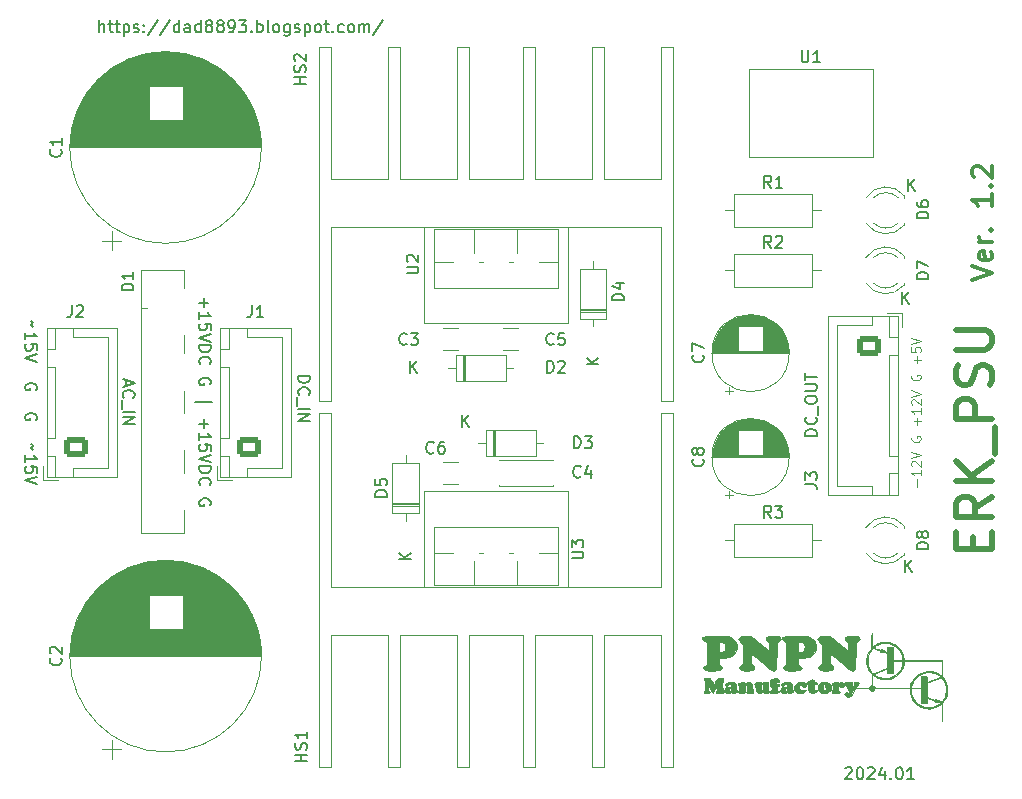
<source format=gto>
G04 #@! TF.GenerationSoftware,KiCad,Pcbnew,(6.0.11)*
G04 #@! TF.CreationDate,2023-12-29T12:30:21+09:00*
G04 #@! TF.ProjectId,12V_Dual_5V_PSU,3132565f-4475-4616-9c5f-35565f505355,Ver. 1.1a*
G04 #@! TF.SameCoordinates,Original*
G04 #@! TF.FileFunction,Legend,Top*
G04 #@! TF.FilePolarity,Positive*
%FSLAX46Y46*%
G04 Gerber Fmt 4.6, Leading zero omitted, Abs format (unit mm)*
G04 Created by KiCad (PCBNEW (6.0.11)) date 2023-12-29 12:30:21*
%MOMM*%
%LPD*%
G01*
G04 APERTURE LIST*
G04 Aperture macros list*
%AMRoundRect*
0 Rectangle with rounded corners*
0 $1 Rounding radius*
0 $2 $3 $4 $5 $6 $7 $8 $9 X,Y pos of 4 corners*
0 Add a 4 corners polygon primitive as box body*
4,1,4,$2,$3,$4,$5,$6,$7,$8,$9,$2,$3,0*
0 Add four circle primitives for the rounded corners*
1,1,$1+$1,$2,$3*
1,1,$1+$1,$4,$5*
1,1,$1+$1,$6,$7*
1,1,$1+$1,$8,$9*
0 Add four rect primitives between the rounded corners*
20,1,$1+$1,$2,$3,$4,$5,0*
20,1,$1+$1,$4,$5,$6,$7,0*
20,1,$1+$1,$6,$7,$8,$9,0*
20,1,$1+$1,$8,$9,$2,$3,0*%
G04 Aperture macros list end*
%ADD10C,0.150000*%
%ADD11C,0.100000*%
%ADD12C,0.500000*%
%ADD13C,0.200000*%
%ADD14C,0.350000*%
%ADD15C,0.010000*%
%ADD16C,0.120000*%
%ADD17C,1.600000*%
%ADD18O,1.600000X1.600000*%
%ADD19R,1.600000X1.600000*%
%ADD20C,3.200000*%
%ADD21R,3.200000X3.200000*%
%ADD22RoundRect,0.250000X0.725000X-0.600000X0.725000X0.600000X-0.725000X0.600000X-0.725000X-0.600000X0*%
%ADD23O,1.950000X1.700000*%
%ADD24O,1.905000X2.000000*%
%ADD25R,1.905000X2.000000*%
%ADD26C,2.600000*%
%ADD27R,1.800000X1.800000*%
%ADD28C,1.800000*%
%ADD29R,2.400000X2.400000*%
%ADD30C,2.400000*%
%ADD31RoundRect,0.250000X-0.725000X0.600000X-0.725000X-0.600000X0.725000X-0.600000X0.725000X0.600000X0*%
G04 APERTURE END LIST*
D10*
X166767238Y-130103619D02*
X166814857Y-130056000D01*
X166910095Y-130008380D01*
X167148190Y-130008380D01*
X167243428Y-130056000D01*
X167291047Y-130103619D01*
X167338666Y-130198857D01*
X167338666Y-130294095D01*
X167291047Y-130436952D01*
X166719619Y-131008380D01*
X167338666Y-131008380D01*
X167957714Y-130008380D02*
X168052952Y-130008380D01*
X168148190Y-130056000D01*
X168195809Y-130103619D01*
X168243428Y-130198857D01*
X168291047Y-130389333D01*
X168291047Y-130627428D01*
X168243428Y-130817904D01*
X168195809Y-130913142D01*
X168148190Y-130960761D01*
X168052952Y-131008380D01*
X167957714Y-131008380D01*
X167862476Y-130960761D01*
X167814857Y-130913142D01*
X167767238Y-130817904D01*
X167719619Y-130627428D01*
X167719619Y-130389333D01*
X167767238Y-130198857D01*
X167814857Y-130103619D01*
X167862476Y-130056000D01*
X167957714Y-130008380D01*
X168672000Y-130103619D02*
X168719619Y-130056000D01*
X168814857Y-130008380D01*
X169052952Y-130008380D01*
X169148190Y-130056000D01*
X169195809Y-130103619D01*
X169243428Y-130198857D01*
X169243428Y-130294095D01*
X169195809Y-130436952D01*
X168624380Y-131008380D01*
X169243428Y-131008380D01*
X170100571Y-130341714D02*
X170100571Y-131008380D01*
X169862476Y-129960761D02*
X169624380Y-130675047D01*
X170243428Y-130675047D01*
X170624380Y-130913142D02*
X170672000Y-130960761D01*
X170624380Y-131008380D01*
X170576761Y-130960761D01*
X170624380Y-130913142D01*
X170624380Y-131008380D01*
X171291047Y-130008380D02*
X171386285Y-130008380D01*
X171481523Y-130056000D01*
X171529142Y-130103619D01*
X171576761Y-130198857D01*
X171624380Y-130389333D01*
X171624380Y-130627428D01*
X171576761Y-130817904D01*
X171529142Y-130913142D01*
X171481523Y-130960761D01*
X171386285Y-131008380D01*
X171291047Y-131008380D01*
X171195809Y-130960761D01*
X171148190Y-130913142D01*
X171100571Y-130817904D01*
X171052952Y-130627428D01*
X171052952Y-130389333D01*
X171100571Y-130198857D01*
X171148190Y-130103619D01*
X171195809Y-130056000D01*
X171291047Y-130008380D01*
X172576761Y-131008380D02*
X172005333Y-131008380D01*
X172291047Y-131008380D02*
X172291047Y-130008380D01*
X172195809Y-130151238D01*
X172100571Y-130246476D01*
X172005333Y-130294095D01*
X120451619Y-96901238D02*
X121451619Y-96901238D01*
X121451619Y-97139333D01*
X121404000Y-97282190D01*
X121308761Y-97377428D01*
X121213523Y-97425047D01*
X121023047Y-97472666D01*
X120880190Y-97472666D01*
X120689714Y-97425047D01*
X120594476Y-97377428D01*
X120499238Y-97282190D01*
X120451619Y-97139333D01*
X120451619Y-96901238D01*
X120546857Y-98472666D02*
X120499238Y-98425047D01*
X120451619Y-98282190D01*
X120451619Y-98186952D01*
X120499238Y-98044095D01*
X120594476Y-97948857D01*
X120689714Y-97901238D01*
X120880190Y-97853619D01*
X121023047Y-97853619D01*
X121213523Y-97901238D01*
X121308761Y-97948857D01*
X121404000Y-98044095D01*
X121451619Y-98186952D01*
X121451619Y-98282190D01*
X121404000Y-98425047D01*
X121356380Y-98472666D01*
X120356380Y-98663142D02*
X120356380Y-99425047D01*
X120451619Y-99663142D02*
X121451619Y-99663142D01*
X120451619Y-100139333D02*
X121451619Y-100139333D01*
X120451619Y-100710761D01*
X121451619Y-100710761D01*
X112450571Y-90298095D02*
X112450571Y-91060000D01*
X112069619Y-90679047D02*
X112831523Y-90679047D01*
X112069619Y-92060000D02*
X112069619Y-91488571D01*
X112069619Y-91774285D02*
X113069619Y-91774285D01*
X112926761Y-91679047D01*
X112831523Y-91583809D01*
X112783904Y-91488571D01*
X113069619Y-92964761D02*
X113069619Y-92488571D01*
X112593428Y-92440952D01*
X112641047Y-92488571D01*
X112688666Y-92583809D01*
X112688666Y-92821904D01*
X112641047Y-92917142D01*
X112593428Y-92964761D01*
X112498190Y-93012380D01*
X112260095Y-93012380D01*
X112164857Y-92964761D01*
X112117238Y-92917142D01*
X112069619Y-92821904D01*
X112069619Y-92583809D01*
X112117238Y-92488571D01*
X112164857Y-92440952D01*
X113069619Y-93298095D02*
X112069619Y-93631428D01*
X113069619Y-93964761D01*
X112069619Y-94298095D02*
X113069619Y-94298095D01*
X113069619Y-94536190D01*
X113022000Y-94679047D01*
X112926761Y-94774285D01*
X112831523Y-94821904D01*
X112641047Y-94869523D01*
X112498190Y-94869523D01*
X112307714Y-94821904D01*
X112212476Y-94774285D01*
X112117238Y-94679047D01*
X112069619Y-94536190D01*
X112069619Y-94298095D01*
X112164857Y-95869523D02*
X112117238Y-95821904D01*
X112069619Y-95679047D01*
X112069619Y-95583809D01*
X112117238Y-95440952D01*
X112212476Y-95345714D01*
X112307714Y-95298095D01*
X112498190Y-95250476D01*
X112641047Y-95250476D01*
X112831523Y-95298095D01*
X112926761Y-95345714D01*
X113022000Y-95440952D01*
X113069619Y-95583809D01*
X113069619Y-95679047D01*
X113022000Y-95821904D01*
X112974380Y-95869523D01*
X113022000Y-97583809D02*
X113069619Y-97488571D01*
X113069619Y-97345714D01*
X113022000Y-97202857D01*
X112926761Y-97107619D01*
X112831523Y-97060000D01*
X112641047Y-97012380D01*
X112498190Y-97012380D01*
X112307714Y-97060000D01*
X112212476Y-97107619D01*
X112117238Y-97202857D01*
X112069619Y-97345714D01*
X112069619Y-97440952D01*
X112117238Y-97583809D01*
X112164857Y-97631428D01*
X112498190Y-97631428D01*
X112498190Y-97440952D01*
X111736285Y-99060000D02*
X113164857Y-99060000D01*
X112450571Y-100536190D02*
X112450571Y-101298095D01*
X112069619Y-100917142D02*
X112831523Y-100917142D01*
X112069619Y-102298095D02*
X112069619Y-101726666D01*
X112069619Y-102012380D02*
X113069619Y-102012380D01*
X112926761Y-101917142D01*
X112831523Y-101821904D01*
X112783904Y-101726666D01*
X113069619Y-103202857D02*
X113069619Y-102726666D01*
X112593428Y-102679047D01*
X112641047Y-102726666D01*
X112688666Y-102821904D01*
X112688666Y-103060000D01*
X112641047Y-103155238D01*
X112593428Y-103202857D01*
X112498190Y-103250476D01*
X112260095Y-103250476D01*
X112164857Y-103202857D01*
X112117238Y-103155238D01*
X112069619Y-103060000D01*
X112069619Y-102821904D01*
X112117238Y-102726666D01*
X112164857Y-102679047D01*
X113069619Y-103536190D02*
X112069619Y-103869523D01*
X113069619Y-104202857D01*
X112069619Y-104536190D02*
X113069619Y-104536190D01*
X113069619Y-104774285D01*
X113022000Y-104917142D01*
X112926761Y-105012380D01*
X112831523Y-105060000D01*
X112641047Y-105107619D01*
X112498190Y-105107619D01*
X112307714Y-105060000D01*
X112212476Y-105012380D01*
X112117238Y-104917142D01*
X112069619Y-104774285D01*
X112069619Y-104536190D01*
X112164857Y-106107619D02*
X112117238Y-106060000D01*
X112069619Y-105917142D01*
X112069619Y-105821904D01*
X112117238Y-105679047D01*
X112212476Y-105583809D01*
X112307714Y-105536190D01*
X112498190Y-105488571D01*
X112641047Y-105488571D01*
X112831523Y-105536190D01*
X112926761Y-105583809D01*
X113022000Y-105679047D01*
X113069619Y-105821904D01*
X113069619Y-105917142D01*
X113022000Y-106060000D01*
X112974380Y-106107619D01*
X113022000Y-107821904D02*
X113069619Y-107726666D01*
X113069619Y-107583809D01*
X113022000Y-107440952D01*
X112926761Y-107345714D01*
X112831523Y-107298095D01*
X112641047Y-107250476D01*
X112498190Y-107250476D01*
X112307714Y-107298095D01*
X112212476Y-107345714D01*
X112117238Y-107440952D01*
X112069619Y-107583809D01*
X112069619Y-107679047D01*
X112117238Y-107821904D01*
X112164857Y-107869523D01*
X112498190Y-107869523D01*
X112498190Y-107679047D01*
X172077095Y-81224380D02*
X172077095Y-80224380D01*
X172648523Y-81224380D02*
X172219952Y-80652952D01*
X172648523Y-80224380D02*
X172077095Y-80795809D01*
X97861428Y-92250476D02*
X97909047Y-92298095D01*
X97956666Y-92393333D01*
X97861428Y-92583809D01*
X97909047Y-92679047D01*
X97956666Y-92726666D01*
X97337619Y-93774285D02*
X97337619Y-93202857D01*
X97337619Y-93488571D02*
X98337619Y-93488571D01*
X98194761Y-93393333D01*
X98099523Y-93298095D01*
X98051904Y-93202857D01*
X98337619Y-94679047D02*
X98337619Y-94202857D01*
X97861428Y-94155238D01*
X97909047Y-94202857D01*
X97956666Y-94298095D01*
X97956666Y-94536190D01*
X97909047Y-94631428D01*
X97861428Y-94679047D01*
X97766190Y-94726666D01*
X97528095Y-94726666D01*
X97432857Y-94679047D01*
X97385238Y-94631428D01*
X97337619Y-94536190D01*
X97337619Y-94298095D01*
X97385238Y-94202857D01*
X97432857Y-94155238D01*
X98337619Y-95012380D02*
X97337619Y-95345714D01*
X98337619Y-95679047D01*
X98290000Y-98060000D02*
X98337619Y-97964761D01*
X98337619Y-97821904D01*
X98290000Y-97679047D01*
X98194761Y-97583809D01*
X98099523Y-97536190D01*
X97909047Y-97488571D01*
X97766190Y-97488571D01*
X97575714Y-97536190D01*
X97480476Y-97583809D01*
X97385238Y-97679047D01*
X97337619Y-97821904D01*
X97337619Y-97917142D01*
X97385238Y-98060000D01*
X97432857Y-98107619D01*
X97766190Y-98107619D01*
X97766190Y-97917142D01*
X98290000Y-100583809D02*
X98337619Y-100488571D01*
X98337619Y-100345714D01*
X98290000Y-100202857D01*
X98194761Y-100107619D01*
X98099523Y-100060000D01*
X97909047Y-100012380D01*
X97766190Y-100012380D01*
X97575714Y-100060000D01*
X97480476Y-100107619D01*
X97385238Y-100202857D01*
X97337619Y-100345714D01*
X97337619Y-100440952D01*
X97385238Y-100583809D01*
X97432857Y-100631428D01*
X97766190Y-100631428D01*
X97766190Y-100440952D01*
X97861428Y-102631428D02*
X97909047Y-102679047D01*
X97956666Y-102774285D01*
X97861428Y-102964761D01*
X97909047Y-103060000D01*
X97956666Y-103107619D01*
X97337619Y-104155238D02*
X97337619Y-103583809D01*
X97337619Y-103869523D02*
X98337619Y-103869523D01*
X98194761Y-103774285D01*
X98099523Y-103679047D01*
X98051904Y-103583809D01*
X98337619Y-105060000D02*
X98337619Y-104583809D01*
X97861428Y-104536190D01*
X97909047Y-104583809D01*
X97956666Y-104679047D01*
X97956666Y-104917142D01*
X97909047Y-105012380D01*
X97861428Y-105060000D01*
X97766190Y-105107619D01*
X97528095Y-105107619D01*
X97432857Y-105060000D01*
X97385238Y-105012380D01*
X97337619Y-104917142D01*
X97337619Y-104679047D01*
X97385238Y-104583809D01*
X97432857Y-104536190D01*
X98337619Y-105393333D02*
X97337619Y-105726666D01*
X98337619Y-106060000D01*
D11*
X172857142Y-106250619D02*
X172857142Y-105641095D01*
X173161904Y-104841095D02*
X173161904Y-105298238D01*
X173161904Y-105069666D02*
X172361904Y-105069666D01*
X172476190Y-105145857D01*
X172552380Y-105222047D01*
X172590476Y-105298238D01*
X172438095Y-104536333D02*
X172400000Y-104498238D01*
X172361904Y-104422047D01*
X172361904Y-104231571D01*
X172400000Y-104155380D01*
X172438095Y-104117285D01*
X172514285Y-104079190D01*
X172590476Y-104079190D01*
X172704761Y-104117285D01*
X173161904Y-104574428D01*
X173161904Y-104079190D01*
X172361904Y-103850619D02*
X173161904Y-103583952D01*
X172361904Y-103317285D01*
X172400000Y-102022047D02*
X172361904Y-102098238D01*
X172361904Y-102212523D01*
X172400000Y-102326809D01*
X172476190Y-102403000D01*
X172552380Y-102441095D01*
X172704761Y-102479190D01*
X172819047Y-102479190D01*
X172971428Y-102441095D01*
X173047619Y-102403000D01*
X173123809Y-102326809D01*
X173161904Y-102212523D01*
X173161904Y-102136333D01*
X173123809Y-102022047D01*
X173085714Y-101983952D01*
X172819047Y-101983952D01*
X172819047Y-102136333D01*
X172857142Y-101031571D02*
X172857142Y-100422047D01*
X173161904Y-100726809D02*
X172552380Y-100726809D01*
X173161904Y-99622047D02*
X173161904Y-100079190D01*
X173161904Y-99850619D02*
X172361904Y-99850619D01*
X172476190Y-99926809D01*
X172552380Y-100003000D01*
X172590476Y-100079190D01*
X172438095Y-99317285D02*
X172400000Y-99279190D01*
X172361904Y-99203000D01*
X172361904Y-99012523D01*
X172400000Y-98936333D01*
X172438095Y-98898238D01*
X172514285Y-98860142D01*
X172590476Y-98860142D01*
X172704761Y-98898238D01*
X173161904Y-99355380D01*
X173161904Y-98860142D01*
X172361904Y-98631571D02*
X173161904Y-98364904D01*
X172361904Y-98098238D01*
X172400000Y-96803000D02*
X172361904Y-96879190D01*
X172361904Y-96993476D01*
X172400000Y-97107761D01*
X172476190Y-97183952D01*
X172552380Y-97222047D01*
X172704761Y-97260142D01*
X172819047Y-97260142D01*
X172971428Y-97222047D01*
X173047619Y-97183952D01*
X173123809Y-97107761D01*
X173161904Y-96993476D01*
X173161904Y-96917285D01*
X173123809Y-96803000D01*
X173085714Y-96764904D01*
X172819047Y-96764904D01*
X172819047Y-96917285D01*
X172857142Y-95812523D02*
X172857142Y-95203000D01*
X173161904Y-95507761D02*
X172552380Y-95507761D01*
X172361904Y-94441095D02*
X172361904Y-94822047D01*
X172742857Y-94860142D01*
X172704761Y-94822047D01*
X172666666Y-94745857D01*
X172666666Y-94555380D01*
X172704761Y-94479190D01*
X172742857Y-94441095D01*
X172819047Y-94403000D01*
X173009523Y-94403000D01*
X173085714Y-94441095D01*
X173123809Y-94479190D01*
X173161904Y-94555380D01*
X173161904Y-94745857D01*
X173123809Y-94822047D01*
X173085714Y-94860142D01*
X172361904Y-94174428D02*
X173161904Y-93907761D01*
X172361904Y-93641095D01*
D12*
X177585714Y-111520714D02*
X177585714Y-110520714D01*
X179157142Y-110092142D02*
X179157142Y-111520714D01*
X176157142Y-111520714D01*
X176157142Y-110092142D01*
X179157142Y-107092142D02*
X177728571Y-108092142D01*
X179157142Y-108806428D02*
X176157142Y-108806428D01*
X176157142Y-107663571D01*
X176300000Y-107377857D01*
X176442857Y-107235000D01*
X176728571Y-107092142D01*
X177157142Y-107092142D01*
X177442857Y-107235000D01*
X177585714Y-107377857D01*
X177728571Y-107663571D01*
X177728571Y-108806428D01*
X179157142Y-105806428D02*
X176157142Y-105806428D01*
X179157142Y-104092142D02*
X177442857Y-105377857D01*
X176157142Y-104092142D02*
X177871428Y-105806428D01*
X179442857Y-103520714D02*
X179442857Y-101235000D01*
X179157142Y-100520714D02*
X176157142Y-100520714D01*
X176157142Y-99377857D01*
X176300000Y-99092142D01*
X176442857Y-98949285D01*
X176728571Y-98806428D01*
X177157142Y-98806428D01*
X177442857Y-98949285D01*
X177585714Y-99092142D01*
X177728571Y-99377857D01*
X177728571Y-100520714D01*
X179014285Y-97663571D02*
X179157142Y-97235000D01*
X179157142Y-96520714D01*
X179014285Y-96235000D01*
X178871428Y-96092142D01*
X178585714Y-95949285D01*
X178300000Y-95949285D01*
X178014285Y-96092142D01*
X177871428Y-96235000D01*
X177728571Y-96520714D01*
X177585714Y-97092142D01*
X177442857Y-97377857D01*
X177300000Y-97520714D01*
X177014285Y-97663571D01*
X176728571Y-97663571D01*
X176442857Y-97520714D01*
X176300000Y-97377857D01*
X176157142Y-97092142D01*
X176157142Y-96377857D01*
X176300000Y-95949285D01*
X176157142Y-94663571D02*
X178585714Y-94663571D01*
X178871428Y-94520714D01*
X179014285Y-94377857D01*
X179157142Y-94092142D01*
X179157142Y-93520714D01*
X179014285Y-93235000D01*
X178871428Y-93092142D01*
X178585714Y-92949285D01*
X176157142Y-92949285D01*
D13*
X103617619Y-67762380D02*
X103617619Y-66762380D01*
X104046190Y-67762380D02*
X104046190Y-67238571D01*
X103998571Y-67143333D01*
X103903333Y-67095714D01*
X103760476Y-67095714D01*
X103665238Y-67143333D01*
X103617619Y-67190952D01*
X104379523Y-67095714D02*
X104760476Y-67095714D01*
X104522380Y-66762380D02*
X104522380Y-67619523D01*
X104570000Y-67714761D01*
X104665238Y-67762380D01*
X104760476Y-67762380D01*
X104950952Y-67095714D02*
X105331904Y-67095714D01*
X105093809Y-66762380D02*
X105093809Y-67619523D01*
X105141428Y-67714761D01*
X105236666Y-67762380D01*
X105331904Y-67762380D01*
X105665238Y-67095714D02*
X105665238Y-68095714D01*
X105665238Y-67143333D02*
X105760476Y-67095714D01*
X105950952Y-67095714D01*
X106046190Y-67143333D01*
X106093809Y-67190952D01*
X106141428Y-67286190D01*
X106141428Y-67571904D01*
X106093809Y-67667142D01*
X106046190Y-67714761D01*
X105950952Y-67762380D01*
X105760476Y-67762380D01*
X105665238Y-67714761D01*
X106522380Y-67714761D02*
X106617619Y-67762380D01*
X106808095Y-67762380D01*
X106903333Y-67714761D01*
X106950952Y-67619523D01*
X106950952Y-67571904D01*
X106903333Y-67476666D01*
X106808095Y-67429047D01*
X106665238Y-67429047D01*
X106570000Y-67381428D01*
X106522380Y-67286190D01*
X106522380Y-67238571D01*
X106570000Y-67143333D01*
X106665238Y-67095714D01*
X106808095Y-67095714D01*
X106903333Y-67143333D01*
X107379523Y-67667142D02*
X107427142Y-67714761D01*
X107379523Y-67762380D01*
X107331904Y-67714761D01*
X107379523Y-67667142D01*
X107379523Y-67762380D01*
X107379523Y-67143333D02*
X107427142Y-67190952D01*
X107379523Y-67238571D01*
X107331904Y-67190952D01*
X107379523Y-67143333D01*
X107379523Y-67238571D01*
X108570000Y-66714761D02*
X107712857Y-68000476D01*
X109617619Y-66714761D02*
X108760476Y-68000476D01*
X110379523Y-67762380D02*
X110379523Y-66762380D01*
X110379523Y-67714761D02*
X110284285Y-67762380D01*
X110093809Y-67762380D01*
X109998571Y-67714761D01*
X109950952Y-67667142D01*
X109903333Y-67571904D01*
X109903333Y-67286190D01*
X109950952Y-67190952D01*
X109998571Y-67143333D01*
X110093809Y-67095714D01*
X110284285Y-67095714D01*
X110379523Y-67143333D01*
X111284285Y-67762380D02*
X111284285Y-67238571D01*
X111236666Y-67143333D01*
X111141428Y-67095714D01*
X110950952Y-67095714D01*
X110855714Y-67143333D01*
X111284285Y-67714761D02*
X111189047Y-67762380D01*
X110950952Y-67762380D01*
X110855714Y-67714761D01*
X110808095Y-67619523D01*
X110808095Y-67524285D01*
X110855714Y-67429047D01*
X110950952Y-67381428D01*
X111189047Y-67381428D01*
X111284285Y-67333809D01*
X112189047Y-67762380D02*
X112189047Y-66762380D01*
X112189047Y-67714761D02*
X112093809Y-67762380D01*
X111903333Y-67762380D01*
X111808095Y-67714761D01*
X111760476Y-67667142D01*
X111712857Y-67571904D01*
X111712857Y-67286190D01*
X111760476Y-67190952D01*
X111808095Y-67143333D01*
X111903333Y-67095714D01*
X112093809Y-67095714D01*
X112189047Y-67143333D01*
X112808095Y-67190952D02*
X112712857Y-67143333D01*
X112665238Y-67095714D01*
X112617619Y-67000476D01*
X112617619Y-66952857D01*
X112665238Y-66857619D01*
X112712857Y-66810000D01*
X112808095Y-66762380D01*
X112998571Y-66762380D01*
X113093809Y-66810000D01*
X113141428Y-66857619D01*
X113189047Y-66952857D01*
X113189047Y-67000476D01*
X113141428Y-67095714D01*
X113093809Y-67143333D01*
X112998571Y-67190952D01*
X112808095Y-67190952D01*
X112712857Y-67238571D01*
X112665238Y-67286190D01*
X112617619Y-67381428D01*
X112617619Y-67571904D01*
X112665238Y-67667142D01*
X112712857Y-67714761D01*
X112808095Y-67762380D01*
X112998571Y-67762380D01*
X113093809Y-67714761D01*
X113141428Y-67667142D01*
X113189047Y-67571904D01*
X113189047Y-67381428D01*
X113141428Y-67286190D01*
X113093809Y-67238571D01*
X112998571Y-67190952D01*
X113760476Y-67190952D02*
X113665238Y-67143333D01*
X113617619Y-67095714D01*
X113570000Y-67000476D01*
X113570000Y-66952857D01*
X113617619Y-66857619D01*
X113665238Y-66810000D01*
X113760476Y-66762380D01*
X113950952Y-66762380D01*
X114046190Y-66810000D01*
X114093809Y-66857619D01*
X114141428Y-66952857D01*
X114141428Y-67000476D01*
X114093809Y-67095714D01*
X114046190Y-67143333D01*
X113950952Y-67190952D01*
X113760476Y-67190952D01*
X113665238Y-67238571D01*
X113617619Y-67286190D01*
X113570000Y-67381428D01*
X113570000Y-67571904D01*
X113617619Y-67667142D01*
X113665238Y-67714761D01*
X113760476Y-67762380D01*
X113950952Y-67762380D01*
X114046190Y-67714761D01*
X114093809Y-67667142D01*
X114141428Y-67571904D01*
X114141428Y-67381428D01*
X114093809Y-67286190D01*
X114046190Y-67238571D01*
X113950952Y-67190952D01*
X114617619Y-67762380D02*
X114808095Y-67762380D01*
X114903333Y-67714761D01*
X114950952Y-67667142D01*
X115046190Y-67524285D01*
X115093809Y-67333809D01*
X115093809Y-66952857D01*
X115046190Y-66857619D01*
X114998571Y-66810000D01*
X114903333Y-66762380D01*
X114712857Y-66762380D01*
X114617619Y-66810000D01*
X114570000Y-66857619D01*
X114522380Y-66952857D01*
X114522380Y-67190952D01*
X114570000Y-67286190D01*
X114617619Y-67333809D01*
X114712857Y-67381428D01*
X114903333Y-67381428D01*
X114998571Y-67333809D01*
X115046190Y-67286190D01*
X115093809Y-67190952D01*
X115427142Y-66762380D02*
X116046190Y-66762380D01*
X115712857Y-67143333D01*
X115855714Y-67143333D01*
X115950952Y-67190952D01*
X115998571Y-67238571D01*
X116046190Y-67333809D01*
X116046190Y-67571904D01*
X115998571Y-67667142D01*
X115950952Y-67714761D01*
X115855714Y-67762380D01*
X115570000Y-67762380D01*
X115474761Y-67714761D01*
X115427142Y-67667142D01*
X116474761Y-67667142D02*
X116522380Y-67714761D01*
X116474761Y-67762380D01*
X116427142Y-67714761D01*
X116474761Y-67667142D01*
X116474761Y-67762380D01*
X116950952Y-67762380D02*
X116950952Y-66762380D01*
X116950952Y-67143333D02*
X117046190Y-67095714D01*
X117236666Y-67095714D01*
X117331904Y-67143333D01*
X117379523Y-67190952D01*
X117427142Y-67286190D01*
X117427142Y-67571904D01*
X117379523Y-67667142D01*
X117331904Y-67714761D01*
X117236666Y-67762380D01*
X117046190Y-67762380D01*
X116950952Y-67714761D01*
X117998571Y-67762380D02*
X117903333Y-67714761D01*
X117855714Y-67619523D01*
X117855714Y-66762380D01*
X118522380Y-67762380D02*
X118427142Y-67714761D01*
X118379523Y-67667142D01*
X118331904Y-67571904D01*
X118331904Y-67286190D01*
X118379523Y-67190952D01*
X118427142Y-67143333D01*
X118522380Y-67095714D01*
X118665238Y-67095714D01*
X118760476Y-67143333D01*
X118808095Y-67190952D01*
X118855714Y-67286190D01*
X118855714Y-67571904D01*
X118808095Y-67667142D01*
X118760476Y-67714761D01*
X118665238Y-67762380D01*
X118522380Y-67762380D01*
X119712857Y-67095714D02*
X119712857Y-67905238D01*
X119665238Y-68000476D01*
X119617619Y-68048095D01*
X119522380Y-68095714D01*
X119379523Y-68095714D01*
X119284285Y-68048095D01*
X119712857Y-67714761D02*
X119617619Y-67762380D01*
X119427142Y-67762380D01*
X119331904Y-67714761D01*
X119284285Y-67667142D01*
X119236666Y-67571904D01*
X119236666Y-67286190D01*
X119284285Y-67190952D01*
X119331904Y-67143333D01*
X119427142Y-67095714D01*
X119617619Y-67095714D01*
X119712857Y-67143333D01*
X120141428Y-67714761D02*
X120236666Y-67762380D01*
X120427142Y-67762380D01*
X120522380Y-67714761D01*
X120570000Y-67619523D01*
X120570000Y-67571904D01*
X120522380Y-67476666D01*
X120427142Y-67429047D01*
X120284285Y-67429047D01*
X120189047Y-67381428D01*
X120141428Y-67286190D01*
X120141428Y-67238571D01*
X120189047Y-67143333D01*
X120284285Y-67095714D01*
X120427142Y-67095714D01*
X120522380Y-67143333D01*
X120998571Y-67095714D02*
X120998571Y-68095714D01*
X120998571Y-67143333D02*
X121093809Y-67095714D01*
X121284285Y-67095714D01*
X121379523Y-67143333D01*
X121427142Y-67190952D01*
X121474761Y-67286190D01*
X121474761Y-67571904D01*
X121427142Y-67667142D01*
X121379523Y-67714761D01*
X121284285Y-67762380D01*
X121093809Y-67762380D01*
X120998571Y-67714761D01*
X122046190Y-67762380D02*
X121950952Y-67714761D01*
X121903333Y-67667142D01*
X121855714Y-67571904D01*
X121855714Y-67286190D01*
X121903333Y-67190952D01*
X121950952Y-67143333D01*
X122046190Y-67095714D01*
X122189047Y-67095714D01*
X122284285Y-67143333D01*
X122331904Y-67190952D01*
X122379523Y-67286190D01*
X122379523Y-67571904D01*
X122331904Y-67667142D01*
X122284285Y-67714761D01*
X122189047Y-67762380D01*
X122046190Y-67762380D01*
X122665238Y-67095714D02*
X123046190Y-67095714D01*
X122808095Y-66762380D02*
X122808095Y-67619523D01*
X122855714Y-67714761D01*
X122950952Y-67762380D01*
X123046190Y-67762380D01*
X123379523Y-67667142D02*
X123427142Y-67714761D01*
X123379523Y-67762380D01*
X123331904Y-67714761D01*
X123379523Y-67667142D01*
X123379523Y-67762380D01*
X124284285Y-67714761D02*
X124189047Y-67762380D01*
X123998571Y-67762380D01*
X123903333Y-67714761D01*
X123855714Y-67667142D01*
X123808095Y-67571904D01*
X123808095Y-67286190D01*
X123855714Y-67190952D01*
X123903333Y-67143333D01*
X123998571Y-67095714D01*
X124189047Y-67095714D01*
X124284285Y-67143333D01*
X124855714Y-67762380D02*
X124760476Y-67714761D01*
X124712857Y-67667142D01*
X124665238Y-67571904D01*
X124665238Y-67286190D01*
X124712857Y-67190952D01*
X124760476Y-67143333D01*
X124855714Y-67095714D01*
X124998571Y-67095714D01*
X125093809Y-67143333D01*
X125141428Y-67190952D01*
X125189047Y-67286190D01*
X125189047Y-67571904D01*
X125141428Y-67667142D01*
X125093809Y-67714761D01*
X124998571Y-67762380D01*
X124855714Y-67762380D01*
X125617619Y-67762380D02*
X125617619Y-67095714D01*
X125617619Y-67190952D02*
X125665238Y-67143333D01*
X125760476Y-67095714D01*
X125903333Y-67095714D01*
X125998571Y-67143333D01*
X126046190Y-67238571D01*
X126046190Y-67762380D01*
X126046190Y-67238571D02*
X126093809Y-67143333D01*
X126189047Y-67095714D01*
X126331904Y-67095714D01*
X126427142Y-67143333D01*
X126474761Y-67238571D01*
X126474761Y-67762380D01*
X127665238Y-66714761D02*
X126808095Y-68000476D01*
D14*
X177504047Y-88717619D02*
X179204047Y-88150952D01*
X177504047Y-87584285D01*
X179123095Y-86370000D02*
X179204047Y-86531904D01*
X179204047Y-86855714D01*
X179123095Y-87017619D01*
X178961190Y-87098571D01*
X178313571Y-87098571D01*
X178151666Y-87017619D01*
X178070714Y-86855714D01*
X178070714Y-86531904D01*
X178151666Y-86370000D01*
X178313571Y-86289047D01*
X178475476Y-86289047D01*
X178637380Y-87098571D01*
X179204047Y-85560476D02*
X178070714Y-85560476D01*
X178394523Y-85560476D02*
X178232619Y-85479523D01*
X178151666Y-85398571D01*
X178070714Y-85236666D01*
X178070714Y-85074761D01*
X179042142Y-84508095D02*
X179123095Y-84427142D01*
X179204047Y-84508095D01*
X179123095Y-84589047D01*
X179042142Y-84508095D01*
X179204047Y-84508095D01*
X179204047Y-81512857D02*
X179204047Y-82484285D01*
X179204047Y-81998571D02*
X177504047Y-81998571D01*
X177746904Y-82160476D01*
X177908809Y-82322380D01*
X177989761Y-82484285D01*
X179042142Y-80784285D02*
X179123095Y-80703333D01*
X179204047Y-80784285D01*
X179123095Y-80865238D01*
X179042142Y-80784285D01*
X179204047Y-80784285D01*
X177665952Y-80055714D02*
X177585000Y-79974761D01*
X177504047Y-79812857D01*
X177504047Y-79408095D01*
X177585000Y-79246190D01*
X177665952Y-79165238D01*
X177827857Y-79084285D01*
X177989761Y-79084285D01*
X178232619Y-79165238D01*
X179204047Y-80136666D01*
X179204047Y-79084285D01*
D10*
X105878333Y-97239047D02*
X105878333Y-97715238D01*
X105592619Y-97143809D02*
X106592619Y-97477142D01*
X105592619Y-97810476D01*
X105687857Y-98715238D02*
X105640238Y-98667619D01*
X105592619Y-98524761D01*
X105592619Y-98429523D01*
X105640238Y-98286666D01*
X105735476Y-98191428D01*
X105830714Y-98143809D01*
X106021190Y-98096190D01*
X106164047Y-98096190D01*
X106354523Y-98143809D01*
X106449761Y-98191428D01*
X106545000Y-98286666D01*
X106592619Y-98429523D01*
X106592619Y-98524761D01*
X106545000Y-98667619D01*
X106497380Y-98715238D01*
X105497380Y-98905714D02*
X105497380Y-99667619D01*
X105592619Y-99905714D02*
X106592619Y-99905714D01*
X105592619Y-100381904D02*
X106592619Y-100381904D01*
X105592619Y-100953333D01*
X106592619Y-100953333D01*
D13*
X171569095Y-90749380D02*
X171569095Y-89749380D01*
X172140523Y-90749380D02*
X171711952Y-90177952D01*
X172140523Y-89749380D02*
X171569095Y-90320809D01*
D10*
X164362380Y-101939428D02*
X163362380Y-101939428D01*
X163362380Y-101701333D01*
X163410000Y-101558476D01*
X163505238Y-101463238D01*
X163600476Y-101415619D01*
X163790952Y-101368000D01*
X163933809Y-101368000D01*
X164124285Y-101415619D01*
X164219523Y-101463238D01*
X164314761Y-101558476D01*
X164362380Y-101701333D01*
X164362380Y-101939428D01*
X164267142Y-100368000D02*
X164314761Y-100415619D01*
X164362380Y-100558476D01*
X164362380Y-100653714D01*
X164314761Y-100796571D01*
X164219523Y-100891809D01*
X164124285Y-100939428D01*
X163933809Y-100987047D01*
X163790952Y-100987047D01*
X163600476Y-100939428D01*
X163505238Y-100891809D01*
X163410000Y-100796571D01*
X163362380Y-100653714D01*
X163362380Y-100558476D01*
X163410000Y-100415619D01*
X163457619Y-100368000D01*
X164457619Y-100177523D02*
X164457619Y-99415619D01*
X163362380Y-98987047D02*
X163362380Y-98796571D01*
X163410000Y-98701333D01*
X163505238Y-98606095D01*
X163695714Y-98558476D01*
X164029047Y-98558476D01*
X164219523Y-98606095D01*
X164314761Y-98701333D01*
X164362380Y-98796571D01*
X164362380Y-98987047D01*
X164314761Y-99082285D01*
X164219523Y-99177523D01*
X164029047Y-99225142D01*
X163695714Y-99225142D01*
X163505238Y-99177523D01*
X163410000Y-99082285D01*
X163362380Y-98987047D01*
X163362380Y-98129904D02*
X164171904Y-98129904D01*
X164267142Y-98082285D01*
X164314761Y-98034666D01*
X164362380Y-97939428D01*
X164362380Y-97748952D01*
X164314761Y-97653714D01*
X164267142Y-97606095D01*
X164171904Y-97558476D01*
X163362380Y-97558476D01*
X163362380Y-97225142D02*
X163362380Y-96653714D01*
X164362380Y-96939428D02*
X163362380Y-96939428D01*
X171823095Y-113482380D02*
X171823095Y-112482380D01*
X172394523Y-113482380D02*
X171965952Y-112910952D01*
X172394523Y-112482380D02*
X171823095Y-113053809D01*
X129627333Y-94156142D02*
X129579714Y-94203761D01*
X129436857Y-94251380D01*
X129341619Y-94251380D01*
X129198761Y-94203761D01*
X129103523Y-94108523D01*
X129055904Y-94013285D01*
X129008285Y-93822809D01*
X129008285Y-93679952D01*
X129055904Y-93489476D01*
X129103523Y-93394238D01*
X129198761Y-93299000D01*
X129341619Y-93251380D01*
X129436857Y-93251380D01*
X129579714Y-93299000D01*
X129627333Y-93346619D01*
X129960666Y-93251380D02*
X130579714Y-93251380D01*
X130246380Y-93632333D01*
X130389238Y-93632333D01*
X130484476Y-93679952D01*
X130532095Y-93727571D01*
X130579714Y-93822809D01*
X130579714Y-94060904D01*
X130532095Y-94156142D01*
X130484476Y-94203761D01*
X130389238Y-94251380D01*
X130103523Y-94251380D01*
X130008285Y-94203761D01*
X129960666Y-94156142D01*
X148026380Y-90473095D02*
X147026380Y-90473095D01*
X147026380Y-90235000D01*
X147074000Y-90092142D01*
X147169238Y-89996904D01*
X147264476Y-89949285D01*
X147454952Y-89901666D01*
X147597809Y-89901666D01*
X147788285Y-89949285D01*
X147883523Y-89996904D01*
X147978761Y-90092142D01*
X148026380Y-90235000D01*
X148026380Y-90473095D01*
X147359714Y-89044523D02*
X148026380Y-89044523D01*
X146978761Y-89282619D02*
X147693047Y-89520714D01*
X147693047Y-88901666D01*
X145867380Y-95892904D02*
X144867380Y-95892904D01*
X145867380Y-95321476D02*
X145295952Y-95750047D01*
X144867380Y-95321476D02*
X145438809Y-95892904D01*
X160488333Y-80940380D02*
X160155000Y-80464190D01*
X159916904Y-80940380D02*
X159916904Y-79940380D01*
X160297857Y-79940380D01*
X160393095Y-79988000D01*
X160440714Y-80035619D01*
X160488333Y-80130857D01*
X160488333Y-80273714D01*
X160440714Y-80368952D01*
X160393095Y-80416571D01*
X160297857Y-80464190D01*
X159916904Y-80464190D01*
X161440714Y-80940380D02*
X160869285Y-80940380D01*
X161155000Y-80940380D02*
X161155000Y-79940380D01*
X161059761Y-80083238D01*
X160964523Y-80178476D01*
X160869285Y-80226095D01*
X141511904Y-96591380D02*
X141511904Y-95591380D01*
X141750000Y-95591380D01*
X141892857Y-95639000D01*
X141988095Y-95734238D01*
X142035714Y-95829476D01*
X142083333Y-96019952D01*
X142083333Y-96162809D01*
X142035714Y-96353285D01*
X141988095Y-96448523D01*
X141892857Y-96543761D01*
X141750000Y-96591380D01*
X141511904Y-96591380D01*
X142464285Y-95686619D02*
X142511904Y-95639000D01*
X142607142Y-95591380D01*
X142845238Y-95591380D01*
X142940476Y-95639000D01*
X142988095Y-95686619D01*
X143035714Y-95781857D01*
X143035714Y-95877095D01*
X142988095Y-96019952D01*
X142416666Y-96591380D01*
X143035714Y-96591380D01*
X129923095Y-96591380D02*
X129923095Y-95591380D01*
X130494523Y-96591380D02*
X130065952Y-96019952D01*
X130494523Y-95591380D02*
X129923095Y-96162809D01*
X106497380Y-89638095D02*
X105497380Y-89638095D01*
X105497380Y-89400000D01*
X105545000Y-89257142D01*
X105640238Y-89161904D01*
X105735476Y-89114285D01*
X105925952Y-89066666D01*
X106068809Y-89066666D01*
X106259285Y-89114285D01*
X106354523Y-89161904D01*
X106449761Y-89257142D01*
X106497380Y-89400000D01*
X106497380Y-89638095D01*
X106497380Y-88114285D02*
X106497380Y-88685714D01*
X106497380Y-88400000D02*
X105497380Y-88400000D01*
X105640238Y-88495238D01*
X105735476Y-88590476D01*
X105783095Y-88685714D01*
X101266666Y-90892380D02*
X101266666Y-91606666D01*
X101219047Y-91749523D01*
X101123809Y-91844761D01*
X100980952Y-91892380D01*
X100885714Y-91892380D01*
X101695238Y-90987619D02*
X101742857Y-90940000D01*
X101838095Y-90892380D01*
X102076190Y-90892380D01*
X102171428Y-90940000D01*
X102219047Y-90987619D01*
X102266666Y-91082857D01*
X102266666Y-91178095D01*
X102219047Y-91320952D01*
X101647619Y-91892380D01*
X102266666Y-91892380D01*
X160488333Y-86020380D02*
X160155000Y-85544190D01*
X159916904Y-86020380D02*
X159916904Y-85020380D01*
X160297857Y-85020380D01*
X160393095Y-85068000D01*
X160440714Y-85115619D01*
X160488333Y-85210857D01*
X160488333Y-85353714D01*
X160440714Y-85448952D01*
X160393095Y-85496571D01*
X160297857Y-85544190D01*
X159916904Y-85544190D01*
X160869285Y-85115619D02*
X160916904Y-85068000D01*
X161012142Y-85020380D01*
X161250238Y-85020380D01*
X161345476Y-85068000D01*
X161393095Y-85115619D01*
X161440714Y-85210857D01*
X161440714Y-85306095D01*
X161393095Y-85448952D01*
X160821666Y-86020380D01*
X161440714Y-86020380D01*
X127960380Y-107091095D02*
X126960380Y-107091095D01*
X126960380Y-106853000D01*
X127008000Y-106710142D01*
X127103238Y-106614904D01*
X127198476Y-106567285D01*
X127388952Y-106519666D01*
X127531809Y-106519666D01*
X127722285Y-106567285D01*
X127817523Y-106614904D01*
X127912761Y-106710142D01*
X127960380Y-106853000D01*
X127960380Y-107091095D01*
X126960380Y-105614904D02*
X126960380Y-106091095D01*
X127436571Y-106138714D01*
X127388952Y-106091095D01*
X127341333Y-105995857D01*
X127341333Y-105757761D01*
X127388952Y-105662523D01*
X127436571Y-105614904D01*
X127531809Y-105567285D01*
X127769904Y-105567285D01*
X127865142Y-105614904D01*
X127912761Y-105662523D01*
X127960380Y-105757761D01*
X127960380Y-105995857D01*
X127912761Y-106091095D01*
X127865142Y-106138714D01*
X129992380Y-112402904D02*
X128992380Y-112402904D01*
X129992380Y-111831476D02*
X129420952Y-112260047D01*
X128992380Y-111831476D02*
X129563809Y-112402904D01*
X129627380Y-88191904D02*
X130436904Y-88191904D01*
X130532142Y-88144285D01*
X130579761Y-88096666D01*
X130627380Y-88001428D01*
X130627380Y-87810952D01*
X130579761Y-87715714D01*
X130532142Y-87668095D01*
X130436904Y-87620476D01*
X129627380Y-87620476D01*
X129722619Y-87191904D02*
X129675000Y-87144285D01*
X129627380Y-87049047D01*
X129627380Y-86810952D01*
X129675000Y-86715714D01*
X129722619Y-86668095D01*
X129817857Y-86620476D01*
X129913095Y-86620476D01*
X130055952Y-86668095D01*
X130627380Y-87239523D01*
X130627380Y-86620476D01*
X131913333Y-103354142D02*
X131865714Y-103401761D01*
X131722857Y-103449380D01*
X131627619Y-103449380D01*
X131484761Y-103401761D01*
X131389523Y-103306523D01*
X131341904Y-103211285D01*
X131294285Y-103020809D01*
X131294285Y-102877952D01*
X131341904Y-102687476D01*
X131389523Y-102592238D01*
X131484761Y-102497000D01*
X131627619Y-102449380D01*
X131722857Y-102449380D01*
X131865714Y-102497000D01*
X131913333Y-102544619D01*
X132770476Y-102449380D02*
X132580000Y-102449380D01*
X132484761Y-102497000D01*
X132437142Y-102544619D01*
X132341904Y-102687476D01*
X132294285Y-102877952D01*
X132294285Y-103258904D01*
X132341904Y-103354142D01*
X132389523Y-103401761D01*
X132484761Y-103449380D01*
X132675238Y-103449380D01*
X132770476Y-103401761D01*
X132818095Y-103354142D01*
X132865714Y-103258904D01*
X132865714Y-103020809D01*
X132818095Y-102925571D01*
X132770476Y-102877952D01*
X132675238Y-102830333D01*
X132484761Y-102830333D01*
X132389523Y-102877952D01*
X132341904Y-102925571D01*
X132294285Y-103020809D01*
X121182380Y-129508095D02*
X120182380Y-129508095D01*
X120658571Y-129508095D02*
X120658571Y-128936666D01*
X121182380Y-128936666D02*
X120182380Y-128936666D01*
X121134761Y-128508095D02*
X121182380Y-128365238D01*
X121182380Y-128127142D01*
X121134761Y-128031904D01*
X121087142Y-127984285D01*
X120991904Y-127936666D01*
X120896666Y-127936666D01*
X120801428Y-127984285D01*
X120753809Y-128031904D01*
X120706190Y-128127142D01*
X120658571Y-128317619D01*
X120610952Y-128412857D01*
X120563333Y-128460476D01*
X120468095Y-128508095D01*
X120372857Y-128508095D01*
X120277619Y-128460476D01*
X120230000Y-128412857D01*
X120182380Y-128317619D01*
X120182380Y-128079523D01*
X120230000Y-127936666D01*
X121182380Y-126984285D02*
X121182380Y-127555714D01*
X121182380Y-127270000D02*
X120182380Y-127270000D01*
X120325238Y-127365238D01*
X120420476Y-127460476D01*
X120468095Y-127555714D01*
X116506666Y-90892380D02*
X116506666Y-91606666D01*
X116459047Y-91749523D01*
X116363809Y-91844761D01*
X116220952Y-91892380D01*
X116125714Y-91892380D01*
X117506666Y-91892380D02*
X116935238Y-91892380D01*
X117220952Y-91892380D02*
X117220952Y-90892380D01*
X117125714Y-91035238D01*
X117030476Y-91130476D01*
X116935238Y-91178095D01*
X144359333Y-105386142D02*
X144311714Y-105433761D01*
X144168857Y-105481380D01*
X144073619Y-105481380D01*
X143930761Y-105433761D01*
X143835523Y-105338523D01*
X143787904Y-105243285D01*
X143740285Y-105052809D01*
X143740285Y-104909952D01*
X143787904Y-104719476D01*
X143835523Y-104624238D01*
X143930761Y-104529000D01*
X144073619Y-104481380D01*
X144168857Y-104481380D01*
X144311714Y-104529000D01*
X144359333Y-104576619D01*
X145216476Y-104814714D02*
X145216476Y-105481380D01*
X144978380Y-104433761D02*
X144740285Y-105148047D01*
X145359333Y-105148047D01*
X173807380Y-83542095D02*
X172807380Y-83542095D01*
X172807380Y-83304000D01*
X172855000Y-83161142D01*
X172950238Y-83065904D01*
X173045476Y-83018285D01*
X173235952Y-82970666D01*
X173378809Y-82970666D01*
X173569285Y-83018285D01*
X173664523Y-83065904D01*
X173759761Y-83161142D01*
X173807380Y-83304000D01*
X173807380Y-83542095D01*
X172807380Y-82113523D02*
X172807380Y-82304000D01*
X172855000Y-82399238D01*
X172902619Y-82446857D01*
X173045476Y-82542095D01*
X173235952Y-82589714D01*
X173616904Y-82589714D01*
X173712142Y-82542095D01*
X173759761Y-82494476D01*
X173807380Y-82399238D01*
X173807380Y-82208761D01*
X173759761Y-82113523D01*
X173712142Y-82065904D01*
X173616904Y-82018285D01*
X173378809Y-82018285D01*
X173283571Y-82065904D01*
X173235952Y-82113523D01*
X173188333Y-82208761D01*
X173188333Y-82399238D01*
X173235952Y-82494476D01*
X173283571Y-82542095D01*
X173378809Y-82589714D01*
X173807380Y-111536095D02*
X172807380Y-111536095D01*
X172807380Y-111298000D01*
X172855000Y-111155142D01*
X172950238Y-111059904D01*
X173045476Y-111012285D01*
X173235952Y-110964666D01*
X173378809Y-110964666D01*
X173569285Y-111012285D01*
X173664523Y-111059904D01*
X173759761Y-111155142D01*
X173807380Y-111298000D01*
X173807380Y-111536095D01*
X173235952Y-110393238D02*
X173188333Y-110488476D01*
X173140714Y-110536095D01*
X173045476Y-110583714D01*
X172997857Y-110583714D01*
X172902619Y-110536095D01*
X172855000Y-110488476D01*
X172807380Y-110393238D01*
X172807380Y-110202761D01*
X172855000Y-110107523D01*
X172902619Y-110059904D01*
X172997857Y-110012285D01*
X173045476Y-110012285D01*
X173140714Y-110059904D01*
X173188333Y-110107523D01*
X173235952Y-110202761D01*
X173235952Y-110393238D01*
X173283571Y-110488476D01*
X173331190Y-110536095D01*
X173426428Y-110583714D01*
X173616904Y-110583714D01*
X173712142Y-110536095D01*
X173759761Y-110488476D01*
X173807380Y-110393238D01*
X173807380Y-110202761D01*
X173759761Y-110107523D01*
X173712142Y-110059904D01*
X173616904Y-110012285D01*
X173426428Y-110012285D01*
X173331190Y-110059904D01*
X173283571Y-110107523D01*
X173235952Y-110202761D01*
X142073333Y-94156142D02*
X142025714Y-94203761D01*
X141882857Y-94251380D01*
X141787619Y-94251380D01*
X141644761Y-94203761D01*
X141549523Y-94108523D01*
X141501904Y-94013285D01*
X141454285Y-93822809D01*
X141454285Y-93679952D01*
X141501904Y-93489476D01*
X141549523Y-93394238D01*
X141644761Y-93299000D01*
X141787619Y-93251380D01*
X141882857Y-93251380D01*
X142025714Y-93299000D01*
X142073333Y-93346619D01*
X142978095Y-93251380D02*
X142501904Y-93251380D01*
X142454285Y-93727571D01*
X142501904Y-93679952D01*
X142597142Y-93632333D01*
X142835238Y-93632333D01*
X142930476Y-93679952D01*
X142978095Y-93727571D01*
X143025714Y-93822809D01*
X143025714Y-94060904D01*
X142978095Y-94156142D01*
X142930476Y-94203761D01*
X142835238Y-94251380D01*
X142597142Y-94251380D01*
X142501904Y-94203761D01*
X142454285Y-94156142D01*
X154707142Y-95109666D02*
X154754761Y-95157285D01*
X154802380Y-95300142D01*
X154802380Y-95395380D01*
X154754761Y-95538238D01*
X154659523Y-95633476D01*
X154564285Y-95681095D01*
X154373809Y-95728714D01*
X154230952Y-95728714D01*
X154040476Y-95681095D01*
X153945238Y-95633476D01*
X153850000Y-95538238D01*
X153802380Y-95395380D01*
X153802380Y-95300142D01*
X153850000Y-95157285D01*
X153897619Y-95109666D01*
X153802380Y-94776333D02*
X153802380Y-94109666D01*
X154802380Y-94538238D01*
X143597380Y-112321904D02*
X144406904Y-112321904D01*
X144502142Y-112274285D01*
X144549761Y-112226666D01*
X144597380Y-112131428D01*
X144597380Y-111940952D01*
X144549761Y-111845714D01*
X144502142Y-111798095D01*
X144406904Y-111750476D01*
X143597380Y-111750476D01*
X143597380Y-111369523D02*
X143597380Y-110750476D01*
X143978333Y-111083809D01*
X143978333Y-110940952D01*
X144025952Y-110845714D01*
X144073571Y-110798095D01*
X144168809Y-110750476D01*
X144406904Y-110750476D01*
X144502142Y-110798095D01*
X144549761Y-110845714D01*
X144597380Y-110940952D01*
X144597380Y-111226666D01*
X144549761Y-111321904D01*
X144502142Y-111369523D01*
X100327142Y-120756666D02*
X100374761Y-120804285D01*
X100422380Y-120947142D01*
X100422380Y-121042380D01*
X100374761Y-121185238D01*
X100279523Y-121280476D01*
X100184285Y-121328095D01*
X99993809Y-121375714D01*
X99850952Y-121375714D01*
X99660476Y-121328095D01*
X99565238Y-121280476D01*
X99470000Y-121185238D01*
X99422380Y-121042380D01*
X99422380Y-120947142D01*
X99470000Y-120804285D01*
X99517619Y-120756666D01*
X99517619Y-120375714D02*
X99470000Y-120328095D01*
X99422380Y-120232857D01*
X99422380Y-119994761D01*
X99470000Y-119899523D01*
X99517619Y-119851904D01*
X99612857Y-119804285D01*
X99708095Y-119804285D01*
X99850952Y-119851904D01*
X100422380Y-120423333D01*
X100422380Y-119804285D01*
X121102380Y-72158095D02*
X120102380Y-72158095D01*
X120578571Y-72158095D02*
X120578571Y-71586666D01*
X121102380Y-71586666D02*
X120102380Y-71586666D01*
X121054761Y-71158095D02*
X121102380Y-71015238D01*
X121102380Y-70777142D01*
X121054761Y-70681904D01*
X121007142Y-70634285D01*
X120911904Y-70586666D01*
X120816666Y-70586666D01*
X120721428Y-70634285D01*
X120673809Y-70681904D01*
X120626190Y-70777142D01*
X120578571Y-70967619D01*
X120530952Y-71062857D01*
X120483333Y-71110476D01*
X120388095Y-71158095D01*
X120292857Y-71158095D01*
X120197619Y-71110476D01*
X120150000Y-71062857D01*
X120102380Y-70967619D01*
X120102380Y-70729523D01*
X120150000Y-70586666D01*
X120197619Y-70205714D02*
X120150000Y-70158095D01*
X120102380Y-70062857D01*
X120102380Y-69824761D01*
X120150000Y-69729523D01*
X120197619Y-69681904D01*
X120292857Y-69634285D01*
X120388095Y-69634285D01*
X120530952Y-69681904D01*
X121102380Y-70253333D01*
X121102380Y-69634285D01*
X173812380Y-88676095D02*
X172812380Y-88676095D01*
X172812380Y-88438000D01*
X172860000Y-88295142D01*
X172955238Y-88199904D01*
X173050476Y-88152285D01*
X173240952Y-88104666D01*
X173383809Y-88104666D01*
X173574285Y-88152285D01*
X173669523Y-88199904D01*
X173764761Y-88295142D01*
X173812380Y-88438000D01*
X173812380Y-88676095D01*
X172812380Y-87771333D02*
X172812380Y-87104666D01*
X173812380Y-87533238D01*
X163068095Y-69315380D02*
X163068095Y-70124904D01*
X163115714Y-70220142D01*
X163163333Y-70267761D01*
X163258571Y-70315380D01*
X163449047Y-70315380D01*
X163544285Y-70267761D01*
X163591904Y-70220142D01*
X163639523Y-70124904D01*
X163639523Y-69315380D01*
X164639523Y-70315380D02*
X164068095Y-70315380D01*
X164353809Y-70315380D02*
X164353809Y-69315380D01*
X164258571Y-69458238D01*
X164163333Y-69553476D01*
X164068095Y-69601095D01*
X100327142Y-77696666D02*
X100374761Y-77744285D01*
X100422380Y-77887142D01*
X100422380Y-77982380D01*
X100374761Y-78125238D01*
X100279523Y-78220476D01*
X100184285Y-78268095D01*
X99993809Y-78315714D01*
X99850952Y-78315714D01*
X99660476Y-78268095D01*
X99565238Y-78220476D01*
X99470000Y-78125238D01*
X99422380Y-77982380D01*
X99422380Y-77887142D01*
X99470000Y-77744285D01*
X99517619Y-77696666D01*
X100422380Y-76744285D02*
X100422380Y-77315714D01*
X100422380Y-77030000D02*
X99422380Y-77030000D01*
X99565238Y-77125238D01*
X99660476Y-77220476D01*
X99708095Y-77315714D01*
X163362380Y-106051333D02*
X164076666Y-106051333D01*
X164219523Y-106098952D01*
X164314761Y-106194190D01*
X164362380Y-106337047D01*
X164362380Y-106432285D01*
X163362380Y-105670380D02*
X163362380Y-105051333D01*
X163743333Y-105384666D01*
X163743333Y-105241809D01*
X163790952Y-105146571D01*
X163838571Y-105098952D01*
X163933809Y-105051333D01*
X164171904Y-105051333D01*
X164267142Y-105098952D01*
X164314761Y-105146571D01*
X164362380Y-105241809D01*
X164362380Y-105527523D01*
X164314761Y-105622761D01*
X164267142Y-105670380D01*
X160488333Y-108880380D02*
X160155000Y-108404190D01*
X159916904Y-108880380D02*
X159916904Y-107880380D01*
X160297857Y-107880380D01*
X160393095Y-107928000D01*
X160440714Y-107975619D01*
X160488333Y-108070857D01*
X160488333Y-108213714D01*
X160440714Y-108308952D01*
X160393095Y-108356571D01*
X160297857Y-108404190D01*
X159916904Y-108404190D01*
X160821666Y-107880380D02*
X161440714Y-107880380D01*
X161107380Y-108261333D01*
X161250238Y-108261333D01*
X161345476Y-108308952D01*
X161393095Y-108356571D01*
X161440714Y-108451809D01*
X161440714Y-108689904D01*
X161393095Y-108785142D01*
X161345476Y-108832761D01*
X161250238Y-108880380D01*
X160964523Y-108880380D01*
X160869285Y-108832761D01*
X160821666Y-108785142D01*
X143787904Y-102995380D02*
X143787904Y-101995380D01*
X144026000Y-101995380D01*
X144168857Y-102043000D01*
X144264095Y-102138238D01*
X144311714Y-102233476D01*
X144359333Y-102423952D01*
X144359333Y-102566809D01*
X144311714Y-102757285D01*
X144264095Y-102852523D01*
X144168857Y-102947761D01*
X144026000Y-102995380D01*
X143787904Y-102995380D01*
X144692666Y-101995380D02*
X145311714Y-101995380D01*
X144978380Y-102376333D01*
X145121238Y-102376333D01*
X145216476Y-102423952D01*
X145264095Y-102471571D01*
X145311714Y-102566809D01*
X145311714Y-102804904D01*
X145264095Y-102900142D01*
X145216476Y-102947761D01*
X145121238Y-102995380D01*
X144835523Y-102995380D01*
X144740285Y-102947761D01*
X144692666Y-102900142D01*
X134358095Y-101163380D02*
X134358095Y-100163380D01*
X134929523Y-101163380D02*
X134500952Y-100591952D01*
X134929523Y-100163380D02*
X134358095Y-100734809D01*
X154707142Y-103912046D02*
X154754761Y-103959665D01*
X154802380Y-104102522D01*
X154802380Y-104197760D01*
X154754761Y-104340618D01*
X154659523Y-104435856D01*
X154564285Y-104483475D01*
X154373809Y-104531094D01*
X154230952Y-104531094D01*
X154040476Y-104483475D01*
X153945238Y-104435856D01*
X153850000Y-104340618D01*
X153802380Y-104197760D01*
X153802380Y-104102522D01*
X153850000Y-103959665D01*
X153897619Y-103912046D01*
X154230952Y-103340618D02*
X154183333Y-103435856D01*
X154135714Y-103483475D01*
X154040476Y-103531094D01*
X153992857Y-103531094D01*
X153897619Y-103483475D01*
X153850000Y-103435856D01*
X153802380Y-103340618D01*
X153802380Y-103150141D01*
X153850000Y-103054903D01*
X153897619Y-103007284D01*
X153992857Y-102959665D01*
X154040476Y-102959665D01*
X154135714Y-103007284D01*
X154183333Y-103054903D01*
X154230952Y-103150141D01*
X154230952Y-103340618D01*
X154278571Y-103435856D01*
X154326190Y-103483475D01*
X154421428Y-103531094D01*
X154611904Y-103531094D01*
X154707142Y-103483475D01*
X154754761Y-103435856D01*
X154802380Y-103340618D01*
X154802380Y-103150141D01*
X154754761Y-103054903D01*
X154707142Y-103007284D01*
X154611904Y-102959665D01*
X154421428Y-102959665D01*
X154326190Y-103007284D01*
X154278571Y-103054903D01*
X154230952Y-103150141D01*
G36*
X169270920Y-123338166D02*
G01*
X169239709Y-123398523D01*
X169180967Y-123474018D01*
X169104451Y-123519799D01*
X169019679Y-123535629D01*
X168936170Y-123521267D01*
X168863445Y-123476476D01*
X168814714Y-123409185D01*
X168781014Y-123338166D01*
X167954743Y-123338166D01*
X167738085Y-123337902D01*
X167560548Y-123337039D01*
X167418922Y-123335474D01*
X167310000Y-123333103D01*
X167230570Y-123329821D01*
X167177424Y-123325526D01*
X167147353Y-123320114D01*
X167137147Y-123313480D01*
X167137292Y-123311708D01*
X167148743Y-123304647D01*
X167180084Y-123298865D01*
X167234535Y-123294260D01*
X167315313Y-123290727D01*
X167425638Y-123288164D01*
X167568729Y-123286465D01*
X167747804Y-123285528D01*
X167959264Y-123285250D01*
X168772417Y-123285250D01*
X168808337Y-123206067D01*
X168864457Y-123128089D01*
X168917572Y-123091923D01*
X168971043Y-123055516D01*
X168971275Y-123055159D01*
X169058167Y-123055159D01*
X169127201Y-123088079D01*
X169195256Y-123138526D01*
X169242355Y-123218431D01*
X169254636Y-123253500D01*
X169260498Y-123259697D01*
X169275873Y-123265047D01*
X169303597Y-123269610D01*
X169346507Y-123273447D01*
X169407439Y-123276617D01*
X169489232Y-123279182D01*
X169594720Y-123281200D01*
X169726742Y-123282734D01*
X169888134Y-123283843D01*
X170081732Y-123284587D01*
X170310375Y-123285027D01*
X170576897Y-123285223D01*
X170746729Y-123285250D01*
X172229013Y-123285250D01*
X172232941Y-123259680D01*
X172352181Y-123259680D01*
X172359942Y-123274513D01*
X172385736Y-123277942D01*
X172446845Y-123280946D01*
X172536253Y-123283336D01*
X172646942Y-123284920D01*
X172765628Y-123285507D01*
X173153917Y-123285765D01*
X173163262Y-122855886D01*
X173661917Y-122855886D01*
X173665681Y-123451568D01*
X173666709Y-123606325D01*
X173667737Y-123747141D01*
X173668720Y-123868499D01*
X173669608Y-123964884D01*
X173670354Y-124030780D01*
X173670910Y-124060671D01*
X173670973Y-124061698D01*
X173690648Y-124078589D01*
X173737166Y-124098243D01*
X173788917Y-124112855D01*
X173815726Y-124121237D01*
X173874511Y-124140956D01*
X173957311Y-124169303D01*
X174056169Y-124203569D01*
X174085185Y-124213696D01*
X174186071Y-124247601D01*
X174272407Y-124274058D01*
X174336549Y-124290918D01*
X174370853Y-124296031D01*
X174374172Y-124294964D01*
X174390088Y-124262966D01*
X174395404Y-124243201D01*
X174403669Y-124230866D01*
X174425037Y-124231093D01*
X174465059Y-124246054D01*
X174529283Y-124277922D01*
X174623260Y-124328871D01*
X174645133Y-124340996D01*
X174753448Y-124399477D01*
X174830402Y-124436738D01*
X174880189Y-124454533D01*
X174907006Y-124454615D01*
X174910723Y-124451962D01*
X174934637Y-124423523D01*
X174974624Y-124372191D01*
X175019975Y-124311833D01*
X175071662Y-124234767D01*
X175124816Y-124143846D01*
X175173051Y-124051309D01*
X175209980Y-123969398D01*
X175229067Y-123911118D01*
X175236451Y-123882074D01*
X175238833Y-123877916D01*
X175245684Y-123860942D01*
X175249529Y-123846166D01*
X175287656Y-123617787D01*
X175296294Y-123390360D01*
X175275670Y-123174168D01*
X175230923Y-122993675D01*
X175175802Y-122858146D01*
X175101745Y-122714174D01*
X175018189Y-122578550D01*
X174937339Y-122471261D01*
X174917462Y-122447804D01*
X174899694Y-122430616D01*
X174878953Y-122420736D01*
X174850156Y-122419206D01*
X174808220Y-122427066D01*
X174748062Y-122445358D01*
X174664600Y-122475121D01*
X174552752Y-122517397D01*
X174407434Y-122573226D01*
X174371000Y-122587227D01*
X174313273Y-122609246D01*
X174233282Y-122639572D01*
X174148750Y-122671487D01*
X174065955Y-122703149D01*
X173990250Y-122732917D01*
X173937776Y-122754441D01*
X173937083Y-122754740D01*
X173878701Y-122778230D01*
X173803383Y-122806368D01*
X173767750Y-122819035D01*
X173661917Y-122855886D01*
X173163262Y-122855886D01*
X173175083Y-122312153D01*
X173397333Y-122310779D01*
X173491813Y-122310919D01*
X173571336Y-122312384D01*
X173625835Y-122314911D01*
X173643918Y-122317235D01*
X173656491Y-122341345D01*
X173663612Y-122404649D01*
X173665402Y-122508414D01*
X173665085Y-122537321D01*
X173664925Y-122629077D01*
X173667046Y-122705225D01*
X173671044Y-122755652D01*
X173674405Y-122769766D01*
X173698103Y-122770596D01*
X173753682Y-122757074D01*
X173833999Y-122731258D01*
X173928405Y-122696565D01*
X174038757Y-122654091D01*
X174173643Y-122602473D01*
X174317973Y-122547470D01*
X174456655Y-122494843D01*
X174492708Y-122481208D01*
X174600858Y-122439771D01*
X174693600Y-122403145D01*
X174764348Y-122374021D01*
X174806514Y-122355089D01*
X174815500Y-122349388D01*
X174797772Y-122324391D01*
X174749905Y-122285736D01*
X174679875Y-122238190D01*
X174595658Y-122186516D01*
X174505229Y-122135481D01*
X174416564Y-122089850D01*
X174337639Y-122054388D01*
X174296917Y-122039542D01*
X174208835Y-122013014D01*
X174134916Y-121995001D01*
X174061884Y-121983575D01*
X173976466Y-121976811D01*
X173865385Y-121972780D01*
X173831250Y-121971956D01*
X173712348Y-121971132D01*
X173619235Y-121976149D01*
X173535554Y-121988855D01*
X173444951Y-122011097D01*
X173418500Y-122018596D01*
X173307280Y-122056028D01*
X173189636Y-122104423D01*
X173078337Y-122157794D01*
X172986153Y-122210154D01*
X172939821Y-122243011D01*
X172780104Y-122389592D01*
X172641034Y-122547748D01*
X172531240Y-122707317D01*
X172504185Y-122756083D01*
X172461872Y-122846518D01*
X172423240Y-122945534D01*
X172390621Y-123044744D01*
X172366350Y-123135763D01*
X172352759Y-123210203D01*
X172352181Y-123259680D01*
X172232941Y-123259680D01*
X172240395Y-123211166D01*
X172250485Y-123151819D01*
X172263597Y-123090547D01*
X172283322Y-123010083D01*
X172356349Y-122801986D01*
X172465954Y-122600342D01*
X172606383Y-122411870D01*
X172771879Y-122243289D01*
X172956689Y-122101319D01*
X173154383Y-121992979D01*
X173398873Y-121906976D01*
X173649208Y-121860888D01*
X173900802Y-121854120D01*
X174149073Y-121886080D01*
X174389437Y-121956174D01*
X174617310Y-122063809D01*
X174828108Y-122208390D01*
X174830003Y-122209929D01*
X174939756Y-122299252D01*
X174940083Y-121654542D01*
X174939757Y-121461026D01*
X174938478Y-121306602D01*
X174936121Y-121188039D01*
X174932560Y-121102103D01*
X174927671Y-121045563D01*
X174921327Y-121015186D01*
X174914996Y-121007535D01*
X174890206Y-121007126D01*
X174826431Y-121006661D01*
X174727019Y-121006151D01*
X174595318Y-121005607D01*
X174434677Y-121005041D01*
X174248443Y-121004464D01*
X174039966Y-121003885D01*
X173812593Y-121003317D01*
X173569673Y-121002771D01*
X173314553Y-121002257D01*
X173307375Y-121002244D01*
X171725167Y-120999250D01*
X171723426Y-121073333D01*
X171707385Y-121232858D01*
X171669166Y-121406445D01*
X171613319Y-121575329D01*
X171586204Y-121639249D01*
X171460201Y-121864859D01*
X171301309Y-122065355D01*
X171112795Y-122237635D01*
X170897930Y-122378598D01*
X170717087Y-122463648D01*
X170622114Y-122500623D01*
X170546492Y-122526675D01*
X170478436Y-122544032D01*
X170406161Y-122554925D01*
X170317884Y-122561582D01*
X170201818Y-122566235D01*
X170169417Y-122567273D01*
X170037890Y-122569327D01*
X169934929Y-122565354D01*
X169847058Y-122554318D01*
X169764166Y-122536054D01*
X169541162Y-122462584D01*
X169331955Y-122359582D01*
X169126044Y-122221695D01*
X169084625Y-122189691D01*
X169075536Y-122190591D01*
X169068670Y-122212321D01*
X169063764Y-122259081D01*
X169060554Y-122335066D01*
X169058778Y-122444474D01*
X169058173Y-122591503D01*
X169058167Y-122611987D01*
X169058167Y-123055159D01*
X168971275Y-123055159D01*
X168997613Y-123014716D01*
X168998068Y-123012356D01*
X169000227Y-122978102D01*
X169002037Y-122908748D01*
X169003401Y-122811526D01*
X169004222Y-122693670D01*
X169004334Y-122611987D01*
X169004403Y-122562410D01*
X169004369Y-122542092D01*
X169003493Y-122118610D01*
X169177344Y-122118610D01*
X169177402Y-122119690D01*
X169198969Y-122141744D01*
X169246471Y-122177347D01*
X169305765Y-122216333D01*
X169506271Y-122327148D01*
X169698152Y-122402909D01*
X169891545Y-122446514D01*
X170096587Y-122460857D01*
X170158833Y-122459982D01*
X170260224Y-122455712D01*
X170353431Y-122449712D01*
X170425451Y-122442918D01*
X170453942Y-122438683D01*
X170636300Y-122384254D01*
X170822464Y-122295199D01*
X171002714Y-122177008D01*
X171166071Y-122036416D01*
X171330877Y-121849825D01*
X171456329Y-121652153D01*
X171545011Y-121438069D01*
X171599512Y-121202242D01*
X171610194Y-121120958D01*
X171615961Y-121056370D01*
X171612549Y-121023080D01*
X171596471Y-121010435D01*
X171573235Y-121008065D01*
X171535878Y-121007252D01*
X171464622Y-121006154D01*
X171367899Y-121004886D01*
X171254141Y-121003560D01*
X171180123Y-121002773D01*
X170836162Y-120999250D01*
X170834561Y-121062750D01*
X170834064Y-121102137D01*
X170833573Y-121176722D01*
X170833117Y-121279368D01*
X170832725Y-121402940D01*
X170832427Y-121540301D01*
X170832341Y-121597208D01*
X170831723Y-122068166D01*
X170333431Y-122068166D01*
X170333046Y-121865802D01*
X170331873Y-121777638D01*
X170329037Y-121706611D01*
X170325030Y-121662516D01*
X170322398Y-121653175D01*
X170299602Y-121656063D01*
X170247165Y-121672411D01*
X170174419Y-121699150D01*
X170134942Y-121714809D01*
X170057642Y-121745914D01*
X169950926Y-121788493D01*
X169824797Y-121838573D01*
X169689255Y-121892183D01*
X169563035Y-121941918D01*
X169440143Y-121991486D01*
X169334769Y-122036410D01*
X169252272Y-122074219D01*
X169198010Y-122102442D01*
X169177344Y-122118610D01*
X169003493Y-122118610D01*
X169003488Y-122116434D01*
X168919702Y-122020609D01*
X168823258Y-121893457D01*
X168732607Y-121743205D01*
X168655186Y-121584317D01*
X168598428Y-121431255D01*
X168579616Y-121359083D01*
X168551512Y-121180348D01*
X168540018Y-120994591D01*
X168540638Y-120975823D01*
X168651915Y-120975823D01*
X168652133Y-121007667D01*
X168656270Y-121118401D01*
X168666427Y-121212814D01*
X168685453Y-121309276D01*
X168716199Y-121426155D01*
X168718080Y-121432812D01*
X168750828Y-121525056D01*
X168797865Y-121627112D01*
X168854575Y-121731850D01*
X168916339Y-121832142D01*
X168978540Y-121920858D01*
X169036559Y-121990870D01*
X169085780Y-122035048D01*
X169115905Y-122047000D01*
X169144303Y-122039533D01*
X169204961Y-122018833D01*
X169290860Y-121987455D01*
X169394980Y-121947949D01*
X169487796Y-121911767D01*
X169690323Y-121832002D01*
X169856944Y-121766618D01*
X169991076Y-121714318D01*
X170096138Y-121673806D01*
X170175547Y-121643784D01*
X170232719Y-121622957D01*
X170271074Y-121610027D01*
X170294028Y-121603697D01*
X170302895Y-121602500D01*
X170309757Y-121602169D01*
X170315446Y-121598782D01*
X170320059Y-121588741D01*
X170323693Y-121568452D01*
X170326444Y-121534318D01*
X170328408Y-121482743D01*
X170329682Y-121410132D01*
X170330364Y-121312890D01*
X170330548Y-121187419D01*
X170330333Y-121030126D01*
X170329814Y-120837413D01*
X170329149Y-120625042D01*
X170328167Y-120314334D01*
X170217042Y-120293090D01*
X170129028Y-120279379D01*
X170017555Y-120266251D01*
X169901455Y-120255566D01*
X169799561Y-120249185D01*
X169762482Y-120248205D01*
X169730285Y-120242988D01*
X169727171Y-120219719D01*
X169735740Y-120194284D01*
X169745186Y-120154067D01*
X169726660Y-120131103D01*
X169698174Y-120118483D01*
X169642590Y-120098272D01*
X169566240Y-120071938D01*
X169481053Y-120043419D01*
X169398958Y-120016653D01*
X169331885Y-119995578D01*
X169291762Y-119984130D01*
X169289843Y-119983699D01*
X169249060Y-119971139D01*
X169191853Y-119949447D01*
X169182630Y-119945643D01*
X169137587Y-119929606D01*
X169102252Y-119928871D01*
X169067627Y-119948200D01*
X169024713Y-119992351D01*
X168971498Y-120057333D01*
X168833418Y-120263268D01*
X168733606Y-120486547D01*
X168672844Y-120724841D01*
X168651915Y-120975823D01*
X168540638Y-120975823D01*
X168545805Y-120819636D01*
X168556232Y-120736635D01*
X168567359Y-120666804D01*
X168575055Y-120612393D01*
X168577201Y-120591791D01*
X168590334Y-120567150D01*
X168597277Y-120565333D01*
X168606377Y-120552040D01*
X168602510Y-120543239D01*
X168601898Y-120509693D01*
X168610044Y-120495614D01*
X168629208Y-120466974D01*
X168631667Y-120459500D01*
X168645204Y-120404847D01*
X168678924Y-120326146D01*
X168727333Y-120233010D01*
X168784940Y-120135051D01*
X168846252Y-120041879D01*
X168905778Y-119963106D01*
X168932813Y-119932483D01*
X168946640Y-119917017D01*
X168957538Y-119899834D01*
X168965862Y-119876050D01*
X168967760Y-119865078D01*
X169164000Y-119865078D01*
X169182987Y-119876952D01*
X169235111Y-119898722D01*
X169313116Y-119927613D01*
X169409746Y-119960852D01*
X169444458Y-119972294D01*
X169548304Y-120006231D01*
X169638735Y-120035914D01*
X169707598Y-120058656D01*
X169746735Y-120071771D01*
X169751375Y-120073395D01*
X169774184Y-120065488D01*
X169777833Y-120050263D01*
X169783063Y-120021814D01*
X169802139Y-120010803D01*
X169840144Y-120018520D01*
X169902158Y-120046254D01*
X169993262Y-120095291D01*
X170024189Y-120112739D01*
X170137751Y-120177589D01*
X170218997Y-120222165D01*
X170273297Y-120245478D01*
X170306022Y-120246540D01*
X170322540Y-120224363D01*
X170328221Y-120177960D01*
X170328434Y-120106342D01*
X170328167Y-120056809D01*
X170328167Y-119845666D01*
X170831705Y-119845666D01*
X170833170Y-120327208D01*
X170833628Y-120469987D01*
X170834098Y-120602169D01*
X170834550Y-120716628D01*
X170834955Y-120806238D01*
X170835284Y-120863870D01*
X170835401Y-120877541D01*
X170836167Y-120946333D01*
X171623704Y-120946333D01*
X171610980Y-120845791D01*
X171590681Y-120707122D01*
X171566799Y-120595177D01*
X171535167Y-120494349D01*
X171491614Y-120389032D01*
X171485150Y-120374833D01*
X171368237Y-120167039D01*
X171219465Y-119979023D01*
X171044649Y-119816188D01*
X170849601Y-119683939D01*
X170640136Y-119587682D01*
X170637385Y-119586707D01*
X170394465Y-119522762D01*
X170147861Y-119500178D01*
X169901827Y-119518735D01*
X169660612Y-119578211D01*
X169492083Y-119646354D01*
X169405717Y-119690743D01*
X169321691Y-119739686D01*
X169248222Y-119787705D01*
X169193527Y-119829322D01*
X169165823Y-119859059D01*
X169164000Y-119865078D01*
X168967760Y-119865078D01*
X168971965Y-119840782D01*
X168976205Y-119789145D01*
X168978936Y-119716256D01*
X168980513Y-119617231D01*
X168981292Y-119487186D01*
X168981627Y-119321238D01*
X168981698Y-119260441D01*
X168982261Y-119075244D01*
X168983605Y-118928562D01*
X168985901Y-118816583D01*
X168989321Y-118735493D01*
X168994037Y-118681480D01*
X169000221Y-118650730D01*
X169008044Y-118639429D01*
X169009697Y-118639166D01*
X169017990Y-118647301D01*
X169024521Y-118674300D01*
X169029470Y-118724050D01*
X169033014Y-118800442D01*
X169035332Y-118907364D01*
X169036601Y-119048705D01*
X169036999Y-119228355D01*
X169037000Y-119235072D01*
X169037080Y-119409022D01*
X169037523Y-119544881D01*
X169038634Y-119646888D01*
X169040718Y-119719286D01*
X169044078Y-119766315D01*
X169049020Y-119792217D01*
X169055848Y-119801232D01*
X169064867Y-119797603D01*
X169076382Y-119785569D01*
X169076524Y-119785405D01*
X169113171Y-119752024D01*
X169140024Y-119739833D01*
X169162808Y-119727316D01*
X169164000Y-119721675D01*
X169182462Y-119696567D01*
X169232524Y-119660411D01*
X169306201Y-119617160D01*
X169395506Y-119570766D01*
X169492452Y-119525182D01*
X169589056Y-119484362D01*
X169677329Y-119452258D01*
X169746407Y-119433391D01*
X169941025Y-119402875D01*
X170129249Y-119389814D01*
X170299393Y-119394642D01*
X170402250Y-119409054D01*
X170467367Y-119422197D01*
X170516726Y-119432128D01*
X170605031Y-119457227D01*
X170714142Y-119498941D01*
X170829348Y-119550852D01*
X170935938Y-119606540D01*
X170986682Y-119637177D01*
X171162844Y-119770801D01*
X171322798Y-119930745D01*
X171461413Y-120109590D01*
X171573560Y-120299916D01*
X171654106Y-120494304D01*
X171694427Y-120660583D01*
X171704701Y-120721933D01*
X171713106Y-120766416D01*
X171719974Y-120818225D01*
X171723547Y-120877411D01*
X171725167Y-120946072D01*
X173360234Y-120951494D01*
X174995302Y-120956916D01*
X174995648Y-122353916D01*
X175094608Y-122492132D01*
X175151043Y-122575839D01*
X175206868Y-122666942D01*
X175256199Y-122754936D01*
X175293149Y-122829317D01*
X175311831Y-122879581D01*
X175311906Y-122879926D01*
X175324232Y-122921035D01*
X175329841Y-122936000D01*
X175375737Y-123091152D01*
X175402312Y-123271601D01*
X175409378Y-123464878D01*
X175396747Y-123658518D01*
X175364229Y-123840051D01*
X175344552Y-123909828D01*
X175291547Y-124051630D01*
X175224729Y-124193492D01*
X175150447Y-124323815D01*
X175075052Y-124430997D01*
X175033779Y-124477525D01*
X174999557Y-124521924D01*
X174988851Y-124541025D01*
X174984975Y-124569854D01*
X174981526Y-124635937D01*
X174978601Y-124734192D01*
X174976295Y-124859542D01*
X174974706Y-125006907D01*
X174973929Y-125171208D01*
X174973987Y-125322541D01*
X174974256Y-125526806D01*
X174973771Y-125692281D01*
X174972414Y-125822503D01*
X174970063Y-125921010D01*
X174966599Y-125991341D01*
X174961902Y-126037033D01*
X174955852Y-126061625D01*
X174948664Y-126068666D01*
X174941105Y-126060883D01*
X174934996Y-126035160D01*
X174930204Y-125987940D01*
X174926596Y-125915663D01*
X174924039Y-125814770D01*
X174922399Y-125681703D01*
X174921543Y-125512904D01*
X174921333Y-125337828D01*
X174921333Y-124606990D01*
X174786590Y-124710264D01*
X174573570Y-124848385D01*
X174348175Y-124948401D01*
X174114599Y-125011161D01*
X173877035Y-125037518D01*
X173639676Y-125028321D01*
X173406714Y-124984423D01*
X173182344Y-124906673D01*
X172970757Y-124795923D01*
X172776148Y-124653024D01*
X172602709Y-124478827D01*
X172454634Y-124274183D01*
X172429733Y-124231964D01*
X172392264Y-124160329D01*
X172355692Y-124080698D01*
X172324714Y-124004580D01*
X172304028Y-123943487D01*
X172298211Y-123909666D01*
X172292432Y-123884484D01*
X172276490Y-123838193D01*
X172275735Y-123836202D01*
X172257889Y-123769005D01*
X172242350Y-123673790D01*
X172230899Y-123564868D01*
X172225311Y-123456550D01*
X172225040Y-123428125D01*
X172225074Y-123406958D01*
X172336855Y-123406958D01*
X172337564Y-123524703D01*
X172349143Y-123637665D01*
X172373857Y-123767605D01*
X172374845Y-123772083D01*
X172447778Y-124006125D01*
X172557405Y-124222762D01*
X172700233Y-124417903D01*
X172872769Y-124587451D01*
X173071521Y-124727315D01*
X173274142Y-124826102D01*
X173367826Y-124861537D01*
X173444284Y-124885158D01*
X173520476Y-124900896D01*
X173613362Y-124912680D01*
X173672500Y-124918423D01*
X173743718Y-124925681D01*
X173795716Y-124932304D01*
X173816600Y-124936657D01*
X173839863Y-124937576D01*
X173858934Y-124934361D01*
X173900493Y-124927942D01*
X173965272Y-124920586D01*
X174000583Y-124917261D01*
X174060898Y-124911400D01*
X174099223Y-124906524D01*
X174106417Y-124904690D01*
X174124368Y-124898940D01*
X174159333Y-124891771D01*
X174273910Y-124860207D01*
X174406652Y-124806351D01*
X174544507Y-124736504D01*
X174674422Y-124656969D01*
X174733853Y-124614374D01*
X174789525Y-124570787D01*
X174815213Y-124545110D01*
X174815035Y-124530164D01*
X174793106Y-124518772D01*
X174789461Y-124517397D01*
X174745026Y-124507128D01*
X174673243Y-124496955D01*
X174589049Y-124488966D01*
X174582667Y-124488514D01*
X174478250Y-124481098D01*
X174409084Y-124474581D01*
X174368193Y-124466816D01*
X174348605Y-124455658D01*
X174343346Y-124438961D01*
X174345333Y-124415486D01*
X174345216Y-124395155D01*
X174335538Y-124377579D01*
X174310481Y-124359758D01*
X174264224Y-124338693D01*
X174190949Y-124311383D01*
X174084834Y-124274828D01*
X174049000Y-124262715D01*
X173940027Y-124226582D01*
X173842869Y-124195548D01*
X173765702Y-124172135D01*
X173716705Y-124158868D01*
X173706038Y-124156881D01*
X173686732Y-124158564D01*
X173674598Y-124173243D01*
X173667859Y-124208759D01*
X173664735Y-124272955D01*
X173663705Y-124343583D01*
X173661917Y-124534083D01*
X173413208Y-124537357D01*
X173164500Y-124540632D01*
X173164500Y-123338166D01*
X172339000Y-123338166D01*
X172336855Y-123406958D01*
X172225074Y-123406958D01*
X172225185Y-123338166D01*
X169270920Y-123338166D01*
G37*
D15*
X169270920Y-123338166D02*
X169239709Y-123398523D01*
X169180967Y-123474018D01*
X169104451Y-123519799D01*
X169019679Y-123535629D01*
X168936170Y-123521267D01*
X168863445Y-123476476D01*
X168814714Y-123409185D01*
X168781014Y-123338166D01*
X167954743Y-123338166D01*
X167738085Y-123337902D01*
X167560548Y-123337039D01*
X167418922Y-123335474D01*
X167310000Y-123333103D01*
X167230570Y-123329821D01*
X167177424Y-123325526D01*
X167147353Y-123320114D01*
X167137147Y-123313480D01*
X167137292Y-123311708D01*
X167148743Y-123304647D01*
X167180084Y-123298865D01*
X167234535Y-123294260D01*
X167315313Y-123290727D01*
X167425638Y-123288164D01*
X167568729Y-123286465D01*
X167747804Y-123285528D01*
X167959264Y-123285250D01*
X168772417Y-123285250D01*
X168808337Y-123206067D01*
X168864457Y-123128089D01*
X168917572Y-123091923D01*
X168971043Y-123055516D01*
X168971275Y-123055159D01*
X169058167Y-123055159D01*
X169127201Y-123088079D01*
X169195256Y-123138526D01*
X169242355Y-123218431D01*
X169254636Y-123253500D01*
X169260498Y-123259697D01*
X169275873Y-123265047D01*
X169303597Y-123269610D01*
X169346507Y-123273447D01*
X169407439Y-123276617D01*
X169489232Y-123279182D01*
X169594720Y-123281200D01*
X169726742Y-123282734D01*
X169888134Y-123283843D01*
X170081732Y-123284587D01*
X170310375Y-123285027D01*
X170576897Y-123285223D01*
X170746729Y-123285250D01*
X172229013Y-123285250D01*
X172232941Y-123259680D01*
X172352181Y-123259680D01*
X172359942Y-123274513D01*
X172385736Y-123277942D01*
X172446845Y-123280946D01*
X172536253Y-123283336D01*
X172646942Y-123284920D01*
X172765628Y-123285507D01*
X173153917Y-123285765D01*
X173163262Y-122855886D01*
X173661917Y-122855886D01*
X173665681Y-123451568D01*
X173666709Y-123606325D01*
X173667737Y-123747141D01*
X173668720Y-123868499D01*
X173669608Y-123964884D01*
X173670354Y-124030780D01*
X173670910Y-124060671D01*
X173670973Y-124061698D01*
X173690648Y-124078589D01*
X173737166Y-124098243D01*
X173788917Y-124112855D01*
X173815726Y-124121237D01*
X173874511Y-124140956D01*
X173957311Y-124169303D01*
X174056169Y-124203569D01*
X174085185Y-124213696D01*
X174186071Y-124247601D01*
X174272407Y-124274058D01*
X174336549Y-124290918D01*
X174370853Y-124296031D01*
X174374172Y-124294964D01*
X174390088Y-124262966D01*
X174395404Y-124243201D01*
X174403669Y-124230866D01*
X174425037Y-124231093D01*
X174465059Y-124246054D01*
X174529283Y-124277922D01*
X174623260Y-124328871D01*
X174645133Y-124340996D01*
X174753448Y-124399477D01*
X174830402Y-124436738D01*
X174880189Y-124454533D01*
X174907006Y-124454615D01*
X174910723Y-124451962D01*
X174934637Y-124423523D01*
X174974624Y-124372191D01*
X175019975Y-124311833D01*
X175071662Y-124234767D01*
X175124816Y-124143846D01*
X175173051Y-124051309D01*
X175209980Y-123969398D01*
X175229067Y-123911118D01*
X175236451Y-123882074D01*
X175238833Y-123877916D01*
X175245684Y-123860942D01*
X175249529Y-123846166D01*
X175287656Y-123617787D01*
X175296294Y-123390360D01*
X175275670Y-123174168D01*
X175230923Y-122993675D01*
X175175802Y-122858146D01*
X175101745Y-122714174D01*
X175018189Y-122578550D01*
X174937339Y-122471261D01*
X174917462Y-122447804D01*
X174899694Y-122430616D01*
X174878953Y-122420736D01*
X174850156Y-122419206D01*
X174808220Y-122427066D01*
X174748062Y-122445358D01*
X174664600Y-122475121D01*
X174552752Y-122517397D01*
X174407434Y-122573226D01*
X174371000Y-122587227D01*
X174313273Y-122609246D01*
X174233282Y-122639572D01*
X174148750Y-122671487D01*
X174065955Y-122703149D01*
X173990250Y-122732917D01*
X173937776Y-122754441D01*
X173937083Y-122754740D01*
X173878701Y-122778230D01*
X173803383Y-122806368D01*
X173767750Y-122819035D01*
X173661917Y-122855886D01*
X173163262Y-122855886D01*
X173175083Y-122312153D01*
X173397333Y-122310779D01*
X173491813Y-122310919D01*
X173571336Y-122312384D01*
X173625835Y-122314911D01*
X173643918Y-122317235D01*
X173656491Y-122341345D01*
X173663612Y-122404649D01*
X173665402Y-122508414D01*
X173665085Y-122537321D01*
X173664925Y-122629077D01*
X173667046Y-122705225D01*
X173671044Y-122755652D01*
X173674405Y-122769766D01*
X173698103Y-122770596D01*
X173753682Y-122757074D01*
X173833999Y-122731258D01*
X173928405Y-122696565D01*
X174038757Y-122654091D01*
X174173643Y-122602473D01*
X174317973Y-122547470D01*
X174456655Y-122494843D01*
X174492708Y-122481208D01*
X174600858Y-122439771D01*
X174693600Y-122403145D01*
X174764348Y-122374021D01*
X174806514Y-122355089D01*
X174815500Y-122349388D01*
X174797772Y-122324391D01*
X174749905Y-122285736D01*
X174679875Y-122238190D01*
X174595658Y-122186516D01*
X174505229Y-122135481D01*
X174416564Y-122089850D01*
X174337639Y-122054388D01*
X174296917Y-122039542D01*
X174208835Y-122013014D01*
X174134916Y-121995001D01*
X174061884Y-121983575D01*
X173976466Y-121976811D01*
X173865385Y-121972780D01*
X173831250Y-121971956D01*
X173712348Y-121971132D01*
X173619235Y-121976149D01*
X173535554Y-121988855D01*
X173444951Y-122011097D01*
X173418500Y-122018596D01*
X173307280Y-122056028D01*
X173189636Y-122104423D01*
X173078337Y-122157794D01*
X172986153Y-122210154D01*
X172939821Y-122243011D01*
X172780104Y-122389592D01*
X172641034Y-122547748D01*
X172531240Y-122707317D01*
X172504185Y-122756083D01*
X172461872Y-122846518D01*
X172423240Y-122945534D01*
X172390621Y-123044744D01*
X172366350Y-123135763D01*
X172352759Y-123210203D01*
X172352181Y-123259680D01*
X172232941Y-123259680D01*
X172240395Y-123211166D01*
X172250485Y-123151819D01*
X172263597Y-123090547D01*
X172283322Y-123010083D01*
X172356349Y-122801986D01*
X172465954Y-122600342D01*
X172606383Y-122411870D01*
X172771879Y-122243289D01*
X172956689Y-122101319D01*
X173154383Y-121992979D01*
X173398873Y-121906976D01*
X173649208Y-121860888D01*
X173900802Y-121854120D01*
X174149073Y-121886080D01*
X174389437Y-121956174D01*
X174617310Y-122063809D01*
X174828108Y-122208390D01*
X174830003Y-122209929D01*
X174939756Y-122299252D01*
X174940083Y-121654542D01*
X174939757Y-121461026D01*
X174938478Y-121306602D01*
X174936121Y-121188039D01*
X174932560Y-121102103D01*
X174927671Y-121045563D01*
X174921327Y-121015186D01*
X174914996Y-121007535D01*
X174890206Y-121007126D01*
X174826431Y-121006661D01*
X174727019Y-121006151D01*
X174595318Y-121005607D01*
X174434677Y-121005041D01*
X174248443Y-121004464D01*
X174039966Y-121003885D01*
X173812593Y-121003317D01*
X173569673Y-121002771D01*
X173314553Y-121002257D01*
X173307375Y-121002244D01*
X171725167Y-120999250D01*
X171723426Y-121073333D01*
X171707385Y-121232858D01*
X171669166Y-121406445D01*
X171613319Y-121575329D01*
X171586204Y-121639249D01*
X171460201Y-121864859D01*
X171301309Y-122065355D01*
X171112795Y-122237635D01*
X170897930Y-122378598D01*
X170717087Y-122463648D01*
X170622114Y-122500623D01*
X170546492Y-122526675D01*
X170478436Y-122544032D01*
X170406161Y-122554925D01*
X170317884Y-122561582D01*
X170201818Y-122566235D01*
X170169417Y-122567273D01*
X170037890Y-122569327D01*
X169934929Y-122565354D01*
X169847058Y-122554318D01*
X169764166Y-122536054D01*
X169541162Y-122462584D01*
X169331955Y-122359582D01*
X169126044Y-122221695D01*
X169084625Y-122189691D01*
X169075536Y-122190591D01*
X169068670Y-122212321D01*
X169063764Y-122259081D01*
X169060554Y-122335066D01*
X169058778Y-122444474D01*
X169058173Y-122591503D01*
X169058167Y-122611987D01*
X169058167Y-123055159D01*
X168971275Y-123055159D01*
X168997613Y-123014716D01*
X168998068Y-123012356D01*
X169000227Y-122978102D01*
X169002037Y-122908748D01*
X169003401Y-122811526D01*
X169004222Y-122693670D01*
X169004334Y-122611987D01*
X169004403Y-122562410D01*
X169004369Y-122542092D01*
X169003493Y-122118610D01*
X169177344Y-122118610D01*
X169177402Y-122119690D01*
X169198969Y-122141744D01*
X169246471Y-122177347D01*
X169305765Y-122216333D01*
X169506271Y-122327148D01*
X169698152Y-122402909D01*
X169891545Y-122446514D01*
X170096587Y-122460857D01*
X170158833Y-122459982D01*
X170260224Y-122455712D01*
X170353431Y-122449712D01*
X170425451Y-122442918D01*
X170453942Y-122438683D01*
X170636300Y-122384254D01*
X170822464Y-122295199D01*
X171002714Y-122177008D01*
X171166071Y-122036416D01*
X171330877Y-121849825D01*
X171456329Y-121652153D01*
X171545011Y-121438069D01*
X171599512Y-121202242D01*
X171610194Y-121120958D01*
X171615961Y-121056370D01*
X171612549Y-121023080D01*
X171596471Y-121010435D01*
X171573235Y-121008065D01*
X171535878Y-121007252D01*
X171464622Y-121006154D01*
X171367899Y-121004886D01*
X171254141Y-121003560D01*
X171180123Y-121002773D01*
X170836162Y-120999250D01*
X170834561Y-121062750D01*
X170834064Y-121102137D01*
X170833573Y-121176722D01*
X170833117Y-121279368D01*
X170832725Y-121402940D01*
X170832427Y-121540301D01*
X170832341Y-121597208D01*
X170831723Y-122068166D01*
X170333431Y-122068166D01*
X170333046Y-121865802D01*
X170331873Y-121777638D01*
X170329037Y-121706611D01*
X170325030Y-121662516D01*
X170322398Y-121653175D01*
X170299602Y-121656063D01*
X170247165Y-121672411D01*
X170174419Y-121699150D01*
X170134942Y-121714809D01*
X170057642Y-121745914D01*
X169950926Y-121788493D01*
X169824797Y-121838573D01*
X169689255Y-121892183D01*
X169563035Y-121941918D01*
X169440143Y-121991486D01*
X169334769Y-122036410D01*
X169252272Y-122074219D01*
X169198010Y-122102442D01*
X169177344Y-122118610D01*
X169003493Y-122118610D01*
X169003488Y-122116434D01*
X168919702Y-122020609D01*
X168823258Y-121893457D01*
X168732607Y-121743205D01*
X168655186Y-121584317D01*
X168598428Y-121431255D01*
X168579616Y-121359083D01*
X168551512Y-121180348D01*
X168540018Y-120994591D01*
X168540638Y-120975823D01*
X168651915Y-120975823D01*
X168652133Y-121007667D01*
X168656270Y-121118401D01*
X168666427Y-121212814D01*
X168685453Y-121309276D01*
X168716199Y-121426155D01*
X168718080Y-121432812D01*
X168750828Y-121525056D01*
X168797865Y-121627112D01*
X168854575Y-121731850D01*
X168916339Y-121832142D01*
X168978540Y-121920858D01*
X169036559Y-121990870D01*
X169085780Y-122035048D01*
X169115905Y-122047000D01*
X169144303Y-122039533D01*
X169204961Y-122018833D01*
X169290860Y-121987455D01*
X169394980Y-121947949D01*
X169487796Y-121911767D01*
X169690323Y-121832002D01*
X169856944Y-121766618D01*
X169991076Y-121714318D01*
X170096138Y-121673806D01*
X170175547Y-121643784D01*
X170232719Y-121622957D01*
X170271074Y-121610027D01*
X170294028Y-121603697D01*
X170302895Y-121602500D01*
X170309757Y-121602169D01*
X170315446Y-121598782D01*
X170320059Y-121588741D01*
X170323693Y-121568452D01*
X170326444Y-121534318D01*
X170328408Y-121482743D01*
X170329682Y-121410132D01*
X170330364Y-121312890D01*
X170330548Y-121187419D01*
X170330333Y-121030126D01*
X170329814Y-120837413D01*
X170329149Y-120625042D01*
X170328167Y-120314334D01*
X170217042Y-120293090D01*
X170129028Y-120279379D01*
X170017555Y-120266251D01*
X169901455Y-120255566D01*
X169799561Y-120249185D01*
X169762482Y-120248205D01*
X169730285Y-120242988D01*
X169727171Y-120219719D01*
X169735740Y-120194284D01*
X169745186Y-120154067D01*
X169726660Y-120131103D01*
X169698174Y-120118483D01*
X169642590Y-120098272D01*
X169566240Y-120071938D01*
X169481053Y-120043419D01*
X169398958Y-120016653D01*
X169331885Y-119995578D01*
X169291762Y-119984130D01*
X169289843Y-119983699D01*
X169249060Y-119971139D01*
X169191853Y-119949447D01*
X169182630Y-119945643D01*
X169137587Y-119929606D01*
X169102252Y-119928871D01*
X169067627Y-119948200D01*
X169024713Y-119992351D01*
X168971498Y-120057333D01*
X168833418Y-120263268D01*
X168733606Y-120486547D01*
X168672844Y-120724841D01*
X168651915Y-120975823D01*
X168540638Y-120975823D01*
X168545805Y-120819636D01*
X168556232Y-120736635D01*
X168567359Y-120666804D01*
X168575055Y-120612393D01*
X168577201Y-120591791D01*
X168590334Y-120567150D01*
X168597277Y-120565333D01*
X168606377Y-120552040D01*
X168602510Y-120543239D01*
X168601898Y-120509693D01*
X168610044Y-120495614D01*
X168629208Y-120466974D01*
X168631667Y-120459500D01*
X168645204Y-120404847D01*
X168678924Y-120326146D01*
X168727333Y-120233010D01*
X168784940Y-120135051D01*
X168846252Y-120041879D01*
X168905778Y-119963106D01*
X168932813Y-119932483D01*
X168946640Y-119917017D01*
X168957538Y-119899834D01*
X168965862Y-119876050D01*
X168967760Y-119865078D01*
X169164000Y-119865078D01*
X169182987Y-119876952D01*
X169235111Y-119898722D01*
X169313116Y-119927613D01*
X169409746Y-119960852D01*
X169444458Y-119972294D01*
X169548304Y-120006231D01*
X169638735Y-120035914D01*
X169707598Y-120058656D01*
X169746735Y-120071771D01*
X169751375Y-120073395D01*
X169774184Y-120065488D01*
X169777833Y-120050263D01*
X169783063Y-120021814D01*
X169802139Y-120010803D01*
X169840144Y-120018520D01*
X169902158Y-120046254D01*
X169993262Y-120095291D01*
X170024189Y-120112739D01*
X170137751Y-120177589D01*
X170218997Y-120222165D01*
X170273297Y-120245478D01*
X170306022Y-120246540D01*
X170322540Y-120224363D01*
X170328221Y-120177960D01*
X170328434Y-120106342D01*
X170328167Y-120056809D01*
X170328167Y-119845666D01*
X170831705Y-119845666D01*
X170833170Y-120327208D01*
X170833628Y-120469987D01*
X170834098Y-120602169D01*
X170834550Y-120716628D01*
X170834955Y-120806238D01*
X170835284Y-120863870D01*
X170835401Y-120877541D01*
X170836167Y-120946333D01*
X171623704Y-120946333D01*
X171610980Y-120845791D01*
X171590681Y-120707122D01*
X171566799Y-120595177D01*
X171535167Y-120494349D01*
X171491614Y-120389032D01*
X171485150Y-120374833D01*
X171368237Y-120167039D01*
X171219465Y-119979023D01*
X171044649Y-119816188D01*
X170849601Y-119683939D01*
X170640136Y-119587682D01*
X170637385Y-119586707D01*
X170394465Y-119522762D01*
X170147861Y-119500178D01*
X169901827Y-119518735D01*
X169660612Y-119578211D01*
X169492083Y-119646354D01*
X169405717Y-119690743D01*
X169321691Y-119739686D01*
X169248222Y-119787705D01*
X169193527Y-119829322D01*
X169165823Y-119859059D01*
X169164000Y-119865078D01*
X168967760Y-119865078D01*
X168971965Y-119840782D01*
X168976205Y-119789145D01*
X168978936Y-119716256D01*
X168980513Y-119617231D01*
X168981292Y-119487186D01*
X168981627Y-119321238D01*
X168981698Y-119260441D01*
X168982261Y-119075244D01*
X168983605Y-118928562D01*
X168985901Y-118816583D01*
X168989321Y-118735493D01*
X168994037Y-118681480D01*
X169000221Y-118650730D01*
X169008044Y-118639429D01*
X169009697Y-118639166D01*
X169017990Y-118647301D01*
X169024521Y-118674300D01*
X169029470Y-118724050D01*
X169033014Y-118800442D01*
X169035332Y-118907364D01*
X169036601Y-119048705D01*
X169036999Y-119228355D01*
X169037000Y-119235072D01*
X169037080Y-119409022D01*
X169037523Y-119544881D01*
X169038634Y-119646888D01*
X169040718Y-119719286D01*
X169044078Y-119766315D01*
X169049020Y-119792217D01*
X169055848Y-119801232D01*
X169064867Y-119797603D01*
X169076382Y-119785569D01*
X169076524Y-119785405D01*
X169113171Y-119752024D01*
X169140024Y-119739833D01*
X169162808Y-119727316D01*
X169164000Y-119721675D01*
X169182462Y-119696567D01*
X169232524Y-119660411D01*
X169306201Y-119617160D01*
X169395506Y-119570766D01*
X169492452Y-119525182D01*
X169589056Y-119484362D01*
X169677329Y-119452258D01*
X169746407Y-119433391D01*
X169941025Y-119402875D01*
X170129249Y-119389814D01*
X170299393Y-119394642D01*
X170402250Y-119409054D01*
X170467367Y-119422197D01*
X170516726Y-119432128D01*
X170605031Y-119457227D01*
X170714142Y-119498941D01*
X170829348Y-119550852D01*
X170935938Y-119606540D01*
X170986682Y-119637177D01*
X171162844Y-119770801D01*
X171322798Y-119930745D01*
X171461413Y-120109590D01*
X171573560Y-120299916D01*
X171654106Y-120494304D01*
X171694427Y-120660583D01*
X171704701Y-120721933D01*
X171713106Y-120766416D01*
X171719974Y-120818225D01*
X171723547Y-120877411D01*
X171725167Y-120946072D01*
X173360234Y-120951494D01*
X174995302Y-120956916D01*
X174995648Y-122353916D01*
X175094608Y-122492132D01*
X175151043Y-122575839D01*
X175206868Y-122666942D01*
X175256199Y-122754936D01*
X175293149Y-122829317D01*
X175311831Y-122879581D01*
X175311906Y-122879926D01*
X175324232Y-122921035D01*
X175329841Y-122936000D01*
X175375737Y-123091152D01*
X175402312Y-123271601D01*
X175409378Y-123464878D01*
X175396747Y-123658518D01*
X175364229Y-123840051D01*
X175344552Y-123909828D01*
X175291547Y-124051630D01*
X175224729Y-124193492D01*
X175150447Y-124323815D01*
X175075052Y-124430997D01*
X175033779Y-124477525D01*
X174999557Y-124521924D01*
X174988851Y-124541025D01*
X174984975Y-124569854D01*
X174981526Y-124635937D01*
X174978601Y-124734192D01*
X174976295Y-124859542D01*
X174974706Y-125006907D01*
X174973929Y-125171208D01*
X174973987Y-125322541D01*
X174974256Y-125526806D01*
X174973771Y-125692281D01*
X174972414Y-125822503D01*
X174970063Y-125921010D01*
X174966599Y-125991341D01*
X174961902Y-126037033D01*
X174955852Y-126061625D01*
X174948664Y-126068666D01*
X174941105Y-126060883D01*
X174934996Y-126035160D01*
X174930204Y-125987940D01*
X174926596Y-125915663D01*
X174924039Y-125814770D01*
X174922399Y-125681703D01*
X174921543Y-125512904D01*
X174921333Y-125337828D01*
X174921333Y-124606990D01*
X174786590Y-124710264D01*
X174573570Y-124848385D01*
X174348175Y-124948401D01*
X174114599Y-125011161D01*
X173877035Y-125037518D01*
X173639676Y-125028321D01*
X173406714Y-124984423D01*
X173182344Y-124906673D01*
X172970757Y-124795923D01*
X172776148Y-124653024D01*
X172602709Y-124478827D01*
X172454634Y-124274183D01*
X172429733Y-124231964D01*
X172392264Y-124160329D01*
X172355692Y-124080698D01*
X172324714Y-124004580D01*
X172304028Y-123943487D01*
X172298211Y-123909666D01*
X172292432Y-123884484D01*
X172276490Y-123838193D01*
X172275735Y-123836202D01*
X172257889Y-123769005D01*
X172242350Y-123673790D01*
X172230899Y-123564868D01*
X172225311Y-123456550D01*
X172225040Y-123428125D01*
X172225074Y-123406958D01*
X172336855Y-123406958D01*
X172337564Y-123524703D01*
X172349143Y-123637665D01*
X172373857Y-123767605D01*
X172374845Y-123772083D01*
X172447778Y-124006125D01*
X172557405Y-124222762D01*
X172700233Y-124417903D01*
X172872769Y-124587451D01*
X173071521Y-124727315D01*
X173274142Y-124826102D01*
X173367826Y-124861537D01*
X173444284Y-124885158D01*
X173520476Y-124900896D01*
X173613362Y-124912680D01*
X173672500Y-124918423D01*
X173743718Y-124925681D01*
X173795716Y-124932304D01*
X173816600Y-124936657D01*
X173839863Y-124937576D01*
X173858934Y-124934361D01*
X173900493Y-124927942D01*
X173965272Y-124920586D01*
X174000583Y-124917261D01*
X174060898Y-124911400D01*
X174099223Y-124906524D01*
X174106417Y-124904690D01*
X174124368Y-124898940D01*
X174159333Y-124891771D01*
X174273910Y-124860207D01*
X174406652Y-124806351D01*
X174544507Y-124736504D01*
X174674422Y-124656969D01*
X174733853Y-124614374D01*
X174789525Y-124570787D01*
X174815213Y-124545110D01*
X174815035Y-124530164D01*
X174793106Y-124518772D01*
X174789461Y-124517397D01*
X174745026Y-124507128D01*
X174673243Y-124496955D01*
X174589049Y-124488966D01*
X174582667Y-124488514D01*
X174478250Y-124481098D01*
X174409084Y-124474581D01*
X174368193Y-124466816D01*
X174348605Y-124455658D01*
X174343346Y-124438961D01*
X174345333Y-124415486D01*
X174345216Y-124395155D01*
X174335538Y-124377579D01*
X174310481Y-124359758D01*
X174264224Y-124338693D01*
X174190949Y-124311383D01*
X174084834Y-124274828D01*
X174049000Y-124262715D01*
X173940027Y-124226582D01*
X173842869Y-124195548D01*
X173765702Y-124172135D01*
X173716705Y-124158868D01*
X173706038Y-124156881D01*
X173686732Y-124158564D01*
X173674598Y-124173243D01*
X173667859Y-124208759D01*
X173664735Y-124272955D01*
X173663705Y-124343583D01*
X173661917Y-124534083D01*
X173413208Y-124537357D01*
X173164500Y-124540632D01*
X173164500Y-123338166D01*
X172339000Y-123338166D01*
X172336855Y-123406958D01*
X172225074Y-123406958D01*
X172225185Y-123338166D01*
X169270920Y-123338166D01*
G36*
X167845999Y-122785306D02*
G01*
X167896377Y-122837400D01*
X167868237Y-122917210D01*
X167812965Y-122975690D01*
X167723409Y-123087915D01*
X167631009Y-123260738D01*
X167573903Y-123399076D01*
X167453103Y-123661724D01*
X167313185Y-123855910D01*
X167159227Y-123977461D01*
X166996308Y-124022205D01*
X166849018Y-123994511D01*
X166754147Y-123927362D01*
X166710464Y-123870691D01*
X166688957Y-123793081D01*
X166729625Y-123720358D01*
X166750030Y-123698970D01*
X166840378Y-123627110D01*
X166909702Y-123629677D01*
X166980706Y-123708601D01*
X166987726Y-123719167D01*
X167058278Y-123803099D01*
X167110072Y-123820194D01*
X167131886Y-123767242D01*
X167132000Y-123760443D01*
X167111823Y-123683548D01*
X167058954Y-123556913D01*
X166984886Y-123403022D01*
X166901110Y-123244356D01*
X166819121Y-123103399D01*
X166750411Y-123002635D01*
X166735874Y-122985505D01*
X166676344Y-122914937D01*
X166673090Y-122873568D01*
X166724366Y-122828932D01*
X166727341Y-122826755D01*
X166821030Y-122791484D01*
X166961911Y-122771750D01*
X167114364Y-122768958D01*
X167242767Y-122784511D01*
X167295280Y-122804363D01*
X167332527Y-122871596D01*
X167326832Y-122922352D01*
X167326541Y-123010279D01*
X167365390Y-123090168D01*
X167424259Y-123134156D01*
X167468047Y-123128119D01*
X167501573Y-123059180D01*
X167494639Y-122957230D01*
X167490588Y-122851618D01*
X167536908Y-122792493D01*
X167646703Y-122768758D01*
X167719663Y-122766667D01*
X167845999Y-122785306D01*
G37*
X167845999Y-122785306D02*
X167896377Y-122837400D01*
X167868237Y-122917210D01*
X167812965Y-122975690D01*
X167723409Y-123087915D01*
X167631009Y-123260738D01*
X167573903Y-123399076D01*
X167453103Y-123661724D01*
X167313185Y-123855910D01*
X167159227Y-123977461D01*
X166996308Y-124022205D01*
X166849018Y-123994511D01*
X166754147Y-123927362D01*
X166710464Y-123870691D01*
X166688957Y-123793081D01*
X166729625Y-123720358D01*
X166750030Y-123698970D01*
X166840378Y-123627110D01*
X166909702Y-123629677D01*
X166980706Y-123708601D01*
X166987726Y-123719167D01*
X167058278Y-123803099D01*
X167110072Y-123820194D01*
X167131886Y-123767242D01*
X167132000Y-123760443D01*
X167111823Y-123683548D01*
X167058954Y-123556913D01*
X166984886Y-123403022D01*
X166901110Y-123244356D01*
X166819121Y-123103399D01*
X166750411Y-123002635D01*
X166735874Y-122985505D01*
X166676344Y-122914937D01*
X166673090Y-122873568D01*
X166724366Y-122828932D01*
X166727341Y-122826755D01*
X166821030Y-122791484D01*
X166961911Y-122771750D01*
X167114364Y-122768958D01*
X167242767Y-122784511D01*
X167295280Y-122804363D01*
X167332527Y-122871596D01*
X167326832Y-122922352D01*
X167326541Y-123010279D01*
X167365390Y-123090168D01*
X167424259Y-123134156D01*
X167468047Y-123128119D01*
X167501573Y-123059180D01*
X167494639Y-122957230D01*
X167490588Y-122851618D01*
X167536908Y-122792493D01*
X167646703Y-122768758D01*
X167719663Y-122766667D01*
X167845999Y-122785306D01*
G36*
X156291874Y-122434472D02*
G01*
X156387035Y-122450379D01*
X156397038Y-122453696D01*
X156454381Y-122512973D01*
X156455182Y-122602644D01*
X156411084Y-122675682D01*
X156380438Y-122751082D01*
X156363471Y-122885330D01*
X156359336Y-123053861D01*
X156367189Y-123232110D01*
X156386184Y-123395512D01*
X156415475Y-123519503D01*
X156441862Y-123569927D01*
X156488676Y-123631754D01*
X156471337Y-123669106D01*
X156427962Y-123694631D01*
X156329057Y-123723996D01*
X156191153Y-123737984D01*
X156044070Y-123736967D01*
X155917627Y-123721315D01*
X155841644Y-123691397D01*
X155837684Y-123687296D01*
X155820128Y-123616592D01*
X155853667Y-123552205D01*
X155892783Y-123466692D01*
X155911883Y-123362303D01*
X155910416Y-123266478D01*
X155887828Y-123206660D01*
X155860750Y-123200339D01*
X155815771Y-123245276D01*
X155751694Y-123344813D01*
X155692146Y-123457867D01*
X155625609Y-123582736D01*
X155567145Y-123669572D01*
X155533001Y-123698000D01*
X155494383Y-123662724D01*
X155433054Y-123569742D01*
X155361561Y-123438327D01*
X155353852Y-123422833D01*
X155283430Y-123288642D01*
X155223921Y-123190684D01*
X155187102Y-123148140D01*
X155184914Y-123147667D01*
X155157684Y-123183776D01*
X155148291Y-123272035D01*
X155154505Y-123382339D01*
X155174092Y-123484585D01*
X155204821Y-123548667D01*
X155215167Y-123555691D01*
X155272466Y-123609664D01*
X155262190Y-123677262D01*
X155211704Y-123714637D01*
X155098889Y-123738759D01*
X154970452Y-123740283D01*
X154857495Y-123721893D01*
X154791119Y-123686274D01*
X154786393Y-123677921D01*
X154794112Y-123601490D01*
X154830055Y-123547897D01*
X154867844Y-123465674D01*
X154892000Y-123324946D01*
X154902571Y-123150761D01*
X154899605Y-122968169D01*
X154883149Y-122802217D01*
X154853250Y-122677955D01*
X154828324Y-122633211D01*
X154782841Y-122547093D01*
X154813779Y-122482114D01*
X154914412Y-122443454D01*
X155078012Y-122436294D01*
X155083606Y-122436607D01*
X155198015Y-122446172D01*
X155273992Y-122469496D01*
X155334812Y-122523346D01*
X155403749Y-122624487D01*
X155450088Y-122700601D01*
X155531938Y-122828424D01*
X155601693Y-122923711D01*
X155644503Y-122966210D01*
X155644999Y-122966388D01*
X155686214Y-122940220D01*
X155741262Y-122857498D01*
X155767562Y-122804428D01*
X155860902Y-122620040D01*
X155948906Y-122504722D01*
X156045723Y-122445151D01*
X156165501Y-122428002D01*
X156167277Y-122428000D01*
X156291874Y-122434472D01*
G37*
X156291874Y-122434472D02*
X156387035Y-122450379D01*
X156397038Y-122453696D01*
X156454381Y-122512973D01*
X156455182Y-122602644D01*
X156411084Y-122675682D01*
X156380438Y-122751082D01*
X156363471Y-122885330D01*
X156359336Y-123053861D01*
X156367189Y-123232110D01*
X156386184Y-123395512D01*
X156415475Y-123519503D01*
X156441862Y-123569927D01*
X156488676Y-123631754D01*
X156471337Y-123669106D01*
X156427962Y-123694631D01*
X156329057Y-123723996D01*
X156191153Y-123737984D01*
X156044070Y-123736967D01*
X155917627Y-123721315D01*
X155841644Y-123691397D01*
X155837684Y-123687296D01*
X155820128Y-123616592D01*
X155853667Y-123552205D01*
X155892783Y-123466692D01*
X155911883Y-123362303D01*
X155910416Y-123266478D01*
X155887828Y-123206660D01*
X155860750Y-123200339D01*
X155815771Y-123245276D01*
X155751694Y-123344813D01*
X155692146Y-123457867D01*
X155625609Y-123582736D01*
X155567145Y-123669572D01*
X155533001Y-123698000D01*
X155494383Y-123662724D01*
X155433054Y-123569742D01*
X155361561Y-123438327D01*
X155353852Y-123422833D01*
X155283430Y-123288642D01*
X155223921Y-123190684D01*
X155187102Y-123148140D01*
X155184914Y-123147667D01*
X155157684Y-123183776D01*
X155148291Y-123272035D01*
X155154505Y-123382339D01*
X155174092Y-123484585D01*
X155204821Y-123548667D01*
X155215167Y-123555691D01*
X155272466Y-123609664D01*
X155262190Y-123677262D01*
X155211704Y-123714637D01*
X155098889Y-123738759D01*
X154970452Y-123740283D01*
X154857495Y-123721893D01*
X154791119Y-123686274D01*
X154786393Y-123677921D01*
X154794112Y-123601490D01*
X154830055Y-123547897D01*
X154867844Y-123465674D01*
X154892000Y-123324946D01*
X154902571Y-123150761D01*
X154899605Y-122968169D01*
X154883149Y-122802217D01*
X154853250Y-122677955D01*
X154828324Y-122633211D01*
X154782841Y-122547093D01*
X154813779Y-122482114D01*
X154914412Y-122443454D01*
X155078012Y-122436294D01*
X155083606Y-122436607D01*
X155198015Y-122446172D01*
X155273992Y-122469496D01*
X155334812Y-122523346D01*
X155403749Y-122624487D01*
X155450088Y-122700601D01*
X155531938Y-122828424D01*
X155601693Y-122923711D01*
X155644503Y-122966210D01*
X155644999Y-122966388D01*
X155686214Y-122940220D01*
X155741262Y-122857498D01*
X155767562Y-122804428D01*
X155860902Y-122620040D01*
X155948906Y-122504722D01*
X156045723Y-122445151D01*
X156165501Y-122428002D01*
X156167277Y-122428000D01*
X156291874Y-122434472D01*
G36*
X156602980Y-123336363D02*
G01*
X156708844Y-123250995D01*
X156856829Y-123207142D01*
X156899314Y-123201496D01*
X157021248Y-123182619D01*
X157080338Y-123153169D01*
X157098351Y-123099612D01*
X157099000Y-123077332D01*
X157073948Y-122980731D01*
X157006614Y-122950968D01*
X156908731Y-122989682D01*
X156845000Y-123041833D01*
X156738180Y-123117761D01*
X156652405Y-123131630D01*
X156602783Y-123085351D01*
X156598614Y-123010669D01*
X156653361Y-122912195D01*
X156778544Y-122839235D01*
X156962439Y-122796860D01*
X157113324Y-122788101D01*
X157302199Y-122805260D01*
X157425894Y-122864783D01*
X157495306Y-122978010D01*
X157521330Y-123156281D01*
X157522334Y-123213753D01*
X157530663Y-123362702D01*
X157559427Y-123448955D01*
X157596417Y-123484109D01*
X157638574Y-123518625D01*
X157628781Y-123558569D01*
X157560254Y-123626747D01*
X157551723Y-123634379D01*
X157419513Y-123717596D01*
X157292560Y-123737019D01*
X157193282Y-123690681D01*
X157133008Y-123662218D01*
X157041478Y-123687613D01*
X157034657Y-123690681D01*
X156854963Y-123737372D01*
X156699139Y-123702855D01*
X156610243Y-123636424D01*
X156530408Y-123543837D01*
X156515176Y-123470023D01*
X156531036Y-123441873D01*
X156938530Y-123441873D01*
X156981708Y-123510141D01*
X157034172Y-123528667D01*
X157086619Y-123492008D01*
X157099000Y-123422833D01*
X157073096Y-123341263D01*
X157014772Y-123314972D01*
X156953110Y-123355925D01*
X156949581Y-123361360D01*
X156938530Y-123441873D01*
X156531036Y-123441873D01*
X156563792Y-123383736D01*
X156602980Y-123336363D01*
G37*
X156602980Y-123336363D02*
X156708844Y-123250995D01*
X156856829Y-123207142D01*
X156899314Y-123201496D01*
X157021248Y-123182619D01*
X157080338Y-123153169D01*
X157098351Y-123099612D01*
X157099000Y-123077332D01*
X157073948Y-122980731D01*
X157006614Y-122950968D01*
X156908731Y-122989682D01*
X156845000Y-123041833D01*
X156738180Y-123117761D01*
X156652405Y-123131630D01*
X156602783Y-123085351D01*
X156598614Y-123010669D01*
X156653361Y-122912195D01*
X156778544Y-122839235D01*
X156962439Y-122796860D01*
X157113324Y-122788101D01*
X157302199Y-122805260D01*
X157425894Y-122864783D01*
X157495306Y-122978010D01*
X157521330Y-123156281D01*
X157522334Y-123213753D01*
X157530663Y-123362702D01*
X157559427Y-123448955D01*
X157596417Y-123484109D01*
X157638574Y-123518625D01*
X157628781Y-123558569D01*
X157560254Y-123626747D01*
X157551723Y-123634379D01*
X157419513Y-123717596D01*
X157292560Y-123737019D01*
X157193282Y-123690681D01*
X157133008Y-123662218D01*
X157041478Y-123687613D01*
X157034657Y-123690681D01*
X156854963Y-123737372D01*
X156699139Y-123702855D01*
X156610243Y-123636424D01*
X156530408Y-123543837D01*
X156515176Y-123470023D01*
X156531036Y-123441873D01*
X156938530Y-123441873D01*
X156981708Y-123510141D01*
X157034172Y-123528667D01*
X157086619Y-123492008D01*
X157099000Y-123422833D01*
X157073096Y-123341263D01*
X157014772Y-123314972D01*
X156953110Y-123355925D01*
X156949581Y-123361360D01*
X156938530Y-123441873D01*
X156531036Y-123441873D01*
X156563792Y-123383736D01*
X156602980Y-123336363D01*
G36*
X158708030Y-122804050D02*
G01*
X158812708Y-122909426D01*
X158869229Y-123072635D01*
X158877000Y-123175902D01*
X158891845Y-123332612D01*
X158928517Y-123482994D01*
X158938226Y-123508587D01*
X158974467Y-123607135D01*
X158971171Y-123659218D01*
X158925434Y-123694705D01*
X158919843Y-123697727D01*
X158819113Y-123726257D01*
X158679259Y-123738159D01*
X158537960Y-123733057D01*
X158432898Y-123710577D01*
X158417546Y-123702735D01*
X158382224Y-123654441D01*
X158406963Y-123579167D01*
X158441512Y-123467008D01*
X158452973Y-123325812D01*
X158442296Y-123188337D01*
X158410432Y-123087341D01*
X158392021Y-123064539D01*
X158318005Y-123028771D01*
X158270235Y-123068166D01*
X158247621Y-123184908D01*
X158247667Y-123353462D01*
X158249553Y-123505363D01*
X158241894Y-123626521D01*
X158227584Y-123687417D01*
X158166990Y-123719104D01*
X158054642Y-123736086D01*
X157922287Y-123737640D01*
X157801674Y-123723044D01*
X157734000Y-123698643D01*
X157693303Y-123653876D01*
X157714104Y-123588376D01*
X157723417Y-123572866D01*
X157760640Y-123466463D01*
X157775709Y-123325115D01*
X157769265Y-123180779D01*
X157741953Y-123065406D01*
X157712311Y-123020233D01*
X157674603Y-122954989D01*
X157719372Y-122892928D01*
X157844435Y-122836187D01*
X157923360Y-122813703D01*
X158070026Y-122779555D01*
X158153143Y-122771560D01*
X158190431Y-122792131D01*
X158199612Y-122843682D01*
X158199667Y-122851333D01*
X158214671Y-122920164D01*
X158235439Y-122936000D01*
X158287694Y-122907693D01*
X158347834Y-122851333D01*
X158460644Y-122782646D01*
X158562989Y-122766667D01*
X158708030Y-122804050D01*
G37*
X158708030Y-122804050D02*
X158812708Y-122909426D01*
X158869229Y-123072635D01*
X158877000Y-123175902D01*
X158891845Y-123332612D01*
X158928517Y-123482994D01*
X158938226Y-123508587D01*
X158974467Y-123607135D01*
X158971171Y-123659218D01*
X158925434Y-123694705D01*
X158919843Y-123697727D01*
X158819113Y-123726257D01*
X158679259Y-123738159D01*
X158537960Y-123733057D01*
X158432898Y-123710577D01*
X158417546Y-123702735D01*
X158382224Y-123654441D01*
X158406963Y-123579167D01*
X158441512Y-123467008D01*
X158452973Y-123325812D01*
X158442296Y-123188337D01*
X158410432Y-123087341D01*
X158392021Y-123064539D01*
X158318005Y-123028771D01*
X158270235Y-123068166D01*
X158247621Y-123184908D01*
X158247667Y-123353462D01*
X158249553Y-123505363D01*
X158241894Y-123626521D01*
X158227584Y-123687417D01*
X158166990Y-123719104D01*
X158054642Y-123736086D01*
X157922287Y-123737640D01*
X157801674Y-123723044D01*
X157734000Y-123698643D01*
X157693303Y-123653876D01*
X157714104Y-123588376D01*
X157723417Y-123572866D01*
X157760640Y-123466463D01*
X157775709Y-123325115D01*
X157769265Y-123180779D01*
X157741953Y-123065406D01*
X157712311Y-123020233D01*
X157674603Y-122954989D01*
X157719372Y-122892928D01*
X157844435Y-122836187D01*
X157923360Y-122813703D01*
X158070026Y-122779555D01*
X158153143Y-122771560D01*
X158190431Y-122792131D01*
X158199612Y-122843682D01*
X158199667Y-122851333D01*
X158214671Y-122920164D01*
X158235439Y-122936000D01*
X158287694Y-122907693D01*
X158347834Y-122851333D01*
X158460644Y-122782646D01*
X158562989Y-122766667D01*
X158708030Y-122804050D01*
G36*
X160963449Y-122483609D02*
G01*
X161102005Y-122528284D01*
X161183230Y-122607150D01*
X161197344Y-122695259D01*
X161151801Y-122775129D01*
X161058760Y-122801114D01*
X160938424Y-122770171D01*
X160888163Y-122741823D01*
X160788032Y-122696691D01*
X160734232Y-122712835D01*
X160733524Y-122762116D01*
X160790420Y-122825978D01*
X160883630Y-122888262D01*
X160991870Y-122932810D01*
X161036555Y-122942325D01*
X161122712Y-122981419D01*
X161160079Y-123048923D01*
X161144129Y-123116288D01*
X161070336Y-123154966D01*
X161070265Y-123154976D01*
X161002145Y-123179983D01*
X160978684Y-123245879D01*
X160978776Y-123306726D01*
X161023302Y-123456167D01*
X161084609Y-123528948D01*
X161150597Y-123590378D01*
X161154859Y-123629437D01*
X161101992Y-123676805D01*
X161003847Y-123715864D01*
X160855259Y-123736746D01*
X160688545Y-123739161D01*
X160536018Y-123722815D01*
X160429994Y-123687417D01*
X160423346Y-123682930D01*
X160351305Y-123647559D01*
X160273193Y-123664174D01*
X160235338Y-123682669D01*
X160108475Y-123726791D01*
X159978150Y-123738802D01*
X159872825Y-123719211D01*
X159823059Y-123675314D01*
X159796824Y-123633885D01*
X159750214Y-123643773D01*
X159698877Y-123675314D01*
X159551341Y-123731997D01*
X159397112Y-123728381D01*
X159268959Y-123665927D01*
X159258000Y-123655667D01*
X159205899Y-123580476D01*
X159179896Y-123472128D01*
X159173334Y-123320024D01*
X159161592Y-123137492D01*
X159124842Y-123025745D01*
X159105722Y-123001436D01*
X159059350Y-122919355D01*
X159090193Y-122850679D01*
X159191277Y-122799843D01*
X159355626Y-122771280D01*
X159474959Y-122766667D01*
X159596667Y-122766667D01*
X159596667Y-123100150D01*
X159606533Y-123313995D01*
X159635557Y-123451098D01*
X159682876Y-123509454D01*
X159747629Y-123487056D01*
X159758541Y-123476859D01*
X159794788Y-123393846D01*
X159807413Y-123265185D01*
X159797461Y-123126219D01*
X159765976Y-123012295D01*
X159743766Y-122977153D01*
X159701410Y-122916247D01*
X159723135Y-122870421D01*
X159745170Y-122851054D01*
X159824836Y-122814841D01*
X159951908Y-122785244D01*
X160021405Y-122776098D01*
X160231667Y-122755894D01*
X160231667Y-123115930D01*
X160239077Y-123333375D01*
X160263688Y-123474337D01*
X160309071Y-123545893D01*
X160378797Y-123555123D01*
X160440627Y-123530115D01*
X160501899Y-123462957D01*
X160532297Y-123362578D01*
X160531619Y-123257566D01*
X160499664Y-123176509D01*
X160443334Y-123147667D01*
X160372581Y-123117732D01*
X160358667Y-123063000D01*
X160376602Y-122994213D01*
X160401500Y-122978333D01*
X160424840Y-122940791D01*
X160421963Y-122840242D01*
X160418857Y-122819009D01*
X160423127Y-122672123D01*
X160493387Y-122568686D01*
X160634242Y-122504386D01*
X160780883Y-122480007D01*
X160963449Y-122483609D01*
G37*
X160963449Y-122483609D02*
X161102005Y-122528284D01*
X161183230Y-122607150D01*
X161197344Y-122695259D01*
X161151801Y-122775129D01*
X161058760Y-122801114D01*
X160938424Y-122770171D01*
X160888163Y-122741823D01*
X160788032Y-122696691D01*
X160734232Y-122712835D01*
X160733524Y-122762116D01*
X160790420Y-122825978D01*
X160883630Y-122888262D01*
X160991870Y-122932810D01*
X161036555Y-122942325D01*
X161122712Y-122981419D01*
X161160079Y-123048923D01*
X161144129Y-123116288D01*
X161070336Y-123154966D01*
X161070265Y-123154976D01*
X161002145Y-123179983D01*
X160978684Y-123245879D01*
X160978776Y-123306726D01*
X161023302Y-123456167D01*
X161084609Y-123528948D01*
X161150597Y-123590378D01*
X161154859Y-123629437D01*
X161101992Y-123676805D01*
X161003847Y-123715864D01*
X160855259Y-123736746D01*
X160688545Y-123739161D01*
X160536018Y-123722815D01*
X160429994Y-123687417D01*
X160423346Y-123682930D01*
X160351305Y-123647559D01*
X160273193Y-123664174D01*
X160235338Y-123682669D01*
X160108475Y-123726791D01*
X159978150Y-123738802D01*
X159872825Y-123719211D01*
X159823059Y-123675314D01*
X159796824Y-123633885D01*
X159750214Y-123643773D01*
X159698877Y-123675314D01*
X159551341Y-123731997D01*
X159397112Y-123728381D01*
X159268959Y-123665927D01*
X159258000Y-123655667D01*
X159205899Y-123580476D01*
X159179896Y-123472128D01*
X159173334Y-123320024D01*
X159161592Y-123137492D01*
X159124842Y-123025745D01*
X159105722Y-123001436D01*
X159059350Y-122919355D01*
X159090193Y-122850679D01*
X159191277Y-122799843D01*
X159355626Y-122771280D01*
X159474959Y-122766667D01*
X159596667Y-122766667D01*
X159596667Y-123100150D01*
X159606533Y-123313995D01*
X159635557Y-123451098D01*
X159682876Y-123509454D01*
X159747629Y-123487056D01*
X159758541Y-123476859D01*
X159794788Y-123393846D01*
X159807413Y-123265185D01*
X159797461Y-123126219D01*
X159765976Y-123012295D01*
X159743766Y-122977153D01*
X159701410Y-122916247D01*
X159723135Y-122870421D01*
X159745170Y-122851054D01*
X159824836Y-122814841D01*
X159951908Y-122785244D01*
X160021405Y-122776098D01*
X160231667Y-122755894D01*
X160231667Y-123115930D01*
X160239077Y-123333375D01*
X160263688Y-123474337D01*
X160309071Y-123545893D01*
X160378797Y-123555123D01*
X160440627Y-123530115D01*
X160501899Y-123462957D01*
X160532297Y-123362578D01*
X160531619Y-123257566D01*
X160499664Y-123176509D01*
X160443334Y-123147667D01*
X160372581Y-123117732D01*
X160358667Y-123063000D01*
X160376602Y-122994213D01*
X160401500Y-122978333D01*
X160424840Y-122940791D01*
X160421963Y-122840242D01*
X160418857Y-122819009D01*
X160423127Y-122672123D01*
X160493387Y-122568686D01*
X160634242Y-122504386D01*
X160780883Y-122480007D01*
X160963449Y-122483609D01*
G36*
X161344314Y-123336363D02*
G01*
X161450177Y-123250995D01*
X161598162Y-123207142D01*
X161640647Y-123201496D01*
X161762582Y-123182619D01*
X161821671Y-123153169D01*
X161839684Y-123099612D01*
X161840334Y-123077332D01*
X161815281Y-122980731D01*
X161747947Y-122950968D01*
X161650065Y-122989682D01*
X161586334Y-123041833D01*
X161479514Y-123117761D01*
X161393738Y-123131630D01*
X161344117Y-123085351D01*
X161339948Y-123010669D01*
X161394694Y-122912195D01*
X161519877Y-122839235D01*
X161703772Y-122796860D01*
X161854657Y-122788101D01*
X162043532Y-122805260D01*
X162167227Y-122864783D01*
X162236639Y-122978010D01*
X162262663Y-123156281D01*
X162263667Y-123213753D01*
X162271996Y-123362702D01*
X162300761Y-123448955D01*
X162337750Y-123484109D01*
X162379908Y-123518625D01*
X162370114Y-123558569D01*
X162301587Y-123626747D01*
X162293056Y-123634379D01*
X162160847Y-123717596D01*
X162033893Y-123737019D01*
X161934615Y-123690681D01*
X161874341Y-123662218D01*
X161782811Y-123687613D01*
X161775990Y-123690681D01*
X161596296Y-123737372D01*
X161440472Y-123702855D01*
X161351576Y-123636424D01*
X161271741Y-123543837D01*
X161256510Y-123470023D01*
X161272370Y-123441873D01*
X161679863Y-123441873D01*
X161723042Y-123510141D01*
X161775505Y-123528667D01*
X161827952Y-123492008D01*
X161840334Y-123422833D01*
X161814429Y-123341263D01*
X161756105Y-123314972D01*
X161694444Y-123355925D01*
X161690914Y-123361360D01*
X161679863Y-123441873D01*
X161272370Y-123441873D01*
X161305126Y-123383736D01*
X161344314Y-123336363D01*
G37*
X161344314Y-123336363D02*
X161450177Y-123250995D01*
X161598162Y-123207142D01*
X161640647Y-123201496D01*
X161762582Y-123182619D01*
X161821671Y-123153169D01*
X161839684Y-123099612D01*
X161840334Y-123077332D01*
X161815281Y-122980731D01*
X161747947Y-122950968D01*
X161650065Y-122989682D01*
X161586334Y-123041833D01*
X161479514Y-123117761D01*
X161393738Y-123131630D01*
X161344117Y-123085351D01*
X161339948Y-123010669D01*
X161394694Y-122912195D01*
X161519877Y-122839235D01*
X161703772Y-122796860D01*
X161854657Y-122788101D01*
X162043532Y-122805260D01*
X162167227Y-122864783D01*
X162236639Y-122978010D01*
X162262663Y-123156281D01*
X162263667Y-123213753D01*
X162271996Y-123362702D01*
X162300761Y-123448955D01*
X162337750Y-123484109D01*
X162379908Y-123518625D01*
X162370114Y-123558569D01*
X162301587Y-123626747D01*
X162293056Y-123634379D01*
X162160847Y-123717596D01*
X162033893Y-123737019D01*
X161934615Y-123690681D01*
X161874341Y-123662218D01*
X161782811Y-123687613D01*
X161775990Y-123690681D01*
X161596296Y-123737372D01*
X161440472Y-123702855D01*
X161351576Y-123636424D01*
X161271741Y-123543837D01*
X161256510Y-123470023D01*
X161272370Y-123441873D01*
X161679863Y-123441873D01*
X161723042Y-123510141D01*
X161775505Y-123528667D01*
X161827952Y-123492008D01*
X161840334Y-123422833D01*
X161814429Y-123341263D01*
X161756105Y-123314972D01*
X161694444Y-123355925D01*
X161690914Y-123361360D01*
X161679863Y-123441873D01*
X161272370Y-123441873D01*
X161305126Y-123383736D01*
X161344314Y-123336363D01*
G36*
X163119745Y-122782475D02*
G01*
X163282069Y-122830766D01*
X163393619Y-122914862D01*
X163427179Y-122976270D01*
X163432123Y-123091510D01*
X163381786Y-123177956D01*
X163298605Y-123225382D01*
X163205015Y-123223567D01*
X163123453Y-123162286D01*
X163101748Y-123124562D01*
X163034460Y-123040650D01*
X162965072Y-123029312D01*
X162889680Y-123075207D01*
X162863247Y-123169054D01*
X162889155Y-123287454D01*
X162919633Y-123343802D01*
X162974992Y-123409726D01*
X163045966Y-123437469D01*
X163164236Y-123438056D01*
X163186303Y-123436604D01*
X163330329Y-123443470D01*
X163400343Y-123483839D01*
X163393154Y-123549595D01*
X163305569Y-123632621D01*
X163271969Y-123654375D01*
X163090327Y-123722497D01*
X162886889Y-123733303D01*
X162699742Y-123685532D01*
X162676949Y-123674065D01*
X162532179Y-123553150D01*
X162453419Y-123395047D01*
X162443405Y-123218825D01*
X162504874Y-123043554D01*
X162573209Y-122951095D01*
X162680629Y-122850839D01*
X162790117Y-122799541D01*
X162926032Y-122777671D01*
X163119745Y-122782475D01*
G37*
X163119745Y-122782475D02*
X163282069Y-122830766D01*
X163393619Y-122914862D01*
X163427179Y-122976270D01*
X163432123Y-123091510D01*
X163381786Y-123177956D01*
X163298605Y-123225382D01*
X163205015Y-123223567D01*
X163123453Y-123162286D01*
X163101748Y-123124562D01*
X163034460Y-123040650D01*
X162965072Y-123029312D01*
X162889680Y-123075207D01*
X162863247Y-123169054D01*
X162889155Y-123287454D01*
X162919633Y-123343802D01*
X162974992Y-123409726D01*
X163045966Y-123437469D01*
X163164236Y-123438056D01*
X163186303Y-123436604D01*
X163330329Y-123443470D01*
X163400343Y-123483839D01*
X163393154Y-123549595D01*
X163305569Y-123632621D01*
X163271969Y-123654375D01*
X163090327Y-123722497D01*
X162886889Y-123733303D01*
X162699742Y-123685532D01*
X162676949Y-123674065D01*
X162532179Y-123553150D01*
X162453419Y-123395047D01*
X162443405Y-123218825D01*
X162504874Y-123043554D01*
X162573209Y-122951095D01*
X162680629Y-122850839D01*
X162790117Y-122799541D01*
X162926032Y-122777671D01*
X163119745Y-122782475D01*
G36*
X164061129Y-122579649D02*
G01*
X164084000Y-122658151D01*
X164099111Y-122732147D01*
X164160793Y-122765858D01*
X164221584Y-122774568D01*
X164321232Y-122797803D01*
X164357598Y-122850408D01*
X164359167Y-122872500D01*
X164337417Y-122935533D01*
X164258693Y-122965690D01*
X164219555Y-122970583D01*
X164079944Y-122984000D01*
X164092555Y-123224583D01*
X164101999Y-123360482D01*
X164119701Y-123432238D01*
X164157205Y-123460312D01*
X164226054Y-123465166D01*
X164228288Y-123465167D01*
X164334024Y-123483488D01*
X164364145Y-123532196D01*
X164317779Y-123601902D01*
X164245856Y-123654242D01*
X164062638Y-123728958D01*
X163890266Y-123729343D01*
X163743323Y-123655895D01*
X163722243Y-123636424D01*
X163664053Y-123565824D01*
X163632468Y-123483522D01*
X163619901Y-123361703D01*
X163618334Y-123255424D01*
X163615730Y-123105879D01*
X163604122Y-123022285D01*
X163577809Y-122985990D01*
X163533667Y-122978333D01*
X163457888Y-122957938D01*
X163449140Y-122903603D01*
X163502247Y-122825607D01*
X163612037Y-122734227D01*
X163677866Y-122691890D01*
X163861155Y-122594730D01*
X163987881Y-122557402D01*
X164061129Y-122579649D01*
G37*
X164061129Y-122579649D02*
X164084000Y-122658151D01*
X164099111Y-122732147D01*
X164160793Y-122765858D01*
X164221584Y-122774568D01*
X164321232Y-122797803D01*
X164357598Y-122850408D01*
X164359167Y-122872500D01*
X164337417Y-122935533D01*
X164258693Y-122965690D01*
X164219555Y-122970583D01*
X164079944Y-122984000D01*
X164092555Y-123224583D01*
X164101999Y-123360482D01*
X164119701Y-123432238D01*
X164157205Y-123460312D01*
X164226054Y-123465166D01*
X164228288Y-123465167D01*
X164334024Y-123483488D01*
X164364145Y-123532196D01*
X164317779Y-123601902D01*
X164245856Y-123654242D01*
X164062638Y-123728958D01*
X163890266Y-123729343D01*
X163743323Y-123655895D01*
X163722243Y-123636424D01*
X163664053Y-123565824D01*
X163632468Y-123483522D01*
X163619901Y-123361703D01*
X163618334Y-123255424D01*
X163615730Y-123105879D01*
X163604122Y-123022285D01*
X163577809Y-122985990D01*
X163533667Y-122978333D01*
X163457888Y-122957938D01*
X163449140Y-122903603D01*
X163502247Y-122825607D01*
X163612037Y-122734227D01*
X163677866Y-122691890D01*
X163861155Y-122594730D01*
X163987881Y-122557402D01*
X164061129Y-122579649D01*
G36*
X164620271Y-122895745D02*
G01*
X164749390Y-122824324D01*
X164963535Y-122769304D01*
X165165109Y-122781637D01*
X165339811Y-122853570D01*
X165473342Y-122977352D01*
X165551400Y-123145227D01*
X165565667Y-123266855D01*
X165527180Y-123424921D01*
X165423704Y-123558439D01*
X165273210Y-123659756D01*
X165093674Y-123721218D01*
X164903069Y-123735173D01*
X164719368Y-123693966D01*
X164647619Y-123657774D01*
X164503917Y-123537557D01*
X164436660Y-123391472D01*
X164435490Y-123222945D01*
X164472460Y-123105986D01*
X164889383Y-123105986D01*
X164890714Y-123225349D01*
X164913955Y-123345999D01*
X164954730Y-123435289D01*
X165022587Y-123501900D01*
X165071803Y-123488251D01*
X165097446Y-123397631D01*
X165100000Y-123338424D01*
X165084153Y-123180497D01*
X165042270Y-123056245D01*
X164982839Y-122986444D01*
X164952881Y-122978333D01*
X164910069Y-123014714D01*
X164889383Y-123105986D01*
X164472460Y-123105986D01*
X164495088Y-123034402D01*
X164620271Y-122895745D01*
G37*
X164620271Y-122895745D02*
X164749390Y-122824324D01*
X164963535Y-122769304D01*
X165165109Y-122781637D01*
X165339811Y-122853570D01*
X165473342Y-122977352D01*
X165551400Y-123145227D01*
X165565667Y-123266855D01*
X165527180Y-123424921D01*
X165423704Y-123558439D01*
X165273210Y-123659756D01*
X165093674Y-123721218D01*
X164903069Y-123735173D01*
X164719368Y-123693966D01*
X164647619Y-123657774D01*
X164503917Y-123537557D01*
X164436660Y-123391472D01*
X164435490Y-123222945D01*
X164472460Y-123105986D01*
X164889383Y-123105986D01*
X164890714Y-123225349D01*
X164913955Y-123345999D01*
X164954730Y-123435289D01*
X165022587Y-123501900D01*
X165071803Y-123488251D01*
X165097446Y-123397631D01*
X165100000Y-123338424D01*
X165084153Y-123180497D01*
X165042270Y-123056245D01*
X164982839Y-122986444D01*
X164952881Y-122978333D01*
X164910069Y-123014714D01*
X164889383Y-123105986D01*
X164472460Y-123105986D01*
X164495088Y-123034402D01*
X164620271Y-122895745D01*
G36*
X166150904Y-122819134D02*
G01*
X166158334Y-122858712D01*
X166158334Y-122950758D01*
X166256312Y-122858712D01*
X166382373Y-122780022D01*
X166500399Y-122781484D01*
X166599909Y-122862636D01*
X166607863Y-122874234D01*
X166653613Y-122973186D01*
X166639655Y-123065615D01*
X166631445Y-123084733D01*
X166550550Y-123180054D01*
X166437965Y-123220504D01*
X166324741Y-123197967D01*
X166290776Y-123173758D01*
X166220167Y-123129411D01*
X166178001Y-123155886D01*
X166159856Y-123258148D01*
X166158334Y-123322566D01*
X166174572Y-123449694D01*
X166229705Y-123520803D01*
X166243000Y-123528667D01*
X166314633Y-123595568D01*
X166317960Y-123667119D01*
X166260704Y-123714637D01*
X166153430Y-123736650D01*
X166010174Y-123742777D01*
X165860103Y-123734740D01*
X165732380Y-123714263D01*
X165656173Y-123683071D01*
X165651843Y-123678652D01*
X165624323Y-123615352D01*
X165656638Y-123537538D01*
X165667826Y-123521066D01*
X165717299Y-123404422D01*
X165734118Y-123264524D01*
X165718473Y-123134316D01*
X165670558Y-123046740D01*
X165665033Y-123042339D01*
X165620369Y-122976504D01*
X165659156Y-122906945D01*
X165780350Y-122835312D01*
X165802308Y-122825847D01*
X165969340Y-122772946D01*
X166088384Y-122770971D01*
X166150904Y-122819134D01*
G37*
X166150904Y-122819134D02*
X166158334Y-122858712D01*
X166158334Y-122950758D01*
X166256312Y-122858712D01*
X166382373Y-122780022D01*
X166500399Y-122781484D01*
X166599909Y-122862636D01*
X166607863Y-122874234D01*
X166653613Y-122973186D01*
X166639655Y-123065615D01*
X166631445Y-123084733D01*
X166550550Y-123180054D01*
X166437965Y-123220504D01*
X166324741Y-123197967D01*
X166290776Y-123173758D01*
X166220167Y-123129411D01*
X166178001Y-123155886D01*
X166159856Y-123258148D01*
X166158334Y-123322566D01*
X166174572Y-123449694D01*
X166229705Y-123520803D01*
X166243000Y-123528667D01*
X166314633Y-123595568D01*
X166317960Y-123667119D01*
X166260704Y-123714637D01*
X166153430Y-123736650D01*
X166010174Y-123742777D01*
X165860103Y-123734740D01*
X165732380Y-123714263D01*
X165656173Y-123683071D01*
X165651843Y-123678652D01*
X165624323Y-123615352D01*
X165656638Y-123537538D01*
X165667826Y-123521066D01*
X165717299Y-123404422D01*
X165734118Y-123264524D01*
X165718473Y-123134316D01*
X165670558Y-123046740D01*
X165665033Y-123042339D01*
X165620369Y-122976504D01*
X165659156Y-122906945D01*
X165780350Y-122835312D01*
X165802308Y-122825847D01*
X165969340Y-122772946D01*
X166088384Y-122770971D01*
X166150904Y-122819134D01*
G36*
X154883714Y-119316786D02*
G01*
X154730979Y-119230318D01*
X154661019Y-119132405D01*
X154664158Y-119043463D01*
X154678780Y-119006900D01*
X154703300Y-118978267D01*
X154747710Y-118956228D01*
X154822002Y-118939449D01*
X154936169Y-118926593D01*
X155100201Y-118916325D01*
X155324092Y-118907309D01*
X155617834Y-118898209D01*
X155786667Y-118893417D01*
X156102548Y-118885536D01*
X156347221Y-118882200D01*
X156534047Y-118883914D01*
X156676389Y-118891180D01*
X156787608Y-118904503D01*
X156881066Y-118924386D01*
X156923001Y-118936244D01*
X157173226Y-119049803D01*
X157365558Y-119213179D01*
X157498623Y-119413163D01*
X157571049Y-119636541D01*
X157581461Y-119870101D01*
X157528488Y-120100632D01*
X157410754Y-120314921D01*
X157226888Y-120499758D01*
X157094437Y-120585524D01*
X156972758Y-120646422D01*
X156859242Y-120685638D01*
X156726723Y-120709185D01*
X156548036Y-120723079D01*
X156453417Y-120727452D01*
X156040667Y-120744514D01*
X156040667Y-120968961D01*
X156046843Y-121144712D01*
X156071645Y-121258930D01*
X156124479Y-121334245D01*
X156214755Y-121393286D01*
X156217708Y-121394819D01*
X156312710Y-121478997D01*
X156333481Y-121581323D01*
X156281617Y-121682267D01*
X156188834Y-121748936D01*
X156070178Y-121783751D01*
X155891551Y-121808640D01*
X155677122Y-121823091D01*
X155451062Y-121826586D01*
X155237541Y-121818612D01*
X155060728Y-121798653D01*
X154965399Y-121775013D01*
X154809819Y-121699679D01*
X154738061Y-121617733D01*
X154749341Y-121525817D01*
X154842877Y-121420573D01*
X154876500Y-121393703D01*
X155024667Y-121280691D01*
X155024667Y-119991928D01*
X156047034Y-119991928D01*
X156054666Y-120132139D01*
X156073564Y-120210421D01*
X156091965Y-120233103D01*
X156219679Y-120267567D01*
X156359870Y-120227015D01*
X156467257Y-120145256D01*
X156545703Y-120051249D01*
X156582145Y-119951614D01*
X156591000Y-119808950D01*
X156562695Y-119603297D01*
X156478603Y-119460057D01*
X156339961Y-119380750D01*
X156229048Y-119364412D01*
X156061834Y-119358833D01*
X156049632Y-119778668D01*
X156047034Y-119991928D01*
X155024667Y-119991928D01*
X155024667Y-119375680D01*
X154883714Y-119316786D01*
G37*
X154883714Y-119316786D02*
X154730979Y-119230318D01*
X154661019Y-119132405D01*
X154664158Y-119043463D01*
X154678780Y-119006900D01*
X154703300Y-118978267D01*
X154747710Y-118956228D01*
X154822002Y-118939449D01*
X154936169Y-118926593D01*
X155100201Y-118916325D01*
X155324092Y-118907309D01*
X155617834Y-118898209D01*
X155786667Y-118893417D01*
X156102548Y-118885536D01*
X156347221Y-118882200D01*
X156534047Y-118883914D01*
X156676389Y-118891180D01*
X156787608Y-118904503D01*
X156881066Y-118924386D01*
X156923001Y-118936244D01*
X157173226Y-119049803D01*
X157365558Y-119213179D01*
X157498623Y-119413163D01*
X157571049Y-119636541D01*
X157581461Y-119870101D01*
X157528488Y-120100632D01*
X157410754Y-120314921D01*
X157226888Y-120499758D01*
X157094437Y-120585524D01*
X156972758Y-120646422D01*
X156859242Y-120685638D01*
X156726723Y-120709185D01*
X156548036Y-120723079D01*
X156453417Y-120727452D01*
X156040667Y-120744514D01*
X156040667Y-120968961D01*
X156046843Y-121144712D01*
X156071645Y-121258930D01*
X156124479Y-121334245D01*
X156214755Y-121393286D01*
X156217708Y-121394819D01*
X156312710Y-121478997D01*
X156333481Y-121581323D01*
X156281617Y-121682267D01*
X156188834Y-121748936D01*
X156070178Y-121783751D01*
X155891551Y-121808640D01*
X155677122Y-121823091D01*
X155451062Y-121826586D01*
X155237541Y-121818612D01*
X155060728Y-121798653D01*
X154965399Y-121775013D01*
X154809819Y-121699679D01*
X154738061Y-121617733D01*
X154749341Y-121525817D01*
X154842877Y-121420573D01*
X154876500Y-121393703D01*
X155024667Y-121280691D01*
X155024667Y-119991928D01*
X156047034Y-119991928D01*
X156054666Y-120132139D01*
X156073564Y-120210421D01*
X156091965Y-120233103D01*
X156219679Y-120267567D01*
X156359870Y-120227015D01*
X156467257Y-120145256D01*
X156545703Y-120051249D01*
X156582145Y-119951614D01*
X156591000Y-119808950D01*
X156562695Y-119603297D01*
X156478603Y-119460057D01*
X156339961Y-119380750D01*
X156229048Y-119364412D01*
X156061834Y-119358833D01*
X156049632Y-119778668D01*
X156047034Y-119991928D01*
X155024667Y-119991928D01*
X155024667Y-119375680D01*
X154883714Y-119316786D01*
G36*
X158547308Y-118876379D02*
G01*
X158695323Y-118888907D01*
X158786245Y-118911099D01*
X158787792Y-118911902D01*
X158841880Y-118950716D01*
X158949147Y-119035638D01*
X159098534Y-119157621D01*
X159278982Y-119307620D01*
X159479433Y-119476589D01*
X159513929Y-119505891D01*
X159715102Y-119673759D01*
X159897541Y-119819959D01*
X160050514Y-119936375D01*
X160163289Y-120014891D01*
X160225133Y-120047390D01*
X160230337Y-120047675D01*
X160273269Y-120010344D01*
X160298924Y-119909963D01*
X160308251Y-119805199D01*
X160311257Y-119606006D01*
X160289074Y-119470472D01*
X160235373Y-119379716D01*
X160143882Y-119314888D01*
X160054657Y-119254263D01*
X160025754Y-119178469D01*
X160028079Y-119114000D01*
X160052730Y-119014839D01*
X160111849Y-118945939D01*
X160217016Y-118903182D01*
X160379811Y-118882448D01*
X160611816Y-118879618D01*
X160682419Y-118881238D01*
X160889842Y-118889760D01*
X161030824Y-118903793D01*
X161123562Y-118926583D01*
X161186251Y-118961379D01*
X161201003Y-118973811D01*
X161267184Y-119059248D01*
X161290000Y-119130892D01*
X161284046Y-119181466D01*
X161255710Y-119228248D01*
X161189282Y-119289442D01*
X161078334Y-119376172D01*
X160972500Y-119456981D01*
X160950455Y-120508574D01*
X160941614Y-120875543D01*
X160930959Y-121166711D01*
X160916640Y-121390946D01*
X160896809Y-121557113D01*
X160869616Y-121674079D01*
X160833214Y-121750711D01*
X160785752Y-121795874D01*
X160725383Y-121818435D01*
X160675872Y-121825404D01*
X160627660Y-121822652D01*
X160569549Y-121801976D01*
X160492878Y-121757027D01*
X160388988Y-121681456D01*
X160249221Y-121568913D01*
X160064916Y-121413049D01*
X159827415Y-121207514D01*
X159796680Y-121180737D01*
X159580183Y-120993072D01*
X159381584Y-120822892D01*
X159210837Y-120678569D01*
X159077896Y-120568475D01*
X158992714Y-120500981D01*
X158968899Y-120484537D01*
X158878140Y-120462975D01*
X158814100Y-120513402D01*
X158773869Y-120639761D01*
X158758765Y-120769150D01*
X158759379Y-120985040D01*
X158791285Y-121164802D01*
X158849964Y-121292384D01*
X158921994Y-121349344D01*
X159007786Y-121406557D01*
X159050697Y-121462487D01*
X159072962Y-121542086D01*
X159038887Y-121625958D01*
X159015086Y-121659695D01*
X158924658Y-121747643D01*
X158830851Y-121798356D01*
X158731657Y-121812927D01*
X158577674Y-121821829D01*
X158398607Y-121824791D01*
X158224161Y-121821542D01*
X158084041Y-121811810D01*
X158041760Y-121805568D01*
X157956184Y-121762327D01*
X157864799Y-121680466D01*
X157796017Y-121589360D01*
X157776334Y-121531133D01*
X157805164Y-121482257D01*
X157878620Y-121400962D01*
X157931266Y-121350413D01*
X158086199Y-121208476D01*
X158106045Y-120658869D01*
X158111356Y-120418983D01*
X158110911Y-120179041D01*
X158105087Y-119967835D01*
X158095067Y-119821428D01*
X158073924Y-119661606D01*
X158042540Y-119553671D01*
X157985801Y-119464984D01*
X157888593Y-119362907D01*
X157877955Y-119352543D01*
X157779993Y-119253494D01*
X157712516Y-119177926D01*
X157691667Y-119145963D01*
X157728600Y-119050432D01*
X157822350Y-118962160D01*
X157908757Y-118918786D01*
X158022925Y-118894717D01*
X158184887Y-118879489D01*
X158368422Y-118873308D01*
X158547308Y-118876379D01*
G37*
X158547308Y-118876379D02*
X158695323Y-118888907D01*
X158786245Y-118911099D01*
X158787792Y-118911902D01*
X158841880Y-118950716D01*
X158949147Y-119035638D01*
X159098534Y-119157621D01*
X159278982Y-119307620D01*
X159479433Y-119476589D01*
X159513929Y-119505891D01*
X159715102Y-119673759D01*
X159897541Y-119819959D01*
X160050514Y-119936375D01*
X160163289Y-120014891D01*
X160225133Y-120047390D01*
X160230337Y-120047675D01*
X160273269Y-120010344D01*
X160298924Y-119909963D01*
X160308251Y-119805199D01*
X160311257Y-119606006D01*
X160289074Y-119470472D01*
X160235373Y-119379716D01*
X160143882Y-119314888D01*
X160054657Y-119254263D01*
X160025754Y-119178469D01*
X160028079Y-119114000D01*
X160052730Y-119014839D01*
X160111849Y-118945939D01*
X160217016Y-118903182D01*
X160379811Y-118882448D01*
X160611816Y-118879618D01*
X160682419Y-118881238D01*
X160889842Y-118889760D01*
X161030824Y-118903793D01*
X161123562Y-118926583D01*
X161186251Y-118961379D01*
X161201003Y-118973811D01*
X161267184Y-119059248D01*
X161290000Y-119130892D01*
X161284046Y-119181466D01*
X161255710Y-119228248D01*
X161189282Y-119289442D01*
X161078334Y-119376172D01*
X160972500Y-119456981D01*
X160950455Y-120508574D01*
X160941614Y-120875543D01*
X160930959Y-121166711D01*
X160916640Y-121390946D01*
X160896809Y-121557113D01*
X160869616Y-121674079D01*
X160833214Y-121750711D01*
X160785752Y-121795874D01*
X160725383Y-121818435D01*
X160675872Y-121825404D01*
X160627660Y-121822652D01*
X160569549Y-121801976D01*
X160492878Y-121757027D01*
X160388988Y-121681456D01*
X160249221Y-121568913D01*
X160064916Y-121413049D01*
X159827415Y-121207514D01*
X159796680Y-121180737D01*
X159580183Y-120993072D01*
X159381584Y-120822892D01*
X159210837Y-120678569D01*
X159077896Y-120568475D01*
X158992714Y-120500981D01*
X158968899Y-120484537D01*
X158878140Y-120462975D01*
X158814100Y-120513402D01*
X158773869Y-120639761D01*
X158758765Y-120769150D01*
X158759379Y-120985040D01*
X158791285Y-121164802D01*
X158849964Y-121292384D01*
X158921994Y-121349344D01*
X159007786Y-121406557D01*
X159050697Y-121462487D01*
X159072962Y-121542086D01*
X159038887Y-121625958D01*
X159015086Y-121659695D01*
X158924658Y-121747643D01*
X158830851Y-121798356D01*
X158731657Y-121812927D01*
X158577674Y-121821829D01*
X158398607Y-121824791D01*
X158224161Y-121821542D01*
X158084041Y-121811810D01*
X158041760Y-121805568D01*
X157956184Y-121762327D01*
X157864799Y-121680466D01*
X157796017Y-121589360D01*
X157776334Y-121531133D01*
X157805164Y-121482257D01*
X157878620Y-121400962D01*
X157931266Y-121350413D01*
X158086199Y-121208476D01*
X158106045Y-120658869D01*
X158111356Y-120418983D01*
X158110911Y-120179041D01*
X158105087Y-119967835D01*
X158095067Y-119821428D01*
X158073924Y-119661606D01*
X158042540Y-119553671D01*
X157985801Y-119464984D01*
X157888593Y-119362907D01*
X157877955Y-119352543D01*
X157779993Y-119253494D01*
X157712516Y-119177926D01*
X157691667Y-119145963D01*
X157728600Y-119050432D01*
X157822350Y-118962160D01*
X157908757Y-118918786D01*
X158022925Y-118894717D01*
X158184887Y-118879489D01*
X158368422Y-118873308D01*
X158547308Y-118876379D01*
G36*
X161614714Y-119316786D02*
G01*
X161461979Y-119230318D01*
X161392019Y-119132405D01*
X161395158Y-119043463D01*
X161409780Y-119006900D01*
X161434300Y-118978267D01*
X161478710Y-118956228D01*
X161553002Y-118939449D01*
X161667169Y-118926593D01*
X161831201Y-118916325D01*
X162055092Y-118907309D01*
X162348834Y-118898209D01*
X162517667Y-118893417D01*
X162833548Y-118885536D01*
X163078221Y-118882200D01*
X163265047Y-118883914D01*
X163407389Y-118891180D01*
X163518608Y-118904503D01*
X163612066Y-118924386D01*
X163654001Y-118936244D01*
X163904226Y-119049803D01*
X164096558Y-119213179D01*
X164229623Y-119413163D01*
X164302049Y-119636541D01*
X164312461Y-119870101D01*
X164259488Y-120100632D01*
X164141754Y-120314921D01*
X163957888Y-120499758D01*
X163825437Y-120585524D01*
X163703758Y-120646422D01*
X163590242Y-120685638D01*
X163457723Y-120709185D01*
X163279036Y-120723079D01*
X163184417Y-120727452D01*
X162771667Y-120744514D01*
X162771667Y-120968961D01*
X162777843Y-121144712D01*
X162802645Y-121258930D01*
X162855479Y-121334245D01*
X162945755Y-121393286D01*
X162948708Y-121394819D01*
X163043710Y-121478997D01*
X163064481Y-121581323D01*
X163012617Y-121682267D01*
X162919834Y-121748936D01*
X162801178Y-121783751D01*
X162622551Y-121808640D01*
X162408122Y-121823091D01*
X162182062Y-121826586D01*
X161968541Y-121818612D01*
X161791728Y-121798653D01*
X161696399Y-121775013D01*
X161540819Y-121699679D01*
X161469061Y-121617733D01*
X161480341Y-121525817D01*
X161573877Y-121420573D01*
X161607500Y-121393703D01*
X161755667Y-121280691D01*
X161755667Y-119991928D01*
X162778034Y-119991928D01*
X162785666Y-120132139D01*
X162804564Y-120210421D01*
X162822965Y-120233103D01*
X162950679Y-120267567D01*
X163090870Y-120227015D01*
X163198257Y-120145256D01*
X163276703Y-120051249D01*
X163313145Y-119951614D01*
X163322000Y-119808950D01*
X163293695Y-119603297D01*
X163209603Y-119460057D01*
X163070961Y-119380750D01*
X162960048Y-119364412D01*
X162792834Y-119358833D01*
X162780632Y-119778668D01*
X162778034Y-119991928D01*
X161755667Y-119991928D01*
X161755667Y-119375680D01*
X161614714Y-119316786D01*
G37*
X161614714Y-119316786D02*
X161461979Y-119230318D01*
X161392019Y-119132405D01*
X161395158Y-119043463D01*
X161409780Y-119006900D01*
X161434300Y-118978267D01*
X161478710Y-118956228D01*
X161553002Y-118939449D01*
X161667169Y-118926593D01*
X161831201Y-118916325D01*
X162055092Y-118907309D01*
X162348834Y-118898209D01*
X162517667Y-118893417D01*
X162833548Y-118885536D01*
X163078221Y-118882200D01*
X163265047Y-118883914D01*
X163407389Y-118891180D01*
X163518608Y-118904503D01*
X163612066Y-118924386D01*
X163654001Y-118936244D01*
X163904226Y-119049803D01*
X164096558Y-119213179D01*
X164229623Y-119413163D01*
X164302049Y-119636541D01*
X164312461Y-119870101D01*
X164259488Y-120100632D01*
X164141754Y-120314921D01*
X163957888Y-120499758D01*
X163825437Y-120585524D01*
X163703758Y-120646422D01*
X163590242Y-120685638D01*
X163457723Y-120709185D01*
X163279036Y-120723079D01*
X163184417Y-120727452D01*
X162771667Y-120744514D01*
X162771667Y-120968961D01*
X162777843Y-121144712D01*
X162802645Y-121258930D01*
X162855479Y-121334245D01*
X162945755Y-121393286D01*
X162948708Y-121394819D01*
X163043710Y-121478997D01*
X163064481Y-121581323D01*
X163012617Y-121682267D01*
X162919834Y-121748936D01*
X162801178Y-121783751D01*
X162622551Y-121808640D01*
X162408122Y-121823091D01*
X162182062Y-121826586D01*
X161968541Y-121818612D01*
X161791728Y-121798653D01*
X161696399Y-121775013D01*
X161540819Y-121699679D01*
X161469061Y-121617733D01*
X161480341Y-121525817D01*
X161573877Y-121420573D01*
X161607500Y-121393703D01*
X161755667Y-121280691D01*
X161755667Y-119991928D01*
X162778034Y-119991928D01*
X162785666Y-120132139D01*
X162804564Y-120210421D01*
X162822965Y-120233103D01*
X162950679Y-120267567D01*
X163090870Y-120227015D01*
X163198257Y-120145256D01*
X163276703Y-120051249D01*
X163313145Y-119951614D01*
X163322000Y-119808950D01*
X163293695Y-119603297D01*
X163209603Y-119460057D01*
X163070961Y-119380750D01*
X162960048Y-119364412D01*
X162792834Y-119358833D01*
X162780632Y-119778668D01*
X162778034Y-119991928D01*
X161755667Y-119991928D01*
X161755667Y-119375680D01*
X161614714Y-119316786D01*
G36*
X165235975Y-118876379D02*
G01*
X165383990Y-118888907D01*
X165474912Y-118911099D01*
X165476458Y-118911902D01*
X165530547Y-118950716D01*
X165637813Y-119035638D01*
X165787200Y-119157621D01*
X165967649Y-119307620D01*
X166168099Y-119476589D01*
X166202595Y-119505891D01*
X166403768Y-119673759D01*
X166586208Y-119819959D01*
X166739181Y-119936375D01*
X166851956Y-120014891D01*
X166913799Y-120047390D01*
X166919003Y-120047675D01*
X166961936Y-120010344D01*
X166987590Y-119909963D01*
X166996918Y-119805199D01*
X166999923Y-119606006D01*
X166977740Y-119470472D01*
X166924040Y-119379716D01*
X166832549Y-119314888D01*
X166743323Y-119254263D01*
X166714421Y-119178469D01*
X166716746Y-119114000D01*
X166741397Y-119014839D01*
X166800516Y-118945939D01*
X166905683Y-118903182D01*
X167068478Y-118882448D01*
X167300482Y-118879618D01*
X167371086Y-118881238D01*
X167578509Y-118889760D01*
X167719491Y-118903793D01*
X167812229Y-118926583D01*
X167874918Y-118961379D01*
X167889669Y-118973811D01*
X167955850Y-119059248D01*
X167978667Y-119130892D01*
X167972713Y-119181466D01*
X167944377Y-119228248D01*
X167877948Y-119289442D01*
X167767000Y-119376172D01*
X167661167Y-119456981D01*
X167639122Y-120508574D01*
X167630281Y-120875543D01*
X167619626Y-121166711D01*
X167605307Y-121390946D01*
X167585475Y-121557113D01*
X167558283Y-121674079D01*
X167521880Y-121750711D01*
X167474419Y-121795874D01*
X167414050Y-121818435D01*
X167364539Y-121825404D01*
X167316327Y-121822652D01*
X167258215Y-121801976D01*
X167181544Y-121757027D01*
X167077655Y-121681456D01*
X166937887Y-121568913D01*
X166753583Y-121413049D01*
X166516082Y-121207514D01*
X166485347Y-121180737D01*
X166268850Y-120993072D01*
X166070251Y-120822892D01*
X165899504Y-120678569D01*
X165766562Y-120568475D01*
X165681381Y-120500981D01*
X165657566Y-120484537D01*
X165566807Y-120462975D01*
X165502767Y-120513402D01*
X165462536Y-120639761D01*
X165447431Y-120769150D01*
X165448046Y-120985040D01*
X165479951Y-121164802D01*
X165538631Y-121292384D01*
X165610661Y-121349344D01*
X165696453Y-121406557D01*
X165739364Y-121462487D01*
X165761628Y-121542086D01*
X165727553Y-121625958D01*
X165703753Y-121659695D01*
X165613325Y-121747643D01*
X165519517Y-121798356D01*
X165420324Y-121812927D01*
X165266341Y-121821829D01*
X165087274Y-121824791D01*
X164912828Y-121821542D01*
X164772708Y-121811810D01*
X164730427Y-121805568D01*
X164644850Y-121762327D01*
X164553466Y-121680466D01*
X164484684Y-121589360D01*
X164465000Y-121531133D01*
X164493830Y-121482257D01*
X164567286Y-121400962D01*
X164619933Y-121350413D01*
X164774866Y-121208476D01*
X164794712Y-120658869D01*
X164800023Y-120418983D01*
X164799577Y-120179041D01*
X164793753Y-119967835D01*
X164783733Y-119821428D01*
X164762591Y-119661606D01*
X164731207Y-119553671D01*
X164674467Y-119464984D01*
X164577259Y-119362907D01*
X164566621Y-119352543D01*
X164468660Y-119253494D01*
X164401183Y-119177926D01*
X164380334Y-119145963D01*
X164417267Y-119050432D01*
X164511017Y-118962160D01*
X164597424Y-118918786D01*
X164711591Y-118894717D01*
X164873553Y-118879489D01*
X165057089Y-118873308D01*
X165235975Y-118876379D01*
G37*
X165235975Y-118876379D02*
X165383990Y-118888907D01*
X165474912Y-118911099D01*
X165476458Y-118911902D01*
X165530547Y-118950716D01*
X165637813Y-119035638D01*
X165787200Y-119157621D01*
X165967649Y-119307620D01*
X166168099Y-119476589D01*
X166202595Y-119505891D01*
X166403768Y-119673759D01*
X166586208Y-119819959D01*
X166739181Y-119936375D01*
X166851956Y-120014891D01*
X166913799Y-120047390D01*
X166919003Y-120047675D01*
X166961936Y-120010344D01*
X166987590Y-119909963D01*
X166996918Y-119805199D01*
X166999923Y-119606006D01*
X166977740Y-119470472D01*
X166924040Y-119379716D01*
X166832549Y-119314888D01*
X166743323Y-119254263D01*
X166714421Y-119178469D01*
X166716746Y-119114000D01*
X166741397Y-119014839D01*
X166800516Y-118945939D01*
X166905683Y-118903182D01*
X167068478Y-118882448D01*
X167300482Y-118879618D01*
X167371086Y-118881238D01*
X167578509Y-118889760D01*
X167719491Y-118903793D01*
X167812229Y-118926583D01*
X167874918Y-118961379D01*
X167889669Y-118973811D01*
X167955850Y-119059248D01*
X167978667Y-119130892D01*
X167972713Y-119181466D01*
X167944377Y-119228248D01*
X167877948Y-119289442D01*
X167767000Y-119376172D01*
X167661167Y-119456981D01*
X167639122Y-120508574D01*
X167630281Y-120875543D01*
X167619626Y-121166711D01*
X167605307Y-121390946D01*
X167585475Y-121557113D01*
X167558283Y-121674079D01*
X167521880Y-121750711D01*
X167474419Y-121795874D01*
X167414050Y-121818435D01*
X167364539Y-121825404D01*
X167316327Y-121822652D01*
X167258215Y-121801976D01*
X167181544Y-121757027D01*
X167077655Y-121681456D01*
X166937887Y-121568913D01*
X166753583Y-121413049D01*
X166516082Y-121207514D01*
X166485347Y-121180737D01*
X166268850Y-120993072D01*
X166070251Y-120822892D01*
X165899504Y-120678569D01*
X165766562Y-120568475D01*
X165681381Y-120500981D01*
X165657566Y-120484537D01*
X165566807Y-120462975D01*
X165502767Y-120513402D01*
X165462536Y-120639761D01*
X165447431Y-120769150D01*
X165448046Y-120985040D01*
X165479951Y-121164802D01*
X165538631Y-121292384D01*
X165610661Y-121349344D01*
X165696453Y-121406557D01*
X165739364Y-121462487D01*
X165761628Y-121542086D01*
X165727553Y-121625958D01*
X165703753Y-121659695D01*
X165613325Y-121747643D01*
X165519517Y-121798356D01*
X165420324Y-121812927D01*
X165266341Y-121821829D01*
X165087274Y-121824791D01*
X164912828Y-121821542D01*
X164772708Y-121811810D01*
X164730427Y-121805568D01*
X164644850Y-121762327D01*
X164553466Y-121680466D01*
X164484684Y-121589360D01*
X164465000Y-121531133D01*
X164493830Y-121482257D01*
X164567286Y-121400962D01*
X164619933Y-121350413D01*
X164774866Y-121208476D01*
X164794712Y-120658869D01*
X164800023Y-120418983D01*
X164799577Y-120179041D01*
X164793753Y-119967835D01*
X164783733Y-119821428D01*
X164762591Y-119661606D01*
X164731207Y-119553671D01*
X164674467Y-119464984D01*
X164577259Y-119362907D01*
X164566621Y-119352543D01*
X164468660Y-119253494D01*
X164401183Y-119177926D01*
X164380334Y-119145963D01*
X164417267Y-119050432D01*
X164511017Y-118962160D01*
X164597424Y-118918786D01*
X164711591Y-118894717D01*
X164873553Y-118879489D01*
X165057089Y-118873308D01*
X165235975Y-118876379D01*
D16*
X133979000Y-94646000D02*
X132721000Y-94646000D01*
X133979000Y-92806000D02*
X132721000Y-92806000D01*
X144295000Y-87796000D02*
X144295000Y-92036000D01*
X144295000Y-91196000D02*
X146535000Y-91196000D01*
X144295000Y-91436000D02*
X146535000Y-91436000D01*
X146535000Y-92036000D02*
X146535000Y-87796000D01*
X145415000Y-92686000D02*
X145415000Y-92036000D01*
X144295000Y-92036000D02*
X146535000Y-92036000D01*
X146535000Y-87796000D02*
X144295000Y-87796000D01*
X145415000Y-87146000D02*
X145415000Y-87796000D01*
X144295000Y-91316000D02*
X146535000Y-91316000D01*
X157385000Y-81488000D02*
X157385000Y-84228000D01*
X163925000Y-81488000D02*
X157385000Y-81488000D01*
X157385000Y-84228000D02*
X163925000Y-84228000D01*
X163925000Y-84228000D02*
X163925000Y-81488000D01*
X156615000Y-82858000D02*
X157385000Y-82858000D01*
X164695000Y-82858000D02*
X163925000Y-82858000D01*
X138010000Y-97313000D02*
X138010000Y-95073000D01*
X133120000Y-96193000D02*
X133770000Y-96193000D01*
X138010000Y-95073000D02*
X133770000Y-95073000D01*
X134370000Y-95073000D02*
X134370000Y-97313000D01*
X134490000Y-95073000D02*
X134490000Y-97313000D01*
X133770000Y-97313000D02*
X138010000Y-97313000D01*
X138660000Y-96193000D02*
X138010000Y-96193000D01*
X134610000Y-95073000D02*
X134610000Y-97313000D01*
X133770000Y-95073000D02*
X133770000Y-97313000D01*
X110770000Y-110210000D02*
X107170000Y-110210000D01*
X107170000Y-87910000D02*
X110770000Y-87910000D01*
X110770000Y-87910000D02*
X110770000Y-89410000D01*
X107170000Y-110210000D02*
X107170000Y-87910000D01*
X110770000Y-93410000D02*
X110770000Y-94910000D01*
X110770000Y-103110000D02*
X110770000Y-105110000D01*
X107170000Y-91110000D02*
X107670000Y-91110000D01*
X110770000Y-108210000D02*
X110770000Y-110210000D01*
X110770000Y-98110000D02*
X110770000Y-100010000D01*
X101400000Y-105420000D02*
X101400000Y-104670000D01*
X99140000Y-105430000D02*
X105110000Y-105430000D01*
X99150000Y-96120000D02*
X99150000Y-102120000D01*
X99150000Y-92820000D02*
X99150000Y-94620000D01*
X99150000Y-103620000D02*
X99150000Y-105420000D01*
X99150000Y-105420000D02*
X99900000Y-105420000D01*
X105110000Y-105430000D02*
X105110000Y-92810000D01*
X99150000Y-102120000D02*
X99900000Y-102120000D01*
X99900000Y-102120000D02*
X99900000Y-96120000D01*
X101400000Y-93570000D02*
X104350000Y-93570000D01*
X98850000Y-105720000D02*
X100100000Y-105720000D01*
X104350000Y-104670000D02*
X104350000Y-99120000D01*
X99900000Y-92820000D02*
X99150000Y-92820000D01*
X99150000Y-94620000D02*
X99900000Y-94620000D01*
X101400000Y-104670000D02*
X104350000Y-104670000D01*
X99900000Y-96120000D02*
X99150000Y-96120000D01*
X99140000Y-92810000D02*
X99140000Y-105430000D01*
X99900000Y-103620000D02*
X99150000Y-103620000D01*
X104350000Y-93570000D02*
X104350000Y-99120000D01*
X99900000Y-94620000D02*
X99900000Y-92820000D01*
X99900000Y-105420000D02*
X99900000Y-103620000D01*
X101400000Y-92820000D02*
X101400000Y-93570000D01*
X105110000Y-92810000D02*
X99140000Y-92810000D01*
X98850000Y-104470000D02*
X98850000Y-105720000D01*
X164695000Y-87938000D02*
X163925000Y-87938000D01*
X163925000Y-89308000D02*
X163925000Y-86568000D01*
X163925000Y-86568000D02*
X157385000Y-86568000D01*
X157385000Y-89308000D02*
X163925000Y-89308000D01*
X157385000Y-86568000D02*
X157385000Y-89308000D01*
X156615000Y-87938000D02*
X157385000Y-87938000D01*
X130660000Y-108473000D02*
X130660000Y-104233000D01*
X129540000Y-103583000D02*
X129540000Y-104233000D01*
X128420000Y-108473000D02*
X130660000Y-108473000D01*
X128420000Y-107633000D02*
X130660000Y-107633000D01*
X128420000Y-104233000D02*
X128420000Y-108473000D01*
X129540000Y-109123000D02*
X129540000Y-108473000D01*
X128420000Y-107753000D02*
X130660000Y-107753000D01*
X128420000Y-107873000D02*
X130660000Y-107873000D01*
X130660000Y-104233000D02*
X128420000Y-104233000D01*
X131910000Y-84462000D02*
X131910000Y-89403000D01*
X138263000Y-87222000D02*
X138598000Y-87222000D01*
X131910000Y-89403000D02*
X142410000Y-89403000D01*
X139011000Y-84462000D02*
X139011000Y-86480000D01*
X142410000Y-84462000D02*
X142410000Y-89403000D01*
X135723000Y-87222000D02*
X136058000Y-87222000D01*
X140803000Y-87222000D02*
X142410000Y-87222000D01*
X135310000Y-84462000D02*
X135310000Y-86480000D01*
X131910000Y-84462000D02*
X142410000Y-84462000D01*
X131910000Y-87222000D02*
X133517000Y-87222000D01*
X132721000Y-106003000D02*
X133979000Y-106003000D01*
X132721000Y-104163000D02*
X133979000Y-104163000D01*
X140462000Y-129975000D02*
X139446000Y-129975000D01*
X128016000Y-129975000D02*
X128016000Y-118799000D01*
X129032000Y-118799000D02*
X129032000Y-129975000D01*
X122174000Y-129975000D02*
X122174000Y-129721000D01*
X145288000Y-129975000D02*
X145288000Y-118799000D01*
X139446000Y-129975000D02*
X139446000Y-118799000D01*
X146304000Y-129975000D02*
X145288000Y-129975000D01*
X152146000Y-129975000D02*
X151130000Y-129975000D01*
X123190000Y-114735000D02*
X151130000Y-114735000D01*
X122174000Y-100003000D02*
X123190000Y-100003000D01*
X140462000Y-118799000D02*
X140462000Y-129975000D01*
X151130000Y-129975000D02*
X151130000Y-118799000D01*
X133858000Y-118799000D02*
X129032000Y-118799000D01*
X131064000Y-106607000D02*
X143256000Y-106607000D01*
X131064000Y-114735000D02*
X131064000Y-106607000D01*
X151130000Y-118799000D02*
X146304000Y-118799000D01*
X152146000Y-100003000D02*
X152146000Y-129975000D01*
X134874000Y-129975000D02*
X133858000Y-129975000D01*
X123190000Y-100003000D02*
X123190000Y-114735000D01*
X139446000Y-118799000D02*
X134874000Y-118799000D01*
X133858000Y-129975000D02*
X133858000Y-118799000D01*
X151130000Y-114735000D02*
X151130000Y-100003000D01*
X143256000Y-106607000D02*
X143256000Y-114735000D01*
X128016000Y-118799000D02*
X123190000Y-118799000D01*
X123190000Y-129975000D02*
X122174000Y-129975000D01*
X129032000Y-129975000D02*
X128016000Y-129975000D01*
X146304000Y-118799000D02*
X146304000Y-129975000D01*
X123190000Y-118799000D02*
X123190000Y-129975000D01*
X134874000Y-118799000D02*
X134874000Y-129975000D01*
X145288000Y-118799000D02*
X140462000Y-118799000D01*
X151130000Y-100003000D02*
X152146000Y-100003000D01*
X122174000Y-129721000D02*
X122174000Y-100003000D01*
X116115000Y-92820000D02*
X116115000Y-93570000D01*
X113565000Y-104470000D02*
X113565000Y-105720000D01*
X119065000Y-93570000D02*
X119065000Y-99120000D01*
X114615000Y-96120000D02*
X113865000Y-96120000D01*
X114615000Y-94620000D02*
X114615000Y-92820000D01*
X114615000Y-92820000D02*
X113865000Y-92820000D01*
X116115000Y-104670000D02*
X119065000Y-104670000D01*
X113855000Y-92810000D02*
X113855000Y-105430000D01*
X116115000Y-105420000D02*
X116115000Y-104670000D01*
X113865000Y-102120000D02*
X114615000Y-102120000D01*
X119825000Y-92810000D02*
X113855000Y-92810000D01*
X113865000Y-94620000D02*
X114615000Y-94620000D01*
X113865000Y-92820000D02*
X113865000Y-94620000D01*
X114615000Y-105420000D02*
X114615000Y-103620000D01*
X119825000Y-105430000D02*
X119825000Y-92810000D01*
X116115000Y-93570000D02*
X119065000Y-93570000D01*
X113865000Y-105420000D02*
X114615000Y-105420000D01*
X113865000Y-96120000D02*
X113865000Y-102120000D01*
X113865000Y-103620000D02*
X113865000Y-105420000D01*
X119065000Y-104670000D02*
X119065000Y-99120000D01*
X113565000Y-105720000D02*
X114815000Y-105720000D01*
X114615000Y-102120000D02*
X114615000Y-96120000D01*
X113855000Y-105430000D02*
X119825000Y-105430000D01*
X114615000Y-103620000D02*
X113865000Y-103620000D01*
X142010000Y-106153000D02*
X137470000Y-106153000D01*
X142010000Y-104028000D02*
X142010000Y-104013000D01*
X137470000Y-106153000D02*
X137470000Y-106138000D01*
X142010000Y-104013000D02*
X137470000Y-104013000D01*
X137470000Y-104028000D02*
X137470000Y-104013000D01*
X142010000Y-106153000D02*
X142010000Y-106138000D01*
X171765000Y-84094000D02*
X171765000Y-83938000D01*
X171765000Y-81778000D02*
X171765000Y-81622000D01*
X168532665Y-83936608D02*
G75*
G03*
X171765000Y-84093516I1672335J1078608D01*
G01*
X171765000Y-81622484D02*
G75*
G03*
X168532665Y-81779392I-1560000J-1235516D01*
G01*
X171245961Y-81778000D02*
G75*
G03*
X169163870Y-81778163I-1040961J-1080000D01*
G01*
X169163870Y-83937837D02*
G75*
G03*
X171245961Y-83938000I1041130J1079837D01*
G01*
X169138870Y-111877837D02*
G75*
G03*
X171220961Y-111878000I1041130J1079837D01*
G01*
X171740000Y-109562484D02*
G75*
G03*
X168507665Y-109719392I-1560000J-1235516D01*
G01*
X171220961Y-109718000D02*
G75*
G03*
X169138870Y-109718163I-1040961J-1080000D01*
G01*
X168507665Y-111876608D02*
G75*
G03*
X171740000Y-112033516I1672335J1078608D01*
G01*
X171740000Y-109718000D02*
X171740000Y-109562000D01*
X171740000Y-112034000D02*
X171740000Y-111878000D01*
X139059000Y-94646000D02*
X137801000Y-94646000D01*
X139059000Y-92806000D02*
X137801000Y-92806000D01*
X162020000Y-94943000D02*
G75*
G03*
X162020000Y-94943000I-3270000J0D01*
G01*
X159790000Y-93422000D02*
X161606000Y-93422000D01*
X155984000Y-93262000D02*
X157710000Y-93262000D01*
X159790000Y-94303000D02*
X161917000Y-94303000D01*
X155780000Y-93662000D02*
X157710000Y-93662000D01*
X159790000Y-94222000D02*
X161900000Y-94222000D01*
X159790000Y-93782000D02*
X161768000Y-93782000D01*
X155629000Y-94102000D02*
X157710000Y-94102000D01*
X157488000Y-91942000D02*
X160012000Y-91942000D01*
X159790000Y-92942000D02*
X161298000Y-92942000D01*
X158117000Y-91742000D02*
X159383000Y-91742000D01*
X156706000Y-92422000D02*
X160794000Y-92422000D01*
X159790000Y-93502000D02*
X161646000Y-93502000D01*
X155539000Y-94583000D02*
X157710000Y-94583000D01*
X159790000Y-94543000D02*
X161956000Y-94543000D01*
X155664000Y-93982000D02*
X157710000Y-93982000D01*
X155522000Y-94823000D02*
X161978000Y-94823000D01*
X155561000Y-94423000D02*
X157710000Y-94423000D01*
X159790000Y-92902000D02*
X161266000Y-92902000D01*
X157100000Y-92142000D02*
X160400000Y-92142000D01*
X155520000Y-94903000D02*
X161980000Y-94903000D01*
X159790000Y-93182000D02*
X161466000Y-93182000D01*
X155591000Y-94263000D02*
X157710000Y-94263000D01*
X155640000Y-94062000D02*
X157710000Y-94062000D01*
X159790000Y-93822000D02*
X161783000Y-93822000D01*
X157036000Y-92182000D02*
X160464000Y-92182000D01*
X155652000Y-94022000D02*
X157710000Y-94022000D01*
X156300000Y-92822000D02*
X157710000Y-92822000D01*
X155689000Y-93902000D02*
X157710000Y-93902000D01*
X155526000Y-94743000D02*
X161974000Y-94743000D01*
X159790000Y-94062000D02*
X161860000Y-94062000D01*
X155600000Y-94222000D02*
X157710000Y-94222000D01*
X155520000Y-94943000D02*
X161980000Y-94943000D01*
X155764000Y-93702000D02*
X157710000Y-93702000D01*
X156266000Y-92862000D02*
X157710000Y-92862000D01*
X157318000Y-92022000D02*
X160182000Y-92022000D01*
X159790000Y-92702000D02*
X161093000Y-92702000D01*
X156008000Y-93222000D02*
X157710000Y-93222000D01*
X159790000Y-93262000D02*
X161516000Y-93262000D01*
X156911000Y-98443241D02*
X156911000Y-97813241D01*
X156568000Y-92542000D02*
X160932000Y-92542000D01*
X155609000Y-94182000D02*
X157710000Y-94182000D01*
X159790000Y-93342000D02*
X161562000Y-93342000D01*
X159790000Y-93542000D02*
X161666000Y-93542000D01*
X156526000Y-92582000D02*
X160974000Y-92582000D01*
X156086000Y-93102000D02*
X157710000Y-93102000D01*
X157585000Y-91902000D02*
X159915000Y-91902000D01*
X155676000Y-93942000D02*
X157710000Y-93942000D01*
X159790000Y-93742000D02*
X161752000Y-93742000D01*
X159790000Y-93102000D02*
X161414000Y-93102000D01*
X155938000Y-93342000D02*
X157710000Y-93342000D01*
X159790000Y-94463000D02*
X161945000Y-94463000D01*
X159790000Y-92662000D02*
X161055000Y-92662000D01*
X159790000Y-94182000D02*
X161891000Y-94182000D01*
X155703000Y-93862000D02*
X157710000Y-93862000D01*
X157400000Y-91982000D02*
X160100000Y-91982000D01*
X158348000Y-91702000D02*
X159152000Y-91702000D01*
X159790000Y-92782000D02*
X161166000Y-92782000D01*
X159790000Y-93942000D02*
X161824000Y-93942000D01*
X155575000Y-94343000D02*
X157710000Y-94343000D01*
X156143000Y-93022000D02*
X157710000Y-93022000D01*
X155583000Y-94303000D02*
X157710000Y-94303000D01*
X159790000Y-93622000D02*
X161702000Y-93622000D01*
X159790000Y-92982000D02*
X161328000Y-92982000D01*
X155834000Y-93542000D02*
X157710000Y-93542000D01*
X155568000Y-94383000D02*
X157710000Y-94383000D01*
X155549000Y-94503000D02*
X157710000Y-94503000D01*
X155816000Y-93582000D02*
X157710000Y-93582000D01*
X159790000Y-93462000D02*
X161626000Y-93462000D01*
X159790000Y-94022000D02*
X161848000Y-94022000D01*
X156445000Y-92662000D02*
X157710000Y-92662000D01*
X155874000Y-93462000D02*
X157710000Y-93462000D01*
X159790000Y-93222000D02*
X161492000Y-93222000D01*
X159790000Y-94263000D02*
X161909000Y-94263000D01*
X159790000Y-94423000D02*
X161939000Y-94423000D01*
X155544000Y-94543000D02*
X157710000Y-94543000D01*
X159790000Y-93022000D02*
X161357000Y-93022000D01*
X159790000Y-93902000D02*
X161811000Y-93902000D01*
X159790000Y-94503000D02*
X161951000Y-94503000D01*
X157810000Y-91822000D02*
X159690000Y-91822000D01*
X159790000Y-93982000D02*
X161836000Y-93982000D01*
X159790000Y-93142000D02*
X161440000Y-93142000D01*
X155894000Y-93422000D02*
X157710000Y-93422000D01*
X159790000Y-93862000D02*
X161797000Y-93862000D01*
X159790000Y-93062000D02*
X161386000Y-93062000D01*
X156234000Y-92902000D02*
X157710000Y-92902000D01*
X157948000Y-91782000D02*
X159552000Y-91782000D01*
X159790000Y-92742000D02*
X161130000Y-92742000D01*
X155854000Y-93502000D02*
X157710000Y-93502000D01*
X156370000Y-92742000D02*
X157710000Y-92742000D01*
X159790000Y-93302000D02*
X161540000Y-93302000D01*
X159790000Y-94343000D02*
X161925000Y-94343000D01*
X155555000Y-94463000D02*
X157710000Y-94463000D01*
X159790000Y-93382000D02*
X161584000Y-93382000D01*
X159790000Y-93662000D02*
X161720000Y-93662000D01*
X155532000Y-94663000D02*
X157710000Y-94663000D01*
X155619000Y-94142000D02*
X157710000Y-94142000D01*
X155916000Y-93382000D02*
X157710000Y-93382000D01*
X156806000Y-92342000D02*
X160694000Y-92342000D01*
X159790000Y-92862000D02*
X161234000Y-92862000D01*
X156407000Y-92702000D02*
X157710000Y-92702000D01*
X155520000Y-94863000D02*
X161980000Y-94863000D01*
X155523000Y-94783000D02*
X161977000Y-94783000D01*
X156974000Y-92222000D02*
X160526000Y-92222000D01*
X156916000Y-92262000D02*
X160584000Y-92262000D01*
X159790000Y-94703000D02*
X161972000Y-94703000D01*
X156755000Y-92382000D02*
X160745000Y-92382000D01*
X159790000Y-94663000D02*
X161968000Y-94663000D01*
X156596000Y-98128241D02*
X157226000Y-98128241D01*
X156202000Y-92942000D02*
X157710000Y-92942000D01*
X155960000Y-93302000D02*
X157710000Y-93302000D01*
X159790000Y-94142000D02*
X161881000Y-94142000D01*
X156034000Y-93182000D02*
X157710000Y-93182000D01*
X156060000Y-93142000D02*
X157710000Y-93142000D01*
X159790000Y-94583000D02*
X161961000Y-94583000D01*
X155748000Y-93742000D02*
X157710000Y-93742000D01*
X159790000Y-94623000D02*
X161965000Y-94623000D01*
X159790000Y-92822000D02*
X161200000Y-92822000D01*
X157241000Y-92062000D02*
X160259000Y-92062000D01*
X156172000Y-92982000D02*
X157710000Y-92982000D01*
X155732000Y-93782000D02*
X157710000Y-93782000D01*
X155528000Y-94703000D02*
X157710000Y-94703000D01*
X159790000Y-93702000D02*
X161736000Y-93702000D01*
X157169000Y-92102000D02*
X160331000Y-92102000D01*
X156334000Y-92782000D02*
X157710000Y-92782000D01*
X159790000Y-94102000D02*
X161871000Y-94102000D01*
X159790000Y-93582000D02*
X161684000Y-93582000D01*
X156485000Y-92622000D02*
X161015000Y-92622000D01*
X156114000Y-93062000D02*
X157710000Y-93062000D01*
X157691000Y-91862000D02*
X159809000Y-91862000D01*
X156613000Y-92502000D02*
X160887000Y-92502000D01*
X155717000Y-93822000D02*
X157710000Y-93822000D01*
X155535000Y-94623000D02*
X157710000Y-94623000D01*
X159790000Y-94383000D02*
X161932000Y-94383000D01*
X156658000Y-92462000D02*
X160842000Y-92462000D01*
X156860000Y-92302000D02*
X160640000Y-92302000D01*
X155798000Y-93622000D02*
X157710000Y-93622000D01*
X133517000Y-111841000D02*
X131910000Y-111841000D01*
X136057000Y-111841000D02*
X135722000Y-111841000D01*
X142410000Y-109660000D02*
X131910000Y-109660000D01*
X138597000Y-111841000D02*
X138262000Y-111841000D01*
X135309000Y-114601000D02*
X135309000Y-112583000D01*
X142410000Y-114601000D02*
X131910000Y-114601000D01*
X142410000Y-111841000D02*
X140803000Y-111841000D01*
X139010000Y-114601000D02*
X139010000Y-112583000D01*
X142410000Y-114601000D02*
X142410000Y-109660000D01*
X131910000Y-114601000D02*
X131910000Y-109660000D01*
X101324000Y-118869000D02*
X117116000Y-118869000D01*
X101261000Y-119189000D02*
X117179000Y-119189000D01*
X101276000Y-119109000D02*
X117164000Y-119109000D01*
X110660000Y-117509000D02*
X116694000Y-117509000D01*
X101175000Y-119829000D02*
X117265000Y-119829000D01*
X106742000Y-112869000D02*
X111698000Y-112869000D01*
X104665000Y-129279491D02*
X104665000Y-127679491D01*
X110660000Y-117229000D02*
X116573000Y-117229000D01*
X103160000Y-115229000D02*
X115280000Y-115229000D01*
X110660000Y-116029000D02*
X115899000Y-116029000D01*
X101942000Y-117069000D02*
X107780000Y-117069000D01*
X104366000Y-114109000D02*
X114074000Y-114109000D01*
X101241000Y-119309000D02*
X117199000Y-119309000D01*
X103618000Y-114749000D02*
X114822000Y-114749000D01*
X102042000Y-116869000D02*
X107780000Y-116869000D01*
X110660000Y-117869000D02*
X116831000Y-117869000D01*
X101421000Y-118469000D02*
X117019000Y-118469000D01*
X101962000Y-117029000D02*
X107780000Y-117029000D01*
X102461000Y-116149000D02*
X107780000Y-116149000D01*
X107468000Y-112669000D02*
X110972000Y-112669000D01*
X101268000Y-119149000D02*
X117172000Y-119149000D01*
X101432000Y-118429000D02*
X117008000Y-118429000D01*
X102021000Y-116909000D02*
X107780000Y-116909000D01*
X101168000Y-119910000D02*
X117272000Y-119910000D01*
X101466000Y-118309000D02*
X116974000Y-118309000D01*
X101652000Y-117749000D02*
X107780000Y-117749000D01*
X101139000Y-120590000D02*
X117301000Y-120590000D01*
X103268000Y-115109000D02*
X115172000Y-115109000D01*
X110660000Y-117949000D02*
X116859000Y-117949000D01*
X101443000Y-118389000D02*
X116997000Y-118389000D01*
X110660000Y-118229000D02*
X116950000Y-118229000D01*
X105356000Y-113469000D02*
X113084000Y-113469000D01*
X110660000Y-115989000D02*
X115872000Y-115989000D01*
X101780000Y-117429000D02*
X107780000Y-117429000D01*
X110660000Y-117749000D02*
X116788000Y-117749000D01*
X110660000Y-116389000D02*
X116130000Y-116389000D01*
X102171000Y-116629000D02*
X107780000Y-116629000D01*
X101333000Y-118829000D02*
X117107000Y-118829000D01*
X110660000Y-117589000D02*
X116726000Y-117589000D01*
X110660000Y-115909000D02*
X115816000Y-115909000D01*
X104884000Y-113749000D02*
X113556000Y-113749000D01*
X101515000Y-118149000D02*
X107780000Y-118149000D01*
X110660000Y-117069000D02*
X116498000Y-117069000D01*
X110660000Y-116869000D02*
X116398000Y-116869000D01*
X103342000Y-115029000D02*
X115098000Y-115029000D01*
X101171000Y-119869000D02*
X117269000Y-119869000D01*
X102063000Y-116829000D02*
X107780000Y-116829000D01*
X102239000Y-116509000D02*
X107780000Y-116509000D01*
X110660000Y-117269000D02*
X116591000Y-117269000D01*
X101567000Y-117989000D02*
X107780000Y-117989000D01*
X110660000Y-116989000D02*
X116459000Y-116989000D01*
X102286000Y-116429000D02*
X107780000Y-116429000D01*
X110660000Y-118029000D02*
X116886000Y-118029000D01*
X106196000Y-113069000D02*
X112244000Y-113069000D01*
X103660000Y-114709000D02*
X114780000Y-114709000D01*
X104112000Y-114309000D02*
X114328000Y-114309000D01*
X102435000Y-116189000D02*
X107780000Y-116189000D01*
X110660000Y-116549000D02*
X116224000Y-116549000D01*
X101746000Y-117509000D02*
X107780000Y-117509000D01*
X101527000Y-118109000D02*
X107780000Y-118109000D01*
X102148000Y-116669000D02*
X107780000Y-116669000D01*
X101623000Y-117829000D02*
X107780000Y-117829000D01*
X101248000Y-119269000D02*
X117192000Y-119269000D01*
X110660000Y-115869000D02*
X115788000Y-115869000D01*
X110660000Y-117829000D02*
X116817000Y-117829000D01*
X103023000Y-115389000D02*
X115417000Y-115389000D01*
X110660000Y-116269000D02*
X116056000Y-116269000D01*
X104586000Y-113949000D02*
X113854000Y-113949000D01*
X106100000Y-113109000D02*
X112340000Y-113109000D01*
X105663000Y-113309000D02*
X112777000Y-113309000D01*
X110660000Y-116949000D02*
X116439000Y-116949000D01*
X101206000Y-119549000D02*
X117234000Y-119549000D01*
X101151000Y-120150000D02*
X117289000Y-120150000D01*
X103536000Y-114829000D02*
X114904000Y-114829000D01*
X101410000Y-118509000D02*
X117030000Y-118509000D01*
X110660000Y-117469000D02*
X116677000Y-117469000D01*
X103865000Y-128479491D02*
X105465000Y-128479491D01*
X104211000Y-114229000D02*
X114229000Y-114229000D01*
X101315000Y-118909000D02*
X117125000Y-118909000D01*
X103125000Y-115269000D02*
X115315000Y-115269000D01*
X102681000Y-115829000D02*
X107780000Y-115829000D01*
X101797000Y-117389000D02*
X107780000Y-117389000D01*
X102770000Y-115709000D02*
X107780000Y-115709000D01*
X106623000Y-112909000D02*
X111817000Y-112909000D01*
X101342000Y-118789000D02*
X117098000Y-118789000D01*
X102262000Y-116469000D02*
X107780000Y-116469000D01*
X102384000Y-116269000D02*
X107780000Y-116269000D01*
X101162000Y-119990000D02*
X117278000Y-119990000D01*
X106296000Y-113029000D02*
X112144000Y-113029000D01*
X108122000Y-112549000D02*
X110318000Y-112549000D01*
X110660000Y-115469000D02*
X115483000Y-115469000D01*
X103418000Y-114949000D02*
X115022000Y-114949000D01*
X104643000Y-113909000D02*
X113797000Y-113909000D01*
X110660000Y-116709000D02*
X116314000Y-116709000D01*
X101159000Y-120030000D02*
X117281000Y-120030000D01*
X101638000Y-117789000D02*
X107780000Y-117789000D01*
X101667000Y-117709000D02*
X107780000Y-117709000D01*
X101981000Y-116989000D02*
X107780000Y-116989000D01*
X103832000Y-114549000D02*
X114608000Y-114549000D01*
X104064000Y-114349000D02*
X114376000Y-114349000D01*
X104420000Y-114069000D02*
X114020000Y-114069000D01*
X110660000Y-115749000D02*
X115700000Y-115749000D01*
X101144000Y-120310000D02*
X117296000Y-120310000D01*
X101229000Y-119389000D02*
X117211000Y-119389000D01*
X106400000Y-112989000D02*
X112040000Y-112989000D01*
X110660000Y-115629000D02*
X115610000Y-115629000D01*
X110660000Y-117309000D02*
X116609000Y-117309000D01*
X102568000Y-115989000D02*
X107780000Y-115989000D01*
X101390000Y-118589000D02*
X117050000Y-118589000D01*
X106509000Y-112949000D02*
X111931000Y-112949000D01*
X103969000Y-114429000D02*
X114471000Y-114429000D01*
X101502000Y-118189000D02*
X107780000Y-118189000D01*
X105011000Y-113669000D02*
X113429000Y-113669000D01*
X110660000Y-116429000D02*
X116154000Y-116429000D01*
X110660000Y-116669000D02*
X116292000Y-116669000D01*
X103057000Y-115349000D02*
X115383000Y-115349000D01*
X106869000Y-112829000D02*
X111571000Y-112829000D01*
X103380000Y-114989000D02*
X115060000Y-114989000D01*
X110660000Y-116189000D02*
X116005000Y-116189000D01*
X105583000Y-113349000D02*
X112857000Y-113349000D01*
X110660000Y-115589000D02*
X115578000Y-115589000D01*
X110660000Y-118109000D02*
X116913000Y-118109000D01*
X102990000Y-115429000D02*
X107780000Y-115429000D01*
X101490000Y-118229000D02*
X107780000Y-118229000D01*
X101212000Y-119509000D02*
X117228000Y-119509000D01*
X101904000Y-117149000D02*
X107780000Y-117149000D01*
X102800000Y-115669000D02*
X107780000Y-115669000D01*
X101235000Y-119349000D02*
X117205000Y-119349000D01*
X103231000Y-115149000D02*
X115209000Y-115149000D01*
X107002000Y-112789000D02*
X111438000Y-112789000D01*
X102126000Y-116709000D02*
X107780000Y-116709000D01*
X102359000Y-116309000D02*
X107780000Y-116309000D01*
X107146000Y-112749000D02*
X111294000Y-112749000D01*
X103923000Y-114469000D02*
X114517000Y-114469000D01*
X103745000Y-114629000D02*
X114695000Y-114629000D01*
X110660000Y-117989000D02*
X116873000Y-117989000D01*
X101223000Y-119429000D02*
X117217000Y-119429000D01*
X110660000Y-116789000D02*
X116356000Y-116789000D01*
X110660000Y-116469000D02*
X116178000Y-116469000D01*
X101142000Y-120390000D02*
X117298000Y-120390000D01*
X102957000Y-115469000D02*
X107780000Y-115469000D01*
X105917000Y-113189000D02*
X112523000Y-113189000D01*
X103577000Y-114789000D02*
X114863000Y-114789000D01*
X101179000Y-119789000D02*
X117261000Y-119789000D01*
X101540000Y-118069000D02*
X107780000Y-118069000D01*
X101455000Y-118349000D02*
X116985000Y-118349000D01*
X110660000Y-116229000D02*
X116031000Y-116229000D01*
X110660000Y-117909000D02*
X116845000Y-117909000D01*
X104016000Y-114389000D02*
X114424000Y-114389000D01*
X102925000Y-115509000D02*
X107780000Y-115509000D01*
X110660000Y-117549000D02*
X116710000Y-117549000D01*
X101187000Y-119709000D02*
X117253000Y-119709000D01*
X103457000Y-114909000D02*
X114983000Y-114909000D01*
X105830000Y-113229000D02*
X112610000Y-113229000D01*
X101149000Y-120190000D02*
X117291000Y-120190000D01*
X101351000Y-118749000D02*
X117089000Y-118749000D01*
X101683000Y-117669000D02*
X107780000Y-117669000D01*
X101923000Y-117109000D02*
X107780000Y-117109000D01*
X110660000Y-118189000D02*
X116938000Y-118189000D01*
X110660000Y-116589000D02*
X116247000Y-116589000D01*
X101291000Y-119029000D02*
X117149000Y-119029000D01*
X101143000Y-120350000D02*
X117297000Y-120350000D01*
X102084000Y-116789000D02*
X107780000Y-116789000D01*
X101140000Y-120550000D02*
X117300000Y-120550000D01*
X110660000Y-116149000D02*
X115979000Y-116149000D01*
X110660000Y-115429000D02*
X115450000Y-115429000D01*
X102310000Y-116389000D02*
X107780000Y-116389000D01*
X101478000Y-118269000D02*
X107780000Y-118269000D01*
X105745000Y-113269000D02*
X112695000Y-113269000D01*
X101554000Y-118029000D02*
X107780000Y-118029000D01*
X110660000Y-117789000D02*
X116802000Y-117789000D01*
X110660000Y-117349000D02*
X116626000Y-117349000D01*
X110660000Y-116109000D02*
X115953000Y-116109000D01*
X110660000Y-115669000D02*
X115640000Y-115669000D01*
X105213000Y-113549000D02*
X113227000Y-113549000D01*
X104947000Y-113709000D02*
X113493000Y-113709000D01*
X101183000Y-119749000D02*
X117257000Y-119749000D01*
X102893000Y-115549000D02*
X107780000Y-115549000D01*
X103195000Y-115189000D02*
X115245000Y-115189000D01*
X101140000Y-120470000D02*
X117300000Y-120470000D01*
X110660000Y-115549000D02*
X115547000Y-115549000D01*
X102710000Y-115789000D02*
X107780000Y-115789000D01*
X107869000Y-112589000D02*
X110571000Y-112589000D01*
X104822000Y-113789000D02*
X113618000Y-113789000D01*
X103788000Y-114589000D02*
X114652000Y-114589000D01*
X107656000Y-112629000D02*
X110784000Y-112629000D01*
X110660000Y-116069000D02*
X115926000Y-116069000D01*
X110660000Y-118149000D02*
X116925000Y-118149000D01*
X104262000Y-114189000D02*
X114178000Y-114189000D01*
X102514000Y-116069000D02*
X107780000Y-116069000D01*
X110660000Y-116829000D02*
X116377000Y-116829000D01*
X103702000Y-114669000D02*
X114738000Y-114669000D01*
X102216000Y-116549000D02*
X107780000Y-116549000D01*
X101154000Y-120110000D02*
X117286000Y-120110000D01*
X102334000Y-116349000D02*
X107780000Y-116349000D01*
X101254000Y-119229000D02*
X117186000Y-119229000D01*
X102105000Y-116749000D02*
X107780000Y-116749000D01*
X101146000Y-120270000D02*
X117294000Y-120270000D01*
X110660000Y-117629000D02*
X116742000Y-117629000D01*
X102740000Y-115749000D02*
X107780000Y-115749000D01*
X110660000Y-115829000D02*
X115759000Y-115829000D01*
X101886000Y-117189000D02*
X107780000Y-117189000D01*
X102193000Y-116589000D02*
X107780000Y-116589000D01*
X107300000Y-112709000D02*
X111140000Y-112709000D01*
X105144000Y-113589000D02*
X113296000Y-113589000D01*
X101400000Y-118549000D02*
X117040000Y-118549000D01*
X110660000Y-116509000D02*
X116201000Y-116509000D01*
X110660000Y-117189000D02*
X116554000Y-117189000D01*
X101867000Y-117229000D02*
X107780000Y-117229000D01*
X101360000Y-118709000D02*
X117080000Y-118709000D01*
X110660000Y-115709000D02*
X115670000Y-115709000D01*
X101831000Y-117309000D02*
X107780000Y-117309000D01*
X101698000Y-117629000D02*
X107780000Y-117629000D01*
X101714000Y-117589000D02*
X107780000Y-117589000D01*
X101307000Y-118949000D02*
X117133000Y-118949000D01*
X101141000Y-120430000D02*
X117299000Y-120430000D01*
X110660000Y-117669000D02*
X116757000Y-117669000D01*
X102624000Y-115909000D02*
X107780000Y-115909000D01*
X110660000Y-117029000D02*
X116478000Y-117029000D01*
X104474000Y-114029000D02*
X113966000Y-114029000D01*
X110660000Y-117149000D02*
X116536000Y-117149000D01*
X110660000Y-117389000D02*
X116643000Y-117389000D01*
X102409000Y-116229000D02*
X107780000Y-116229000D01*
X110660000Y-116309000D02*
X116081000Y-116309000D01*
X104161000Y-114269000D02*
X114279000Y-114269000D01*
X104701000Y-113869000D02*
X113739000Y-113869000D01*
X101581000Y-117949000D02*
X107780000Y-117949000D01*
X110660000Y-118069000D02*
X116900000Y-118069000D01*
X101201000Y-119589000D02*
X117239000Y-119589000D01*
X108455000Y-112509000D02*
X109985000Y-112509000D01*
X101217000Y-119469000D02*
X117223000Y-119469000D01*
X102541000Y-116029000D02*
X107780000Y-116029000D01*
X101730000Y-117549000D02*
X107780000Y-117549000D01*
X110660000Y-115789000D02*
X115730000Y-115789000D01*
X101595000Y-117909000D02*
X107780000Y-117909000D01*
X101147000Y-120230000D02*
X117293000Y-120230000D01*
X101299000Y-118989000D02*
X117141000Y-118989000D01*
X106007000Y-113149000D02*
X112433000Y-113149000D01*
X101849000Y-117269000D02*
X107780000Y-117269000D01*
X101380000Y-118629000D02*
X117060000Y-118629000D01*
X110660000Y-116629000D02*
X116269000Y-116629000D01*
X104314000Y-114149000D02*
X114126000Y-114149000D01*
X105430000Y-113429000D02*
X113010000Y-113429000D01*
X110660000Y-117709000D02*
X116773000Y-117709000D01*
X101370000Y-118669000D02*
X117070000Y-118669000D01*
X102862000Y-115589000D02*
X107780000Y-115589000D01*
X102001000Y-116949000D02*
X107780000Y-116949000D01*
X101156000Y-120070000D02*
X117284000Y-120070000D01*
X110660000Y-118269000D02*
X116962000Y-118269000D01*
X101609000Y-117869000D02*
X107780000Y-117869000D01*
X110660000Y-116349000D02*
X116106000Y-116349000D01*
X105284000Y-113509000D02*
X113156000Y-113509000D01*
X102487000Y-116109000D02*
X107780000Y-116109000D01*
X110660000Y-116749000D02*
X116335000Y-116749000D01*
X104529000Y-113989000D02*
X113911000Y-113989000D01*
X103304000Y-115069000D02*
X115136000Y-115069000D01*
X110660000Y-117429000D02*
X116660000Y-117429000D01*
X104761000Y-113829000D02*
X113679000Y-113829000D01*
X103877000Y-114509000D02*
X114563000Y-114509000D01*
X101192000Y-119669000D02*
X117248000Y-119669000D01*
X102596000Y-115949000D02*
X107780000Y-115949000D01*
X103091000Y-115309000D02*
X115349000Y-115309000D01*
X102652000Y-115869000D02*
X107780000Y-115869000D01*
X103496000Y-114869000D02*
X114944000Y-114869000D01*
X101763000Y-117469000D02*
X107780000Y-117469000D01*
X110660000Y-115509000D02*
X115515000Y-115509000D01*
X105077000Y-113629000D02*
X113363000Y-113629000D01*
X110660000Y-115949000D02*
X115844000Y-115949000D01*
X105505000Y-113389000D02*
X112935000Y-113389000D01*
X101140000Y-120510000D02*
X117300000Y-120510000D01*
X110660000Y-116909000D02*
X116419000Y-116909000D01*
X101196000Y-119629000D02*
X117244000Y-119629000D01*
X110660000Y-117109000D02*
X116517000Y-117109000D01*
X101165000Y-119950000D02*
X117275000Y-119950000D01*
X101814000Y-117349000D02*
X107780000Y-117349000D01*
X101283000Y-119069000D02*
X117157000Y-119069000D01*
X102830000Y-115629000D02*
X107780000Y-115629000D01*
X117340000Y-120590000D02*
G75*
G03*
X117340000Y-120590000I-8120000J0D01*
G01*
X139446000Y-69015000D02*
X140462000Y-69015000D01*
X146304000Y-80191000D02*
X151130000Y-80191000D01*
X133858000Y-80191000D02*
X133858000Y-69015000D01*
X151130000Y-84255000D02*
X123190000Y-84255000D01*
X145288000Y-69015000D02*
X146304000Y-69015000D01*
X151130000Y-80191000D02*
X151130000Y-69015000D01*
X123190000Y-84255000D02*
X123190000Y-98987000D01*
X143256000Y-92383000D02*
X131064000Y-92383000D01*
X123190000Y-80191000D02*
X128016000Y-80191000D01*
X139446000Y-80191000D02*
X139446000Y-69015000D01*
X152146000Y-69015000D02*
X152146000Y-69269000D01*
X131064000Y-92383000D02*
X131064000Y-84255000D01*
X134874000Y-80191000D02*
X139446000Y-80191000D01*
X151130000Y-98987000D02*
X151130000Y-84255000D01*
X128016000Y-80191000D02*
X128016000Y-69015000D01*
X152146000Y-69269000D02*
X152146000Y-98987000D01*
X133858000Y-69015000D02*
X134874000Y-69015000D01*
X143256000Y-84255000D02*
X143256000Y-92383000D01*
X146304000Y-69015000D02*
X146304000Y-80191000D01*
X134874000Y-69015000D02*
X134874000Y-80191000D01*
X140462000Y-69015000D02*
X140462000Y-80191000D01*
X140462000Y-80191000D02*
X145288000Y-80191000D01*
X152146000Y-98987000D02*
X151130000Y-98987000D01*
X128016000Y-69015000D02*
X129032000Y-69015000D01*
X122174000Y-98987000D02*
X122174000Y-69015000D01*
X129032000Y-69015000D02*
X129032000Y-80191000D01*
X145288000Y-80191000D02*
X145288000Y-69015000D01*
X123190000Y-69015000D02*
X123190000Y-80191000D01*
X122174000Y-69015000D02*
X123190000Y-69015000D01*
X123190000Y-98987000D02*
X122174000Y-98987000D01*
X151130000Y-69015000D02*
X152146000Y-69015000D01*
X129032000Y-80191000D02*
X133858000Y-80191000D01*
X171225961Y-86858000D02*
G75*
G03*
X169143870Y-86858163I-1040961J-1080000D01*
G01*
X171745000Y-86702484D02*
G75*
G03*
X168512665Y-86859392I-1560000J-1235516D01*
G01*
X169143870Y-89017837D02*
G75*
G03*
X171225961Y-89018000I1041130J1079837D01*
G01*
X168512665Y-89016608D02*
G75*
G03*
X171745000Y-89173516I1672335J1078608D01*
G01*
X171745000Y-89174000D02*
X171745000Y-89018000D01*
X171745000Y-86858000D02*
X171745000Y-86702000D01*
X158580000Y-70862500D02*
X158580000Y-78338500D01*
X158580000Y-78338500D02*
X169080000Y-78338500D01*
X158580000Y-70862500D02*
X169080000Y-70862500D01*
X169080000Y-70862500D02*
X169080000Y-78338500D01*
X104665000Y-86219491D02*
X104665000Y-84619491D01*
X101261000Y-76129000D02*
X117179000Y-76129000D01*
X105213000Y-70489000D02*
X113227000Y-70489000D01*
X110660000Y-72609000D02*
X115640000Y-72609000D01*
X110660000Y-75049000D02*
X116913000Y-75049000D01*
X104314000Y-71089000D02*
X114126000Y-71089000D01*
X110660000Y-73569000D02*
X116269000Y-73569000D01*
X110660000Y-72969000D02*
X115899000Y-72969000D01*
X102681000Y-72769000D02*
X107780000Y-72769000D01*
X103536000Y-71769000D02*
X114904000Y-71769000D01*
X106196000Y-70009000D02*
X112244000Y-70009000D01*
X103865000Y-85419491D02*
X105465000Y-85419491D01*
X107002000Y-69729000D02*
X111438000Y-69729000D01*
X110660000Y-73409000D02*
X116178000Y-73409000D01*
X103618000Y-71689000D02*
X114822000Y-71689000D01*
X110660000Y-73449000D02*
X116201000Y-73449000D01*
X101168000Y-76850000D02*
X117272000Y-76850000D01*
X103969000Y-71369000D02*
X114471000Y-71369000D01*
X101146000Y-77210000D02*
X117294000Y-77210000D01*
X105077000Y-70569000D02*
X113363000Y-70569000D01*
X110660000Y-74169000D02*
X116573000Y-74169000D01*
X101156000Y-77010000D02*
X117284000Y-77010000D01*
X101746000Y-74449000D02*
X107780000Y-74449000D01*
X101276000Y-76049000D02*
X117164000Y-76049000D01*
X110660000Y-74449000D02*
X116694000Y-74449000D01*
X101141000Y-77370000D02*
X117299000Y-77370000D01*
X102568000Y-72929000D02*
X107780000Y-72929000D01*
X110660000Y-73489000D02*
X116224000Y-73489000D01*
X101730000Y-74489000D02*
X107780000Y-74489000D01*
X110660000Y-72729000D02*
X115730000Y-72729000D01*
X103788000Y-71529000D02*
X114652000Y-71529000D01*
X105745000Y-70209000D02*
X112695000Y-70209000D01*
X102148000Y-73609000D02*
X107780000Y-73609000D01*
X110660000Y-73089000D02*
X115979000Y-73089000D01*
X101667000Y-74649000D02*
X107780000Y-74649000D01*
X103023000Y-72329000D02*
X115417000Y-72329000D01*
X110660000Y-74889000D02*
X116859000Y-74889000D01*
X101595000Y-74849000D02*
X107780000Y-74849000D01*
X102310000Y-73329000D02*
X107780000Y-73329000D01*
X104161000Y-71209000D02*
X114279000Y-71209000D01*
X101962000Y-73969000D02*
X107780000Y-73969000D01*
X110660000Y-72409000D02*
X115483000Y-72409000D01*
X110660000Y-74369000D02*
X116660000Y-74369000D01*
X106509000Y-69889000D02*
X111931000Y-69889000D01*
X103496000Y-71809000D02*
X114944000Y-71809000D01*
X103418000Y-71889000D02*
X115022000Y-71889000D01*
X103342000Y-71969000D02*
X115098000Y-71969000D01*
X101370000Y-75609000D02*
X117070000Y-75609000D01*
X101283000Y-76009000D02*
X117157000Y-76009000D01*
X104822000Y-70729000D02*
X113618000Y-70729000D01*
X101478000Y-75209000D02*
X107780000Y-75209000D01*
X101143000Y-77290000D02*
X117297000Y-77290000D01*
X101567000Y-74929000D02*
X107780000Y-74929000D01*
X104701000Y-70809000D02*
X113739000Y-70809000D01*
X101149000Y-77130000D02*
X117291000Y-77130000D01*
X104586000Y-70889000D02*
X113854000Y-70889000D01*
X101140000Y-77450000D02*
X117300000Y-77450000D01*
X101581000Y-74889000D02*
X107780000Y-74889000D01*
X101324000Y-75809000D02*
X117116000Y-75809000D01*
X105011000Y-70609000D02*
X113429000Y-70609000D01*
X102409000Y-73169000D02*
X107780000Y-73169000D01*
X103380000Y-71929000D02*
X115060000Y-71929000D01*
X107468000Y-69609000D02*
X110972000Y-69609000D01*
X101229000Y-76329000D02*
X117211000Y-76329000D01*
X102596000Y-72889000D02*
X107780000Y-72889000D01*
X105430000Y-70369000D02*
X113010000Y-70369000D01*
X110660000Y-72529000D02*
X115578000Y-72529000D01*
X101142000Y-77330000D02*
X117298000Y-77330000D01*
X101165000Y-76890000D02*
X117275000Y-76890000D01*
X108455000Y-69449000D02*
X109985000Y-69449000D01*
X101421000Y-75409000D02*
X117019000Y-75409000D01*
X101171000Y-76809000D02*
X117269000Y-76809000D01*
X104262000Y-71129000D02*
X114178000Y-71129000D01*
X110660000Y-73129000D02*
X116005000Y-73129000D01*
X101540000Y-75009000D02*
X107780000Y-75009000D01*
X104366000Y-71049000D02*
X114074000Y-71049000D01*
X101144000Y-77250000D02*
X117296000Y-77250000D01*
X110660000Y-73809000D02*
X116398000Y-73809000D01*
X101502000Y-75129000D02*
X107780000Y-75129000D01*
X110660000Y-74049000D02*
X116517000Y-74049000D01*
X101315000Y-75849000D02*
X117125000Y-75849000D01*
X110660000Y-73049000D02*
X115953000Y-73049000D01*
X106623000Y-69849000D02*
X111817000Y-69849000D01*
X110660000Y-73209000D02*
X116056000Y-73209000D01*
X110660000Y-73649000D02*
X116314000Y-73649000D01*
X101139000Y-77530000D02*
X117301000Y-77530000D01*
X110660000Y-75209000D02*
X116962000Y-75209000D01*
X110660000Y-72849000D02*
X115816000Y-72849000D01*
X101638000Y-74729000D02*
X107780000Y-74729000D01*
X101206000Y-76489000D02*
X117234000Y-76489000D01*
X102239000Y-73449000D02*
X107780000Y-73449000D01*
X101886000Y-74129000D02*
X107780000Y-74129000D01*
X110660000Y-73969000D02*
X116478000Y-73969000D01*
X101196000Y-76569000D02*
X117244000Y-76569000D01*
X103057000Y-72289000D02*
X115383000Y-72289000D01*
X102487000Y-73049000D02*
X107780000Y-73049000D01*
X101455000Y-75289000D02*
X116985000Y-75289000D01*
X110660000Y-73249000D02*
X116081000Y-73249000D01*
X110660000Y-74009000D02*
X116498000Y-74009000D01*
X106100000Y-70049000D02*
X112340000Y-70049000D01*
X105583000Y-70289000D02*
X112857000Y-70289000D01*
X103745000Y-71569000D02*
X114695000Y-71569000D01*
X101814000Y-74289000D02*
X107780000Y-74289000D01*
X101867000Y-74169000D02*
X107780000Y-74169000D01*
X101763000Y-74409000D02*
X107780000Y-74409000D01*
X102216000Y-73489000D02*
X107780000Y-73489000D01*
X110660000Y-73689000D02*
X116335000Y-73689000D01*
X104112000Y-71249000D02*
X114328000Y-71249000D01*
X110660000Y-74249000D02*
X116609000Y-74249000D01*
X102435000Y-73129000D02*
X107780000Y-73129000D01*
X102193000Y-73529000D02*
X107780000Y-73529000D01*
X110660000Y-72689000D02*
X115700000Y-72689000D01*
X110660000Y-74849000D02*
X116845000Y-74849000D01*
X103923000Y-71409000D02*
X114517000Y-71409000D01*
X102990000Y-72369000D02*
X107780000Y-72369000D01*
X101527000Y-75049000D02*
X107780000Y-75049000D01*
X101432000Y-75369000D02*
X117008000Y-75369000D01*
X101212000Y-76449000D02*
X117228000Y-76449000D01*
X103125000Y-72209000D02*
X115315000Y-72209000D01*
X101162000Y-76930000D02*
X117278000Y-76930000D01*
X101623000Y-74769000D02*
X107780000Y-74769000D01*
X102105000Y-73689000D02*
X107780000Y-73689000D01*
X110660000Y-74609000D02*
X116757000Y-74609000D01*
X101183000Y-76689000D02*
X117257000Y-76689000D01*
X101299000Y-75929000D02*
X117141000Y-75929000D01*
X104016000Y-71329000D02*
X114424000Y-71329000D01*
X101490000Y-75169000D02*
X107780000Y-75169000D01*
X110660000Y-75129000D02*
X116938000Y-75129000D01*
X104474000Y-70969000D02*
X113966000Y-70969000D01*
X101981000Y-73929000D02*
X107780000Y-73929000D01*
X102514000Y-73009000D02*
X107780000Y-73009000D01*
X104947000Y-70649000D02*
X113493000Y-70649000D01*
X110660000Y-73289000D02*
X116106000Y-73289000D01*
X101780000Y-74369000D02*
X107780000Y-74369000D01*
X101333000Y-75769000D02*
X117107000Y-75769000D01*
X102084000Y-73729000D02*
X107780000Y-73729000D01*
X101342000Y-75729000D02*
X117098000Y-75729000D01*
X107869000Y-69529000D02*
X110571000Y-69529000D01*
X101400000Y-75489000D02*
X117040000Y-75489000D01*
X110660000Y-73609000D02*
X116292000Y-73609000D01*
X102461000Y-73089000D02*
X107780000Y-73089000D01*
X110660000Y-74809000D02*
X116831000Y-74809000D01*
X101390000Y-75529000D02*
X117050000Y-75529000D01*
X101241000Y-76249000D02*
X117199000Y-76249000D01*
X103660000Y-71649000D02*
X114780000Y-71649000D01*
X101849000Y-74209000D02*
X107780000Y-74209000D01*
X110660000Y-74929000D02*
X116873000Y-74929000D01*
X103702000Y-71609000D02*
X114738000Y-71609000D01*
X102862000Y-72529000D02*
X107780000Y-72529000D01*
X102740000Y-72689000D02*
X107780000Y-72689000D01*
X101140000Y-77410000D02*
X117300000Y-77410000D01*
X101307000Y-75889000D02*
X117133000Y-75889000D01*
X101223000Y-76369000D02*
X117217000Y-76369000D01*
X103577000Y-71729000D02*
X114863000Y-71729000D01*
X101201000Y-76529000D02*
X117239000Y-76529000D01*
X102624000Y-72849000D02*
X107780000Y-72849000D01*
X110660000Y-72569000D02*
X115610000Y-72569000D01*
X104643000Y-70849000D02*
X113797000Y-70849000D01*
X110660000Y-75089000D02*
X116925000Y-75089000D01*
X102359000Y-73249000D02*
X107780000Y-73249000D01*
X110660000Y-73529000D02*
X116247000Y-73529000D01*
X105144000Y-70529000D02*
X113296000Y-70529000D01*
X103195000Y-72129000D02*
X115245000Y-72129000D01*
X110660000Y-74089000D02*
X116536000Y-74089000D01*
X102042000Y-73809000D02*
X107780000Y-73809000D01*
X101683000Y-74609000D02*
X107780000Y-74609000D01*
X102171000Y-73569000D02*
X107780000Y-73569000D01*
X101609000Y-74809000D02*
X107780000Y-74809000D01*
X101187000Y-76649000D02*
X117253000Y-76649000D01*
X106400000Y-69929000D02*
X112040000Y-69929000D01*
X104529000Y-70929000D02*
X113911000Y-70929000D01*
X102800000Y-72609000D02*
X107780000Y-72609000D01*
X110660000Y-73329000D02*
X116130000Y-73329000D01*
X110660000Y-74129000D02*
X116554000Y-74129000D01*
X101410000Y-75449000D02*
X117030000Y-75449000D01*
X105284000Y-70449000D02*
X113156000Y-70449000D01*
X110660000Y-73769000D02*
X116377000Y-73769000D01*
X101147000Y-77170000D02*
X117293000Y-77170000D01*
X110660000Y-74489000D02*
X116710000Y-74489000D01*
X101831000Y-74249000D02*
X107780000Y-74249000D01*
X101179000Y-76729000D02*
X117261000Y-76729000D01*
X101175000Y-76769000D02*
X117265000Y-76769000D01*
X102063000Y-73769000D02*
X107780000Y-73769000D01*
X110660000Y-74569000D02*
X116742000Y-74569000D01*
X110660000Y-72769000D02*
X115759000Y-72769000D01*
X110660000Y-74409000D02*
X116677000Y-74409000D01*
X102001000Y-73889000D02*
X107780000Y-73889000D01*
X108122000Y-69489000D02*
X110318000Y-69489000D01*
X107300000Y-69649000D02*
X111140000Y-69649000D01*
X101351000Y-75689000D02*
X117089000Y-75689000D01*
X101151000Y-77090000D02*
X117289000Y-77090000D01*
X101797000Y-74329000D02*
X107780000Y-74329000D01*
X102770000Y-72649000D02*
X107780000Y-72649000D01*
X103457000Y-71849000D02*
X114983000Y-71849000D01*
X105505000Y-70329000D02*
X112935000Y-70329000D01*
X110660000Y-74769000D02*
X116817000Y-74769000D01*
X110660000Y-73169000D02*
X116031000Y-73169000D01*
X105663000Y-70249000D02*
X112777000Y-70249000D01*
X101443000Y-75329000D02*
X116997000Y-75329000D01*
X110660000Y-72369000D02*
X115450000Y-72369000D01*
X110660000Y-75169000D02*
X116950000Y-75169000D01*
X110660000Y-73849000D02*
X116419000Y-73849000D01*
X101904000Y-74089000D02*
X107780000Y-74089000D01*
X106869000Y-69769000D02*
X111571000Y-69769000D01*
X101714000Y-74529000D02*
X107780000Y-74529000D01*
X103091000Y-72249000D02*
X115349000Y-72249000D01*
X101923000Y-74049000D02*
X107780000Y-74049000D01*
X106007000Y-70089000D02*
X112433000Y-70089000D01*
X102957000Y-72409000D02*
X107780000Y-72409000D01*
X103304000Y-72009000D02*
X115136000Y-72009000D01*
X110660000Y-73369000D02*
X116154000Y-73369000D01*
X104761000Y-70769000D02*
X113679000Y-70769000D01*
X110660000Y-72489000D02*
X115547000Y-72489000D01*
X101698000Y-74569000D02*
X107780000Y-74569000D01*
X104420000Y-71009000D02*
X114020000Y-71009000D01*
X101466000Y-75249000D02*
X116974000Y-75249000D01*
X110660000Y-74209000D02*
X116591000Y-74209000D01*
X102925000Y-72449000D02*
X107780000Y-72449000D01*
X107656000Y-69569000D02*
X110784000Y-69569000D01*
X103231000Y-72089000D02*
X115209000Y-72089000D01*
X110660000Y-73009000D02*
X115926000Y-73009000D01*
X110660000Y-73929000D02*
X116459000Y-73929000D01*
X110660000Y-73729000D02*
X116356000Y-73729000D01*
X101254000Y-76169000D02*
X117186000Y-76169000D01*
X110660000Y-74289000D02*
X116626000Y-74289000D01*
X102384000Y-73209000D02*
X107780000Y-73209000D01*
X102334000Y-73289000D02*
X107780000Y-73289000D01*
X110660000Y-72889000D02*
X115844000Y-72889000D01*
X105830000Y-70169000D02*
X112610000Y-70169000D01*
X103832000Y-71489000D02*
X114608000Y-71489000D01*
X101248000Y-76209000D02*
X117192000Y-76209000D01*
X102893000Y-72489000D02*
X107780000Y-72489000D01*
X103160000Y-72169000D02*
X115280000Y-72169000D01*
X101515000Y-75089000D02*
X107780000Y-75089000D01*
X110660000Y-72449000D02*
X115515000Y-72449000D01*
X102286000Y-73369000D02*
X107780000Y-73369000D01*
X110660000Y-74329000D02*
X116643000Y-74329000D01*
X110660000Y-74649000D02*
X116773000Y-74649000D01*
X103877000Y-71449000D02*
X114563000Y-71449000D01*
X102021000Y-73849000D02*
X107780000Y-73849000D01*
X106296000Y-69969000D02*
X112144000Y-69969000D01*
X101380000Y-75569000D02*
X117060000Y-75569000D01*
X101154000Y-77050000D02*
X117286000Y-77050000D01*
X110660000Y-74969000D02*
X116886000Y-74969000D01*
X110660000Y-73889000D02*
X116439000Y-73889000D01*
X110660000Y-75009000D02*
X116900000Y-75009000D01*
X101217000Y-76409000D02*
X117223000Y-76409000D01*
X101268000Y-76089000D02*
X117172000Y-76089000D01*
X104884000Y-70689000D02*
X113556000Y-70689000D01*
X105356000Y-70409000D02*
X113084000Y-70409000D01*
X101554000Y-74969000D02*
X107780000Y-74969000D01*
X110660000Y-74689000D02*
X116788000Y-74689000D01*
X106742000Y-69809000D02*
X111698000Y-69809000D01*
X110660000Y-72929000D02*
X115872000Y-72929000D01*
X107146000Y-69689000D02*
X111294000Y-69689000D01*
X110660000Y-74529000D02*
X116726000Y-74529000D01*
X102710000Y-72729000D02*
X107780000Y-72729000D01*
X101192000Y-76609000D02*
X117248000Y-76609000D01*
X103268000Y-72049000D02*
X115172000Y-72049000D01*
X105917000Y-70129000D02*
X112523000Y-70129000D01*
X101159000Y-76970000D02*
X117281000Y-76970000D01*
X110660000Y-72809000D02*
X115788000Y-72809000D01*
X101140000Y-77490000D02*
X117300000Y-77490000D01*
X101652000Y-74689000D02*
X107780000Y-74689000D01*
X102262000Y-73409000D02*
X107780000Y-73409000D01*
X104211000Y-71169000D02*
X114229000Y-71169000D01*
X101291000Y-75969000D02*
X117149000Y-75969000D01*
X101235000Y-76289000D02*
X117205000Y-76289000D01*
X110660000Y-72649000D02*
X115670000Y-72649000D01*
X101942000Y-74009000D02*
X107780000Y-74009000D01*
X104064000Y-71289000D02*
X114376000Y-71289000D01*
X110660000Y-74729000D02*
X116802000Y-74729000D01*
X102830000Y-72569000D02*
X107780000Y-72569000D01*
X102126000Y-73649000D02*
X107780000Y-73649000D01*
X101360000Y-75649000D02*
X117080000Y-75649000D01*
X102652000Y-72809000D02*
X107780000Y-72809000D01*
X102541000Y-72969000D02*
X107780000Y-72969000D01*
X117340000Y-77530000D02*
G75*
G03*
X117340000Y-77530000I-8120000J0D01*
G01*
X170500000Y-93618000D02*
X171250000Y-93618000D01*
X169000000Y-92568000D02*
X166050000Y-92568000D01*
X171250000Y-103618000D02*
X171250000Y-95118000D01*
X170500000Y-103618000D02*
X171250000Y-103618000D01*
X171550000Y-91518000D02*
X170300000Y-91518000D01*
X169000000Y-91818000D02*
X169000000Y-92568000D01*
X171250000Y-95118000D02*
X170500000Y-95118000D01*
X169000000Y-106168000D02*
X166050000Y-106168000D01*
X171260000Y-106928000D02*
X171260000Y-91808000D01*
X171550000Y-92768000D02*
X171550000Y-91518000D01*
X166050000Y-92568000D02*
X166050000Y-99368000D01*
X170500000Y-91818000D02*
X170500000Y-93618000D01*
X166050000Y-106168000D02*
X166050000Y-99368000D01*
X171250000Y-91818000D02*
X170500000Y-91818000D01*
X171250000Y-106918000D02*
X171250000Y-105118000D01*
X165290000Y-106928000D02*
X171260000Y-106928000D01*
X171250000Y-105118000D02*
X170500000Y-105118000D01*
X171260000Y-91808000D02*
X165290000Y-91808000D01*
X170500000Y-95118000D02*
X170500000Y-103618000D01*
X169000000Y-106918000D02*
X169000000Y-106168000D01*
X171250000Y-93618000D02*
X171250000Y-91818000D01*
X165290000Y-91808000D02*
X165290000Y-106928000D01*
X170500000Y-105118000D02*
X170500000Y-106918000D01*
X170500000Y-106918000D02*
X171250000Y-106918000D01*
X164695000Y-110798000D02*
X163925000Y-110798000D01*
X163925000Y-112168000D02*
X163925000Y-109428000D01*
X157385000Y-112168000D02*
X163925000Y-112168000D01*
X156615000Y-110798000D02*
X157385000Y-110798000D01*
X163925000Y-109428000D02*
X157385000Y-109428000D01*
X157385000Y-109428000D02*
X157385000Y-112168000D01*
X141200000Y-102543000D02*
X140550000Y-102543000D01*
X140550000Y-103663000D02*
X140550000Y-101423000D01*
X136310000Y-101423000D02*
X136310000Y-103663000D01*
X136910000Y-101423000D02*
X136910000Y-103663000D01*
X135660000Y-102543000D02*
X136310000Y-102543000D01*
X137150000Y-101423000D02*
X137150000Y-103663000D01*
X136310000Y-103663000D02*
X140550000Y-103663000D01*
X137030000Y-101423000D02*
X137030000Y-103663000D01*
X140550000Y-101423000D02*
X136310000Y-101423000D01*
X162020000Y-103745380D02*
G75*
G03*
X162020000Y-103745380I-3270000J0D01*
G01*
X159790000Y-101664380D02*
X161234000Y-101664380D01*
X159790000Y-103185380D02*
X161932000Y-103185380D01*
X155717000Y-102624380D02*
X157710000Y-102624380D01*
X156086000Y-101904380D02*
X157710000Y-101904380D01*
X155549000Y-103305380D02*
X157710000Y-103305380D01*
X157400000Y-100784380D02*
X160100000Y-100784380D01*
X155555000Y-103265380D02*
X157710000Y-103265380D01*
X159790000Y-101984380D02*
X161466000Y-101984380D01*
X155544000Y-103345380D02*
X157710000Y-103345380D01*
X155748000Y-102544380D02*
X157710000Y-102544380D01*
X156143000Y-101824380D02*
X157710000Y-101824380D01*
X157691000Y-100664380D02*
X159809000Y-100664380D01*
X155520000Y-103745380D02*
X161980000Y-103745380D01*
X159790000Y-103265380D02*
X161945000Y-103265380D01*
X156916000Y-101064380D02*
X160584000Y-101064380D01*
X155960000Y-102104380D02*
X157710000Y-102104380D01*
X156172000Y-101784380D02*
X157710000Y-101784380D01*
X155652000Y-102824380D02*
X157710000Y-102824380D01*
X159790000Y-101624380D02*
X161200000Y-101624380D01*
X156568000Y-101344380D02*
X160932000Y-101344380D01*
X159790000Y-102384380D02*
X161684000Y-102384380D01*
X159790000Y-101464380D02*
X161055000Y-101464380D01*
X155520000Y-103665380D02*
X161980000Y-103665380D01*
X159790000Y-102584380D02*
X161768000Y-102584380D01*
X159790000Y-101864380D02*
X161386000Y-101864380D01*
X156370000Y-101544380D02*
X157710000Y-101544380D01*
X159790000Y-102504380D02*
X161736000Y-102504380D01*
X155539000Y-103385380D02*
X157710000Y-103385380D01*
X157488000Y-100744380D02*
X160012000Y-100744380D01*
X159790000Y-102624380D02*
X161783000Y-102624380D01*
X157948000Y-100584380D02*
X159552000Y-100584380D01*
X156300000Y-101624380D02*
X157710000Y-101624380D01*
X156445000Y-101464380D02*
X157710000Y-101464380D01*
X155732000Y-102584380D02*
X157710000Y-102584380D01*
X157100000Y-100944380D02*
X160400000Y-100944380D01*
X159790000Y-101504380D02*
X161093000Y-101504380D01*
X159790000Y-103225380D02*
X161939000Y-103225380D01*
X159790000Y-102064380D02*
X161516000Y-102064380D01*
X155591000Y-103065380D02*
X157710000Y-103065380D01*
X156266000Y-101664380D02*
X157710000Y-101664380D01*
X156334000Y-101584380D02*
X157710000Y-101584380D01*
X159790000Y-103145380D02*
X161925000Y-103145380D01*
X159790000Y-103465380D02*
X161968000Y-103465380D01*
X159790000Y-103105380D02*
X161917000Y-103105380D01*
X159790000Y-102744380D02*
X161824000Y-102744380D01*
X158348000Y-100504380D02*
X159152000Y-100504380D01*
X155640000Y-102864380D02*
X157710000Y-102864380D01*
X156658000Y-101264380D02*
X160842000Y-101264380D01*
X155600000Y-103024380D02*
X157710000Y-103024380D01*
X155522000Y-103625380D02*
X161978000Y-103625380D01*
X159790000Y-102904380D02*
X161871000Y-102904380D01*
X159790000Y-102224380D02*
X161606000Y-102224380D01*
X159790000Y-102304380D02*
X161646000Y-102304380D01*
X156008000Y-102024380D02*
X157710000Y-102024380D01*
X155568000Y-103185380D02*
X157710000Y-103185380D01*
X159790000Y-102704380D02*
X161811000Y-102704380D01*
X159790000Y-101944380D02*
X161440000Y-101944380D01*
X155528000Y-103505380D02*
X157710000Y-103505380D01*
X155854000Y-102304380D02*
X157710000Y-102304380D01*
X155526000Y-103545380D02*
X161974000Y-103545380D01*
X156806000Y-101144380D02*
X160694000Y-101144380D01*
X156755000Y-101184380D02*
X160745000Y-101184380D01*
X155676000Y-102744380D02*
X157710000Y-102744380D01*
X155938000Y-102144380D02*
X157710000Y-102144380D01*
X159790000Y-102184380D02*
X161584000Y-102184380D01*
X155609000Y-102984380D02*
X157710000Y-102984380D01*
X159790000Y-103385380D02*
X161961000Y-103385380D01*
X155561000Y-103225380D02*
X157710000Y-103225380D01*
X156485000Y-101424380D02*
X161015000Y-101424380D01*
X157318000Y-100824380D02*
X160182000Y-100824380D01*
X156911000Y-107245621D02*
X156911000Y-106615621D01*
X157169000Y-100904380D02*
X160331000Y-100904380D01*
X159790000Y-102424380D02*
X161702000Y-102424380D01*
X159790000Y-103505380D02*
X161972000Y-103505380D01*
X156974000Y-101024380D02*
X160526000Y-101024380D01*
X159790000Y-101784380D02*
X161328000Y-101784380D01*
X156706000Y-101224380D02*
X160794000Y-101224380D01*
X155874000Y-102264380D02*
X157710000Y-102264380D01*
X159790000Y-103305380D02*
X161951000Y-103305380D01*
X159790000Y-103425380D02*
X161965000Y-103425380D01*
X155629000Y-102904380D02*
X157710000Y-102904380D01*
X155703000Y-102664380D02*
X157710000Y-102664380D01*
X159790000Y-101744380D02*
X161298000Y-101744380D01*
X155535000Y-103425380D02*
X157710000Y-103425380D01*
X159790000Y-102824380D02*
X161848000Y-102824380D01*
X155984000Y-102064380D02*
X157710000Y-102064380D01*
X159790000Y-103345380D02*
X161956000Y-103345380D01*
X159790000Y-101584380D02*
X161166000Y-101584380D01*
X156060000Y-101944380D02*
X157710000Y-101944380D01*
X159790000Y-102984380D02*
X161891000Y-102984380D01*
X155689000Y-102704380D02*
X157710000Y-102704380D01*
X159790000Y-101704380D02*
X161266000Y-101704380D01*
X156034000Y-101984380D02*
X157710000Y-101984380D01*
X159790000Y-101824380D02*
X161357000Y-101824380D01*
X157810000Y-100624380D02*
X159690000Y-100624380D01*
X157036000Y-100984380D02*
X160464000Y-100984380D01*
X156234000Y-101704380D02*
X157710000Y-101704380D01*
X159790000Y-102264380D02*
X161626000Y-102264380D01*
X155764000Y-102504380D02*
X157710000Y-102504380D01*
X155619000Y-102944380D02*
X157710000Y-102944380D01*
X158117000Y-100544380D02*
X159383000Y-100544380D01*
X155834000Y-102344380D02*
X157710000Y-102344380D01*
X156860000Y-101104380D02*
X160640000Y-101104380D01*
X155523000Y-103585380D02*
X161977000Y-103585380D01*
X159790000Y-102944380D02*
X161881000Y-102944380D01*
X159790000Y-102864380D02*
X161860000Y-102864380D01*
X159790000Y-102024380D02*
X161492000Y-102024380D01*
X155583000Y-103105380D02*
X157710000Y-103105380D01*
X156202000Y-101744380D02*
X157710000Y-101744380D01*
X155575000Y-103145380D02*
X157710000Y-103145380D01*
X156114000Y-101864380D02*
X157710000Y-101864380D01*
X155520000Y-103705380D02*
X161980000Y-103705380D01*
X159790000Y-102144380D02*
X161562000Y-102144380D01*
X159790000Y-103065380D02*
X161909000Y-103065380D01*
X157241000Y-100864380D02*
X160259000Y-100864380D01*
X156407000Y-101504380D02*
X157710000Y-101504380D01*
X155798000Y-102424380D02*
X157710000Y-102424380D01*
X155780000Y-102464380D02*
X157710000Y-102464380D01*
X159790000Y-101904380D02*
X161414000Y-101904380D01*
X156613000Y-101304380D02*
X160887000Y-101304380D01*
X157585000Y-100704380D02*
X159915000Y-100704380D01*
X156526000Y-101384380D02*
X160974000Y-101384380D01*
X155916000Y-102184380D02*
X157710000Y-102184380D01*
X159790000Y-102784380D02*
X161836000Y-102784380D01*
X159790000Y-102664380D02*
X161797000Y-102664380D01*
X159790000Y-102344380D02*
X161666000Y-102344380D01*
X155532000Y-103465380D02*
X157710000Y-103465380D01*
X159790000Y-102544380D02*
X161752000Y-102544380D01*
X159790000Y-102104380D02*
X161540000Y-102104380D01*
X155816000Y-102384380D02*
X157710000Y-102384380D01*
X159790000Y-102464380D02*
X161720000Y-102464380D01*
X159790000Y-103024380D02*
X161900000Y-103024380D01*
X155894000Y-102224380D02*
X157710000Y-102224380D01*
X159790000Y-101544380D02*
X161130000Y-101544380D01*
X155664000Y-102784380D02*
X157710000Y-102784380D01*
X156596000Y-106930621D02*
X157226000Y-106930621D01*
%LPC*%
D17*
X132100000Y-93726000D03*
X134600000Y-93726000D03*
D18*
X145415000Y-86106000D03*
D19*
X145415000Y-93726000D03*
D18*
X165735000Y-82858000D03*
D17*
X155575000Y-82858000D03*
D18*
X139700000Y-96193000D03*
D19*
X132080000Y-96193000D03*
D20*
X109570000Y-106650000D03*
X109570000Y-101570000D03*
X109570000Y-96490000D03*
D21*
X109570000Y-91410000D03*
D22*
X101600000Y-102870000D03*
D23*
X101600000Y-100370000D03*
X101600000Y-97870000D03*
X101600000Y-95370000D03*
D18*
X165735000Y-87938000D03*
D17*
X155575000Y-87938000D03*
D18*
X129540000Y-102543000D03*
D19*
X129540000Y-110163000D03*
D24*
X139700000Y-87630000D03*
X137160000Y-87630000D03*
D25*
X134620000Y-87630000D03*
D17*
X134600000Y-105083000D03*
X132100000Y-105083000D03*
D26*
X137160000Y-117275000D03*
X148590000Y-117275000D03*
X125730000Y-117275000D03*
D22*
X116315000Y-102870000D03*
D23*
X116315000Y-100370000D03*
X116315000Y-97870000D03*
X116315000Y-95370000D03*
D17*
X137240000Y-105083000D03*
X142240000Y-105083000D03*
D27*
X171475000Y-82858000D03*
D28*
X168935000Y-82858000D03*
D20*
X99060000Y-68720500D03*
X177340000Y-69040000D03*
D28*
X168910000Y-110798000D03*
D27*
X171450000Y-110798000D03*
D17*
X137180000Y-93726000D03*
X139680000Y-93726000D03*
D20*
X177340000Y-129080000D03*
D17*
X158750000Y-93693000D03*
D19*
X158750000Y-96193000D03*
D24*
X134620000Y-111433000D03*
X137160000Y-111433000D03*
D25*
X139700000Y-111433000D03*
D29*
X109220000Y-124340000D03*
D30*
X109220000Y-116840000D03*
D26*
X148590000Y-81715000D03*
X125730000Y-81715000D03*
X137160000Y-81715000D03*
D28*
X168915000Y-87938000D03*
D27*
X171455000Y-87938000D03*
D20*
X99060000Y-129540000D03*
D24*
X166370000Y-76062500D03*
X163830000Y-76062500D03*
D25*
X161290000Y-76062500D03*
D29*
X109220000Y-81280000D03*
D30*
X109220000Y-73780000D03*
D23*
X168800000Y-104368000D03*
X168800000Y-101868000D03*
X168800000Y-99368000D03*
X168800000Y-96868000D03*
D31*
X168800000Y-94368000D03*
D18*
X165735000Y-110798000D03*
D17*
X155575000Y-110798000D03*
D18*
X142240000Y-102543000D03*
D19*
X134620000Y-102543000D03*
D17*
X158750000Y-102495380D03*
D19*
X158750000Y-104995380D03*
M02*

</source>
